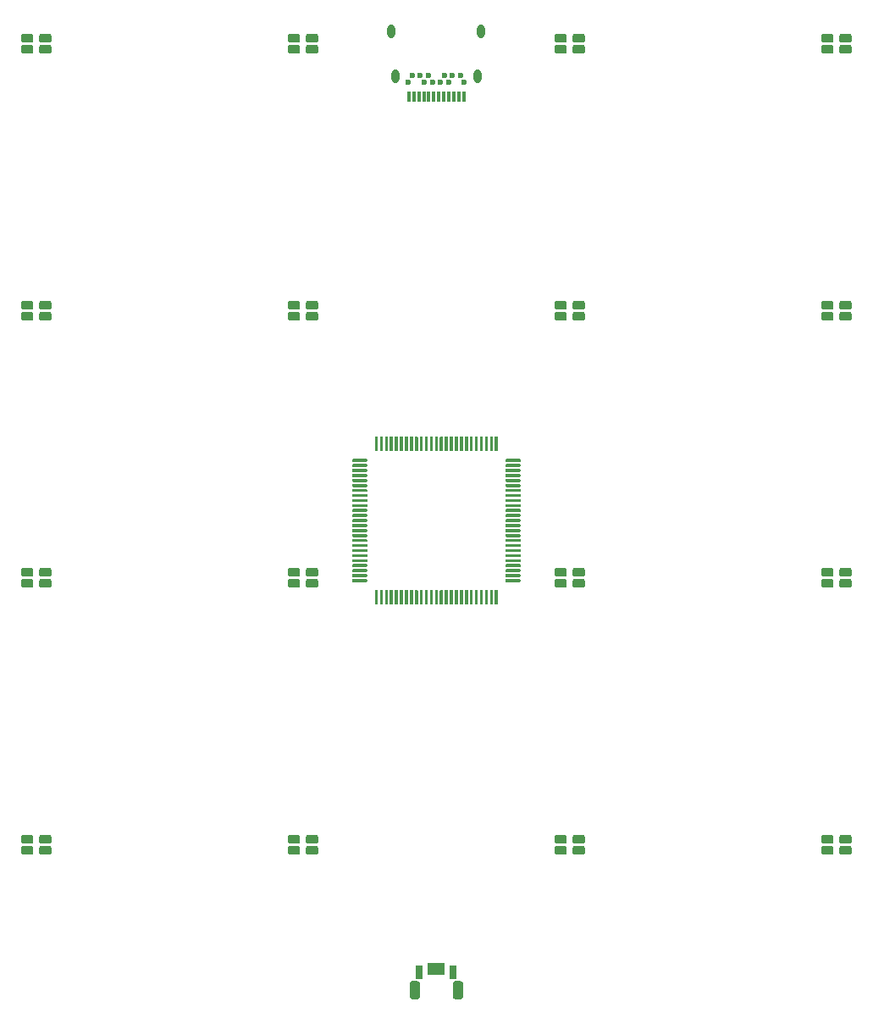
<source format=gbr>
G04 #@! TF.GenerationSoftware,KiCad,Pcbnew,(5.1.5)-3*
G04 #@! TF.CreationDate,2020-04-06T16:32:02+02:00*
G04 #@! TF.ProjectId,EN16,454e3136-2e6b-4696-9361-645f70636258,rev?*
G04 #@! TF.SameCoordinates,Original*
G04 #@! TF.FileFunction,Paste,Top*
G04 #@! TF.FilePolarity,Positive*
%FSLAX46Y46*%
G04 Gerber Fmt 4.6, Leading zero omitted, Abs format (unit mm)*
G04 Created by KiCad (PCBNEW (5.1.5)-3) date 2020-04-06 16:32:02*
%MOMM*%
%LPD*%
G04 APERTURE LIST*
%ADD10C,0.100000*%
%ADD11C,0.600000*%
%ADD12O,0.800000X1.400000*%
%ADD13R,0.300000X1.000000*%
%ADD14R,1.700000X1.200000*%
%ADD15R,0.700000X1.400000*%
G04 APERTURE END LIST*
D10*
G36*
X139502054Y-52476083D02*
G01*
X139523895Y-52479323D01*
X139545314Y-52484688D01*
X139566104Y-52492127D01*
X139586064Y-52501568D01*
X139605003Y-52512919D01*
X139622738Y-52526073D01*
X139639099Y-52540901D01*
X139653927Y-52557262D01*
X139667081Y-52574997D01*
X139678432Y-52593936D01*
X139687873Y-52613896D01*
X139695312Y-52634686D01*
X139700677Y-52656105D01*
X139703917Y-52677946D01*
X139705000Y-52700000D01*
X139705000Y-53150000D01*
X139703917Y-53172054D01*
X139700677Y-53193895D01*
X139695312Y-53215314D01*
X139687873Y-53236104D01*
X139678432Y-53256064D01*
X139667081Y-53275003D01*
X139653927Y-53292738D01*
X139639099Y-53309099D01*
X139622738Y-53323927D01*
X139605003Y-53337081D01*
X139586064Y-53348432D01*
X139566104Y-53357873D01*
X139545314Y-53365312D01*
X139523895Y-53370677D01*
X139502054Y-53373917D01*
X139480000Y-53375000D01*
X138730000Y-53375000D01*
X138707946Y-53373917D01*
X138686105Y-53370677D01*
X138664686Y-53365312D01*
X138643896Y-53357873D01*
X138623936Y-53348432D01*
X138604997Y-53337081D01*
X138587262Y-53323927D01*
X138570901Y-53309099D01*
X138556073Y-53292738D01*
X138542919Y-53275003D01*
X138531568Y-53256064D01*
X138522127Y-53236104D01*
X138514688Y-53215314D01*
X138509323Y-53193895D01*
X138506083Y-53172054D01*
X138505000Y-53150000D01*
X138505000Y-52700000D01*
X138506083Y-52677946D01*
X138509323Y-52656105D01*
X138514688Y-52634686D01*
X138522127Y-52613896D01*
X138531568Y-52593936D01*
X138542919Y-52574997D01*
X138556073Y-52557262D01*
X138570901Y-52540901D01*
X138587262Y-52526073D01*
X138604997Y-52512919D01*
X138623936Y-52501568D01*
X138643896Y-52492127D01*
X138664686Y-52484688D01*
X138686105Y-52479323D01*
X138707946Y-52476083D01*
X138730000Y-52475000D01*
X139480000Y-52475000D01*
X139502054Y-52476083D01*
G37*
G36*
X141302054Y-52476083D02*
G01*
X141323895Y-52479323D01*
X141345314Y-52484688D01*
X141366104Y-52492127D01*
X141386064Y-52501568D01*
X141405003Y-52512919D01*
X141422738Y-52526073D01*
X141439099Y-52540901D01*
X141453927Y-52557262D01*
X141467081Y-52574997D01*
X141478432Y-52593936D01*
X141487873Y-52613896D01*
X141495312Y-52634686D01*
X141500677Y-52656105D01*
X141503917Y-52677946D01*
X141505000Y-52700000D01*
X141505000Y-53150000D01*
X141503917Y-53172054D01*
X141500677Y-53193895D01*
X141495312Y-53215314D01*
X141487873Y-53236104D01*
X141478432Y-53256064D01*
X141467081Y-53275003D01*
X141453927Y-53292738D01*
X141439099Y-53309099D01*
X141422738Y-53323927D01*
X141405003Y-53337081D01*
X141386064Y-53348432D01*
X141366104Y-53357873D01*
X141345314Y-53365312D01*
X141323895Y-53370677D01*
X141302054Y-53373917D01*
X141280000Y-53375000D01*
X140530000Y-53375000D01*
X140507946Y-53373917D01*
X140486105Y-53370677D01*
X140464686Y-53365312D01*
X140443896Y-53357873D01*
X140423936Y-53348432D01*
X140404997Y-53337081D01*
X140387262Y-53323927D01*
X140370901Y-53309099D01*
X140356073Y-53292738D01*
X140342919Y-53275003D01*
X140331568Y-53256064D01*
X140322127Y-53236104D01*
X140314688Y-53215314D01*
X140309323Y-53193895D01*
X140306083Y-53172054D01*
X140305000Y-53150000D01*
X140305000Y-52700000D01*
X140306083Y-52677946D01*
X140309323Y-52656105D01*
X140314688Y-52634686D01*
X140322127Y-52613896D01*
X140331568Y-52593936D01*
X140342919Y-52574997D01*
X140356073Y-52557262D01*
X140370901Y-52540901D01*
X140387262Y-52526073D01*
X140404997Y-52512919D01*
X140423936Y-52501568D01*
X140443896Y-52492127D01*
X140464686Y-52484688D01*
X140486105Y-52479323D01*
X140507946Y-52476083D01*
X140530000Y-52475000D01*
X141280000Y-52475000D01*
X141302054Y-52476083D01*
G37*
G36*
X141302054Y-51376083D02*
G01*
X141323895Y-51379323D01*
X141345314Y-51384688D01*
X141366104Y-51392127D01*
X141386064Y-51401568D01*
X141405003Y-51412919D01*
X141422738Y-51426073D01*
X141439099Y-51440901D01*
X141453927Y-51457262D01*
X141467081Y-51474997D01*
X141478432Y-51493936D01*
X141487873Y-51513896D01*
X141495312Y-51534686D01*
X141500677Y-51556105D01*
X141503917Y-51577946D01*
X141505000Y-51600000D01*
X141505000Y-52050000D01*
X141503917Y-52072054D01*
X141500677Y-52093895D01*
X141495312Y-52115314D01*
X141487873Y-52136104D01*
X141478432Y-52156064D01*
X141467081Y-52175003D01*
X141453927Y-52192738D01*
X141439099Y-52209099D01*
X141422738Y-52223927D01*
X141405003Y-52237081D01*
X141386064Y-52248432D01*
X141366104Y-52257873D01*
X141345314Y-52265312D01*
X141323895Y-52270677D01*
X141302054Y-52273917D01*
X141280000Y-52275000D01*
X140530000Y-52275000D01*
X140507946Y-52273917D01*
X140486105Y-52270677D01*
X140464686Y-52265312D01*
X140443896Y-52257873D01*
X140423936Y-52248432D01*
X140404997Y-52237081D01*
X140387262Y-52223927D01*
X140370901Y-52209099D01*
X140356073Y-52192738D01*
X140342919Y-52175003D01*
X140331568Y-52156064D01*
X140322127Y-52136104D01*
X140314688Y-52115314D01*
X140309323Y-52093895D01*
X140306083Y-52072054D01*
X140305000Y-52050000D01*
X140305000Y-51600000D01*
X140306083Y-51577946D01*
X140309323Y-51556105D01*
X140314688Y-51534686D01*
X140322127Y-51513896D01*
X140331568Y-51493936D01*
X140342919Y-51474997D01*
X140356073Y-51457262D01*
X140370901Y-51440901D01*
X140387262Y-51426073D01*
X140404997Y-51412919D01*
X140423936Y-51401568D01*
X140443896Y-51392127D01*
X140464686Y-51384688D01*
X140486105Y-51379323D01*
X140507946Y-51376083D01*
X140530000Y-51375000D01*
X141280000Y-51375000D01*
X141302054Y-51376083D01*
G37*
G36*
X139502054Y-51376083D02*
G01*
X139523895Y-51379323D01*
X139545314Y-51384688D01*
X139566104Y-51392127D01*
X139586064Y-51401568D01*
X139605003Y-51412919D01*
X139622738Y-51426073D01*
X139639099Y-51440901D01*
X139653927Y-51457262D01*
X139667081Y-51474997D01*
X139678432Y-51493936D01*
X139687873Y-51513896D01*
X139695312Y-51534686D01*
X139700677Y-51556105D01*
X139703917Y-51577946D01*
X139705000Y-51600000D01*
X139705000Y-52050000D01*
X139703917Y-52072054D01*
X139700677Y-52093895D01*
X139695312Y-52115314D01*
X139687873Y-52136104D01*
X139678432Y-52156064D01*
X139667081Y-52175003D01*
X139653927Y-52192738D01*
X139639099Y-52209099D01*
X139622738Y-52223927D01*
X139605003Y-52237081D01*
X139586064Y-52248432D01*
X139566104Y-52257873D01*
X139545314Y-52265312D01*
X139523895Y-52270677D01*
X139502054Y-52273917D01*
X139480000Y-52275000D01*
X138730000Y-52275000D01*
X138707946Y-52273917D01*
X138686105Y-52270677D01*
X138664686Y-52265312D01*
X138643896Y-52257873D01*
X138623936Y-52248432D01*
X138604997Y-52237081D01*
X138587262Y-52223927D01*
X138570901Y-52209099D01*
X138556073Y-52192738D01*
X138542919Y-52175003D01*
X138531568Y-52156064D01*
X138522127Y-52136104D01*
X138514688Y-52115314D01*
X138509323Y-52093895D01*
X138506083Y-52072054D01*
X138505000Y-52050000D01*
X138505000Y-51600000D01*
X138506083Y-51577946D01*
X138509323Y-51556105D01*
X138514688Y-51534686D01*
X138522127Y-51513896D01*
X138531568Y-51493936D01*
X138542919Y-51474997D01*
X138556073Y-51457262D01*
X138570901Y-51440901D01*
X138587262Y-51426073D01*
X138604997Y-51412919D01*
X138623936Y-51401568D01*
X138643896Y-51392127D01*
X138664686Y-51384688D01*
X138686105Y-51379323D01*
X138707946Y-51376083D01*
X138730000Y-51375000D01*
X139480000Y-51375000D01*
X139502054Y-51376083D01*
G37*
G36*
X112832054Y-105816083D02*
G01*
X112853895Y-105819323D01*
X112875314Y-105824688D01*
X112896104Y-105832127D01*
X112916064Y-105841568D01*
X112935003Y-105852919D01*
X112952738Y-105866073D01*
X112969099Y-105880901D01*
X112983927Y-105897262D01*
X112997081Y-105914997D01*
X113008432Y-105933936D01*
X113017873Y-105953896D01*
X113025312Y-105974686D01*
X113030677Y-105996105D01*
X113033917Y-106017946D01*
X113035000Y-106040000D01*
X113035000Y-106490000D01*
X113033917Y-106512054D01*
X113030677Y-106533895D01*
X113025312Y-106555314D01*
X113017873Y-106576104D01*
X113008432Y-106596064D01*
X112997081Y-106615003D01*
X112983927Y-106632738D01*
X112969099Y-106649099D01*
X112952738Y-106663927D01*
X112935003Y-106677081D01*
X112916064Y-106688432D01*
X112896104Y-106697873D01*
X112875314Y-106705312D01*
X112853895Y-106710677D01*
X112832054Y-106713917D01*
X112810000Y-106715000D01*
X112060000Y-106715000D01*
X112037946Y-106713917D01*
X112016105Y-106710677D01*
X111994686Y-106705312D01*
X111973896Y-106697873D01*
X111953936Y-106688432D01*
X111934997Y-106677081D01*
X111917262Y-106663927D01*
X111900901Y-106649099D01*
X111886073Y-106632738D01*
X111872919Y-106615003D01*
X111861568Y-106596064D01*
X111852127Y-106576104D01*
X111844688Y-106555314D01*
X111839323Y-106533895D01*
X111836083Y-106512054D01*
X111835000Y-106490000D01*
X111835000Y-106040000D01*
X111836083Y-106017946D01*
X111839323Y-105996105D01*
X111844688Y-105974686D01*
X111852127Y-105953896D01*
X111861568Y-105933936D01*
X111872919Y-105914997D01*
X111886073Y-105897262D01*
X111900901Y-105880901D01*
X111917262Y-105866073D01*
X111934997Y-105852919D01*
X111953936Y-105841568D01*
X111973896Y-105832127D01*
X111994686Y-105824688D01*
X112016105Y-105819323D01*
X112037946Y-105816083D01*
X112060000Y-105815000D01*
X112810000Y-105815000D01*
X112832054Y-105816083D01*
G37*
G36*
X114632054Y-105816083D02*
G01*
X114653895Y-105819323D01*
X114675314Y-105824688D01*
X114696104Y-105832127D01*
X114716064Y-105841568D01*
X114735003Y-105852919D01*
X114752738Y-105866073D01*
X114769099Y-105880901D01*
X114783927Y-105897262D01*
X114797081Y-105914997D01*
X114808432Y-105933936D01*
X114817873Y-105953896D01*
X114825312Y-105974686D01*
X114830677Y-105996105D01*
X114833917Y-106017946D01*
X114835000Y-106040000D01*
X114835000Y-106490000D01*
X114833917Y-106512054D01*
X114830677Y-106533895D01*
X114825312Y-106555314D01*
X114817873Y-106576104D01*
X114808432Y-106596064D01*
X114797081Y-106615003D01*
X114783927Y-106632738D01*
X114769099Y-106649099D01*
X114752738Y-106663927D01*
X114735003Y-106677081D01*
X114716064Y-106688432D01*
X114696104Y-106697873D01*
X114675314Y-106705312D01*
X114653895Y-106710677D01*
X114632054Y-106713917D01*
X114610000Y-106715000D01*
X113860000Y-106715000D01*
X113837946Y-106713917D01*
X113816105Y-106710677D01*
X113794686Y-106705312D01*
X113773896Y-106697873D01*
X113753936Y-106688432D01*
X113734997Y-106677081D01*
X113717262Y-106663927D01*
X113700901Y-106649099D01*
X113686073Y-106632738D01*
X113672919Y-106615003D01*
X113661568Y-106596064D01*
X113652127Y-106576104D01*
X113644688Y-106555314D01*
X113639323Y-106533895D01*
X113636083Y-106512054D01*
X113635000Y-106490000D01*
X113635000Y-106040000D01*
X113636083Y-106017946D01*
X113639323Y-105996105D01*
X113644688Y-105974686D01*
X113652127Y-105953896D01*
X113661568Y-105933936D01*
X113672919Y-105914997D01*
X113686073Y-105897262D01*
X113700901Y-105880901D01*
X113717262Y-105866073D01*
X113734997Y-105852919D01*
X113753936Y-105841568D01*
X113773896Y-105832127D01*
X113794686Y-105824688D01*
X113816105Y-105819323D01*
X113837946Y-105816083D01*
X113860000Y-105815000D01*
X114610000Y-105815000D01*
X114632054Y-105816083D01*
G37*
G36*
X114632054Y-104716083D02*
G01*
X114653895Y-104719323D01*
X114675314Y-104724688D01*
X114696104Y-104732127D01*
X114716064Y-104741568D01*
X114735003Y-104752919D01*
X114752738Y-104766073D01*
X114769099Y-104780901D01*
X114783927Y-104797262D01*
X114797081Y-104814997D01*
X114808432Y-104833936D01*
X114817873Y-104853896D01*
X114825312Y-104874686D01*
X114830677Y-104896105D01*
X114833917Y-104917946D01*
X114835000Y-104940000D01*
X114835000Y-105390000D01*
X114833917Y-105412054D01*
X114830677Y-105433895D01*
X114825312Y-105455314D01*
X114817873Y-105476104D01*
X114808432Y-105496064D01*
X114797081Y-105515003D01*
X114783927Y-105532738D01*
X114769099Y-105549099D01*
X114752738Y-105563927D01*
X114735003Y-105577081D01*
X114716064Y-105588432D01*
X114696104Y-105597873D01*
X114675314Y-105605312D01*
X114653895Y-105610677D01*
X114632054Y-105613917D01*
X114610000Y-105615000D01*
X113860000Y-105615000D01*
X113837946Y-105613917D01*
X113816105Y-105610677D01*
X113794686Y-105605312D01*
X113773896Y-105597873D01*
X113753936Y-105588432D01*
X113734997Y-105577081D01*
X113717262Y-105563927D01*
X113700901Y-105549099D01*
X113686073Y-105532738D01*
X113672919Y-105515003D01*
X113661568Y-105496064D01*
X113652127Y-105476104D01*
X113644688Y-105455314D01*
X113639323Y-105433895D01*
X113636083Y-105412054D01*
X113635000Y-105390000D01*
X113635000Y-104940000D01*
X113636083Y-104917946D01*
X113639323Y-104896105D01*
X113644688Y-104874686D01*
X113652127Y-104853896D01*
X113661568Y-104833936D01*
X113672919Y-104814997D01*
X113686073Y-104797262D01*
X113700901Y-104780901D01*
X113717262Y-104766073D01*
X113734997Y-104752919D01*
X113753936Y-104741568D01*
X113773896Y-104732127D01*
X113794686Y-104724688D01*
X113816105Y-104719323D01*
X113837946Y-104716083D01*
X113860000Y-104715000D01*
X114610000Y-104715000D01*
X114632054Y-104716083D01*
G37*
G36*
X112832054Y-104716083D02*
G01*
X112853895Y-104719323D01*
X112875314Y-104724688D01*
X112896104Y-104732127D01*
X112916064Y-104741568D01*
X112935003Y-104752919D01*
X112952738Y-104766073D01*
X112969099Y-104780901D01*
X112983927Y-104797262D01*
X112997081Y-104814997D01*
X113008432Y-104833936D01*
X113017873Y-104853896D01*
X113025312Y-104874686D01*
X113030677Y-104896105D01*
X113033917Y-104917946D01*
X113035000Y-104940000D01*
X113035000Y-105390000D01*
X113033917Y-105412054D01*
X113030677Y-105433895D01*
X113025312Y-105455314D01*
X113017873Y-105476104D01*
X113008432Y-105496064D01*
X112997081Y-105515003D01*
X112983927Y-105532738D01*
X112969099Y-105549099D01*
X112952738Y-105563927D01*
X112935003Y-105577081D01*
X112916064Y-105588432D01*
X112896104Y-105597873D01*
X112875314Y-105605312D01*
X112853895Y-105610677D01*
X112832054Y-105613917D01*
X112810000Y-105615000D01*
X112060000Y-105615000D01*
X112037946Y-105613917D01*
X112016105Y-105610677D01*
X111994686Y-105605312D01*
X111973896Y-105597873D01*
X111953936Y-105588432D01*
X111934997Y-105577081D01*
X111917262Y-105563927D01*
X111900901Y-105549099D01*
X111886073Y-105532738D01*
X111872919Y-105515003D01*
X111861568Y-105496064D01*
X111852127Y-105476104D01*
X111844688Y-105455314D01*
X111839323Y-105433895D01*
X111836083Y-105412054D01*
X111835000Y-105390000D01*
X111835000Y-104940000D01*
X111836083Y-104917946D01*
X111839323Y-104896105D01*
X111844688Y-104874686D01*
X111852127Y-104853896D01*
X111861568Y-104833936D01*
X111872919Y-104814997D01*
X111886073Y-104797262D01*
X111900901Y-104780901D01*
X111917262Y-104766073D01*
X111934997Y-104752919D01*
X111953936Y-104741568D01*
X111973896Y-104732127D01*
X111994686Y-104724688D01*
X112016105Y-104719323D01*
X112037946Y-104716083D01*
X112060000Y-104715000D01*
X112810000Y-104715000D01*
X112832054Y-104716083D01*
G37*
G36*
X139502054Y-105816083D02*
G01*
X139523895Y-105819323D01*
X139545314Y-105824688D01*
X139566104Y-105832127D01*
X139586064Y-105841568D01*
X139605003Y-105852919D01*
X139622738Y-105866073D01*
X139639099Y-105880901D01*
X139653927Y-105897262D01*
X139667081Y-105914997D01*
X139678432Y-105933936D01*
X139687873Y-105953896D01*
X139695312Y-105974686D01*
X139700677Y-105996105D01*
X139703917Y-106017946D01*
X139705000Y-106040000D01*
X139705000Y-106490000D01*
X139703917Y-106512054D01*
X139700677Y-106533895D01*
X139695312Y-106555314D01*
X139687873Y-106576104D01*
X139678432Y-106596064D01*
X139667081Y-106615003D01*
X139653927Y-106632738D01*
X139639099Y-106649099D01*
X139622738Y-106663927D01*
X139605003Y-106677081D01*
X139586064Y-106688432D01*
X139566104Y-106697873D01*
X139545314Y-106705312D01*
X139523895Y-106710677D01*
X139502054Y-106713917D01*
X139480000Y-106715000D01*
X138730000Y-106715000D01*
X138707946Y-106713917D01*
X138686105Y-106710677D01*
X138664686Y-106705312D01*
X138643896Y-106697873D01*
X138623936Y-106688432D01*
X138604997Y-106677081D01*
X138587262Y-106663927D01*
X138570901Y-106649099D01*
X138556073Y-106632738D01*
X138542919Y-106615003D01*
X138531568Y-106596064D01*
X138522127Y-106576104D01*
X138514688Y-106555314D01*
X138509323Y-106533895D01*
X138506083Y-106512054D01*
X138505000Y-106490000D01*
X138505000Y-106040000D01*
X138506083Y-106017946D01*
X138509323Y-105996105D01*
X138514688Y-105974686D01*
X138522127Y-105953896D01*
X138531568Y-105933936D01*
X138542919Y-105914997D01*
X138556073Y-105897262D01*
X138570901Y-105880901D01*
X138587262Y-105866073D01*
X138604997Y-105852919D01*
X138623936Y-105841568D01*
X138643896Y-105832127D01*
X138664686Y-105824688D01*
X138686105Y-105819323D01*
X138707946Y-105816083D01*
X138730000Y-105815000D01*
X139480000Y-105815000D01*
X139502054Y-105816083D01*
G37*
G36*
X141302054Y-105816083D02*
G01*
X141323895Y-105819323D01*
X141345314Y-105824688D01*
X141366104Y-105832127D01*
X141386064Y-105841568D01*
X141405003Y-105852919D01*
X141422738Y-105866073D01*
X141439099Y-105880901D01*
X141453927Y-105897262D01*
X141467081Y-105914997D01*
X141478432Y-105933936D01*
X141487873Y-105953896D01*
X141495312Y-105974686D01*
X141500677Y-105996105D01*
X141503917Y-106017946D01*
X141505000Y-106040000D01*
X141505000Y-106490000D01*
X141503917Y-106512054D01*
X141500677Y-106533895D01*
X141495312Y-106555314D01*
X141487873Y-106576104D01*
X141478432Y-106596064D01*
X141467081Y-106615003D01*
X141453927Y-106632738D01*
X141439099Y-106649099D01*
X141422738Y-106663927D01*
X141405003Y-106677081D01*
X141386064Y-106688432D01*
X141366104Y-106697873D01*
X141345314Y-106705312D01*
X141323895Y-106710677D01*
X141302054Y-106713917D01*
X141280000Y-106715000D01*
X140530000Y-106715000D01*
X140507946Y-106713917D01*
X140486105Y-106710677D01*
X140464686Y-106705312D01*
X140443896Y-106697873D01*
X140423936Y-106688432D01*
X140404997Y-106677081D01*
X140387262Y-106663927D01*
X140370901Y-106649099D01*
X140356073Y-106632738D01*
X140342919Y-106615003D01*
X140331568Y-106596064D01*
X140322127Y-106576104D01*
X140314688Y-106555314D01*
X140309323Y-106533895D01*
X140306083Y-106512054D01*
X140305000Y-106490000D01*
X140305000Y-106040000D01*
X140306083Y-106017946D01*
X140309323Y-105996105D01*
X140314688Y-105974686D01*
X140322127Y-105953896D01*
X140331568Y-105933936D01*
X140342919Y-105914997D01*
X140356073Y-105897262D01*
X140370901Y-105880901D01*
X140387262Y-105866073D01*
X140404997Y-105852919D01*
X140423936Y-105841568D01*
X140443896Y-105832127D01*
X140464686Y-105824688D01*
X140486105Y-105819323D01*
X140507946Y-105816083D01*
X140530000Y-105815000D01*
X141280000Y-105815000D01*
X141302054Y-105816083D01*
G37*
G36*
X141302054Y-104716083D02*
G01*
X141323895Y-104719323D01*
X141345314Y-104724688D01*
X141366104Y-104732127D01*
X141386064Y-104741568D01*
X141405003Y-104752919D01*
X141422738Y-104766073D01*
X141439099Y-104780901D01*
X141453927Y-104797262D01*
X141467081Y-104814997D01*
X141478432Y-104833936D01*
X141487873Y-104853896D01*
X141495312Y-104874686D01*
X141500677Y-104896105D01*
X141503917Y-104917946D01*
X141505000Y-104940000D01*
X141505000Y-105390000D01*
X141503917Y-105412054D01*
X141500677Y-105433895D01*
X141495312Y-105455314D01*
X141487873Y-105476104D01*
X141478432Y-105496064D01*
X141467081Y-105515003D01*
X141453927Y-105532738D01*
X141439099Y-105549099D01*
X141422738Y-105563927D01*
X141405003Y-105577081D01*
X141386064Y-105588432D01*
X141366104Y-105597873D01*
X141345314Y-105605312D01*
X141323895Y-105610677D01*
X141302054Y-105613917D01*
X141280000Y-105615000D01*
X140530000Y-105615000D01*
X140507946Y-105613917D01*
X140486105Y-105610677D01*
X140464686Y-105605312D01*
X140443896Y-105597873D01*
X140423936Y-105588432D01*
X140404997Y-105577081D01*
X140387262Y-105563927D01*
X140370901Y-105549099D01*
X140356073Y-105532738D01*
X140342919Y-105515003D01*
X140331568Y-105496064D01*
X140322127Y-105476104D01*
X140314688Y-105455314D01*
X140309323Y-105433895D01*
X140306083Y-105412054D01*
X140305000Y-105390000D01*
X140305000Y-104940000D01*
X140306083Y-104917946D01*
X140309323Y-104896105D01*
X140314688Y-104874686D01*
X140322127Y-104853896D01*
X140331568Y-104833936D01*
X140342919Y-104814997D01*
X140356073Y-104797262D01*
X140370901Y-104780901D01*
X140387262Y-104766073D01*
X140404997Y-104752919D01*
X140423936Y-104741568D01*
X140443896Y-104732127D01*
X140464686Y-104724688D01*
X140486105Y-104719323D01*
X140507946Y-104716083D01*
X140530000Y-104715000D01*
X141280000Y-104715000D01*
X141302054Y-104716083D01*
G37*
G36*
X139502054Y-104716083D02*
G01*
X139523895Y-104719323D01*
X139545314Y-104724688D01*
X139566104Y-104732127D01*
X139586064Y-104741568D01*
X139605003Y-104752919D01*
X139622738Y-104766073D01*
X139639099Y-104780901D01*
X139653927Y-104797262D01*
X139667081Y-104814997D01*
X139678432Y-104833936D01*
X139687873Y-104853896D01*
X139695312Y-104874686D01*
X139700677Y-104896105D01*
X139703917Y-104917946D01*
X139705000Y-104940000D01*
X139705000Y-105390000D01*
X139703917Y-105412054D01*
X139700677Y-105433895D01*
X139695312Y-105455314D01*
X139687873Y-105476104D01*
X139678432Y-105496064D01*
X139667081Y-105515003D01*
X139653927Y-105532738D01*
X139639099Y-105549099D01*
X139622738Y-105563927D01*
X139605003Y-105577081D01*
X139586064Y-105588432D01*
X139566104Y-105597873D01*
X139545314Y-105605312D01*
X139523895Y-105610677D01*
X139502054Y-105613917D01*
X139480000Y-105615000D01*
X138730000Y-105615000D01*
X138707946Y-105613917D01*
X138686105Y-105610677D01*
X138664686Y-105605312D01*
X138643896Y-105597873D01*
X138623936Y-105588432D01*
X138604997Y-105577081D01*
X138587262Y-105563927D01*
X138570901Y-105549099D01*
X138556073Y-105532738D01*
X138542919Y-105515003D01*
X138531568Y-105496064D01*
X138522127Y-105476104D01*
X138514688Y-105455314D01*
X138509323Y-105433895D01*
X138506083Y-105412054D01*
X138505000Y-105390000D01*
X138505000Y-104940000D01*
X138506083Y-104917946D01*
X138509323Y-104896105D01*
X138514688Y-104874686D01*
X138522127Y-104853896D01*
X138531568Y-104833936D01*
X138542919Y-104814997D01*
X138556073Y-104797262D01*
X138570901Y-104780901D01*
X138587262Y-104766073D01*
X138604997Y-104752919D01*
X138623936Y-104741568D01*
X138643896Y-104732127D01*
X138664686Y-104724688D01*
X138686105Y-104719323D01*
X138707946Y-104716083D01*
X138730000Y-104715000D01*
X139480000Y-104715000D01*
X139502054Y-104716083D01*
G37*
G36*
X59492054Y-105816083D02*
G01*
X59513895Y-105819323D01*
X59535314Y-105824688D01*
X59556104Y-105832127D01*
X59576064Y-105841568D01*
X59595003Y-105852919D01*
X59612738Y-105866073D01*
X59629099Y-105880901D01*
X59643927Y-105897262D01*
X59657081Y-105914997D01*
X59668432Y-105933936D01*
X59677873Y-105953896D01*
X59685312Y-105974686D01*
X59690677Y-105996105D01*
X59693917Y-106017946D01*
X59695000Y-106040000D01*
X59695000Y-106490000D01*
X59693917Y-106512054D01*
X59690677Y-106533895D01*
X59685312Y-106555314D01*
X59677873Y-106576104D01*
X59668432Y-106596064D01*
X59657081Y-106615003D01*
X59643927Y-106632738D01*
X59629099Y-106649099D01*
X59612738Y-106663927D01*
X59595003Y-106677081D01*
X59576064Y-106688432D01*
X59556104Y-106697873D01*
X59535314Y-106705312D01*
X59513895Y-106710677D01*
X59492054Y-106713917D01*
X59470000Y-106715000D01*
X58720000Y-106715000D01*
X58697946Y-106713917D01*
X58676105Y-106710677D01*
X58654686Y-106705312D01*
X58633896Y-106697873D01*
X58613936Y-106688432D01*
X58594997Y-106677081D01*
X58577262Y-106663927D01*
X58560901Y-106649099D01*
X58546073Y-106632738D01*
X58532919Y-106615003D01*
X58521568Y-106596064D01*
X58512127Y-106576104D01*
X58504688Y-106555314D01*
X58499323Y-106533895D01*
X58496083Y-106512054D01*
X58495000Y-106490000D01*
X58495000Y-106040000D01*
X58496083Y-106017946D01*
X58499323Y-105996105D01*
X58504688Y-105974686D01*
X58512127Y-105953896D01*
X58521568Y-105933936D01*
X58532919Y-105914997D01*
X58546073Y-105897262D01*
X58560901Y-105880901D01*
X58577262Y-105866073D01*
X58594997Y-105852919D01*
X58613936Y-105841568D01*
X58633896Y-105832127D01*
X58654686Y-105824688D01*
X58676105Y-105819323D01*
X58697946Y-105816083D01*
X58720000Y-105815000D01*
X59470000Y-105815000D01*
X59492054Y-105816083D01*
G37*
G36*
X61292054Y-105816083D02*
G01*
X61313895Y-105819323D01*
X61335314Y-105824688D01*
X61356104Y-105832127D01*
X61376064Y-105841568D01*
X61395003Y-105852919D01*
X61412738Y-105866073D01*
X61429099Y-105880901D01*
X61443927Y-105897262D01*
X61457081Y-105914997D01*
X61468432Y-105933936D01*
X61477873Y-105953896D01*
X61485312Y-105974686D01*
X61490677Y-105996105D01*
X61493917Y-106017946D01*
X61495000Y-106040000D01*
X61495000Y-106490000D01*
X61493917Y-106512054D01*
X61490677Y-106533895D01*
X61485312Y-106555314D01*
X61477873Y-106576104D01*
X61468432Y-106596064D01*
X61457081Y-106615003D01*
X61443927Y-106632738D01*
X61429099Y-106649099D01*
X61412738Y-106663927D01*
X61395003Y-106677081D01*
X61376064Y-106688432D01*
X61356104Y-106697873D01*
X61335314Y-106705312D01*
X61313895Y-106710677D01*
X61292054Y-106713917D01*
X61270000Y-106715000D01*
X60520000Y-106715000D01*
X60497946Y-106713917D01*
X60476105Y-106710677D01*
X60454686Y-106705312D01*
X60433896Y-106697873D01*
X60413936Y-106688432D01*
X60394997Y-106677081D01*
X60377262Y-106663927D01*
X60360901Y-106649099D01*
X60346073Y-106632738D01*
X60332919Y-106615003D01*
X60321568Y-106596064D01*
X60312127Y-106576104D01*
X60304688Y-106555314D01*
X60299323Y-106533895D01*
X60296083Y-106512054D01*
X60295000Y-106490000D01*
X60295000Y-106040000D01*
X60296083Y-106017946D01*
X60299323Y-105996105D01*
X60304688Y-105974686D01*
X60312127Y-105953896D01*
X60321568Y-105933936D01*
X60332919Y-105914997D01*
X60346073Y-105897262D01*
X60360901Y-105880901D01*
X60377262Y-105866073D01*
X60394997Y-105852919D01*
X60413936Y-105841568D01*
X60433896Y-105832127D01*
X60454686Y-105824688D01*
X60476105Y-105819323D01*
X60497946Y-105816083D01*
X60520000Y-105815000D01*
X61270000Y-105815000D01*
X61292054Y-105816083D01*
G37*
G36*
X61292054Y-104716083D02*
G01*
X61313895Y-104719323D01*
X61335314Y-104724688D01*
X61356104Y-104732127D01*
X61376064Y-104741568D01*
X61395003Y-104752919D01*
X61412738Y-104766073D01*
X61429099Y-104780901D01*
X61443927Y-104797262D01*
X61457081Y-104814997D01*
X61468432Y-104833936D01*
X61477873Y-104853896D01*
X61485312Y-104874686D01*
X61490677Y-104896105D01*
X61493917Y-104917946D01*
X61495000Y-104940000D01*
X61495000Y-105390000D01*
X61493917Y-105412054D01*
X61490677Y-105433895D01*
X61485312Y-105455314D01*
X61477873Y-105476104D01*
X61468432Y-105496064D01*
X61457081Y-105515003D01*
X61443927Y-105532738D01*
X61429099Y-105549099D01*
X61412738Y-105563927D01*
X61395003Y-105577081D01*
X61376064Y-105588432D01*
X61356104Y-105597873D01*
X61335314Y-105605312D01*
X61313895Y-105610677D01*
X61292054Y-105613917D01*
X61270000Y-105615000D01*
X60520000Y-105615000D01*
X60497946Y-105613917D01*
X60476105Y-105610677D01*
X60454686Y-105605312D01*
X60433896Y-105597873D01*
X60413936Y-105588432D01*
X60394997Y-105577081D01*
X60377262Y-105563927D01*
X60360901Y-105549099D01*
X60346073Y-105532738D01*
X60332919Y-105515003D01*
X60321568Y-105496064D01*
X60312127Y-105476104D01*
X60304688Y-105455314D01*
X60299323Y-105433895D01*
X60296083Y-105412054D01*
X60295000Y-105390000D01*
X60295000Y-104940000D01*
X60296083Y-104917946D01*
X60299323Y-104896105D01*
X60304688Y-104874686D01*
X60312127Y-104853896D01*
X60321568Y-104833936D01*
X60332919Y-104814997D01*
X60346073Y-104797262D01*
X60360901Y-104780901D01*
X60377262Y-104766073D01*
X60394997Y-104752919D01*
X60413936Y-104741568D01*
X60433896Y-104732127D01*
X60454686Y-104724688D01*
X60476105Y-104719323D01*
X60497946Y-104716083D01*
X60520000Y-104715000D01*
X61270000Y-104715000D01*
X61292054Y-104716083D01*
G37*
G36*
X59492054Y-104716083D02*
G01*
X59513895Y-104719323D01*
X59535314Y-104724688D01*
X59556104Y-104732127D01*
X59576064Y-104741568D01*
X59595003Y-104752919D01*
X59612738Y-104766073D01*
X59629099Y-104780901D01*
X59643927Y-104797262D01*
X59657081Y-104814997D01*
X59668432Y-104833936D01*
X59677873Y-104853896D01*
X59685312Y-104874686D01*
X59690677Y-104896105D01*
X59693917Y-104917946D01*
X59695000Y-104940000D01*
X59695000Y-105390000D01*
X59693917Y-105412054D01*
X59690677Y-105433895D01*
X59685312Y-105455314D01*
X59677873Y-105476104D01*
X59668432Y-105496064D01*
X59657081Y-105515003D01*
X59643927Y-105532738D01*
X59629099Y-105549099D01*
X59612738Y-105563927D01*
X59595003Y-105577081D01*
X59576064Y-105588432D01*
X59556104Y-105597873D01*
X59535314Y-105605312D01*
X59513895Y-105610677D01*
X59492054Y-105613917D01*
X59470000Y-105615000D01*
X58720000Y-105615000D01*
X58697946Y-105613917D01*
X58676105Y-105610677D01*
X58654686Y-105605312D01*
X58633896Y-105597873D01*
X58613936Y-105588432D01*
X58594997Y-105577081D01*
X58577262Y-105563927D01*
X58560901Y-105549099D01*
X58546073Y-105532738D01*
X58532919Y-105515003D01*
X58521568Y-105496064D01*
X58512127Y-105476104D01*
X58504688Y-105455314D01*
X58499323Y-105433895D01*
X58496083Y-105412054D01*
X58495000Y-105390000D01*
X58495000Y-104940000D01*
X58496083Y-104917946D01*
X58499323Y-104896105D01*
X58504688Y-104874686D01*
X58512127Y-104853896D01*
X58521568Y-104833936D01*
X58532919Y-104814997D01*
X58546073Y-104797262D01*
X58560901Y-104780901D01*
X58577262Y-104766073D01*
X58594997Y-104752919D01*
X58613936Y-104741568D01*
X58633896Y-104732127D01*
X58654686Y-104724688D01*
X58676105Y-104719323D01*
X58697946Y-104716083D01*
X58720000Y-104715000D01*
X59470000Y-104715000D01*
X59492054Y-104716083D01*
G37*
G36*
X86162054Y-79146083D02*
G01*
X86183895Y-79149323D01*
X86205314Y-79154688D01*
X86226104Y-79162127D01*
X86246064Y-79171568D01*
X86265003Y-79182919D01*
X86282738Y-79196073D01*
X86299099Y-79210901D01*
X86313927Y-79227262D01*
X86327081Y-79244997D01*
X86338432Y-79263936D01*
X86347873Y-79283896D01*
X86355312Y-79304686D01*
X86360677Y-79326105D01*
X86363917Y-79347946D01*
X86365000Y-79370000D01*
X86365000Y-79820000D01*
X86363917Y-79842054D01*
X86360677Y-79863895D01*
X86355312Y-79885314D01*
X86347873Y-79906104D01*
X86338432Y-79926064D01*
X86327081Y-79945003D01*
X86313927Y-79962738D01*
X86299099Y-79979099D01*
X86282738Y-79993927D01*
X86265003Y-80007081D01*
X86246064Y-80018432D01*
X86226104Y-80027873D01*
X86205314Y-80035312D01*
X86183895Y-80040677D01*
X86162054Y-80043917D01*
X86140000Y-80045000D01*
X85390000Y-80045000D01*
X85367946Y-80043917D01*
X85346105Y-80040677D01*
X85324686Y-80035312D01*
X85303896Y-80027873D01*
X85283936Y-80018432D01*
X85264997Y-80007081D01*
X85247262Y-79993927D01*
X85230901Y-79979099D01*
X85216073Y-79962738D01*
X85202919Y-79945003D01*
X85191568Y-79926064D01*
X85182127Y-79906104D01*
X85174688Y-79885314D01*
X85169323Y-79863895D01*
X85166083Y-79842054D01*
X85165000Y-79820000D01*
X85165000Y-79370000D01*
X85166083Y-79347946D01*
X85169323Y-79326105D01*
X85174688Y-79304686D01*
X85182127Y-79283896D01*
X85191568Y-79263936D01*
X85202919Y-79244997D01*
X85216073Y-79227262D01*
X85230901Y-79210901D01*
X85247262Y-79196073D01*
X85264997Y-79182919D01*
X85283936Y-79171568D01*
X85303896Y-79162127D01*
X85324686Y-79154688D01*
X85346105Y-79149323D01*
X85367946Y-79146083D01*
X85390000Y-79145000D01*
X86140000Y-79145000D01*
X86162054Y-79146083D01*
G37*
G36*
X87962054Y-79146083D02*
G01*
X87983895Y-79149323D01*
X88005314Y-79154688D01*
X88026104Y-79162127D01*
X88046064Y-79171568D01*
X88065003Y-79182919D01*
X88082738Y-79196073D01*
X88099099Y-79210901D01*
X88113927Y-79227262D01*
X88127081Y-79244997D01*
X88138432Y-79263936D01*
X88147873Y-79283896D01*
X88155312Y-79304686D01*
X88160677Y-79326105D01*
X88163917Y-79347946D01*
X88165000Y-79370000D01*
X88165000Y-79820000D01*
X88163917Y-79842054D01*
X88160677Y-79863895D01*
X88155312Y-79885314D01*
X88147873Y-79906104D01*
X88138432Y-79926064D01*
X88127081Y-79945003D01*
X88113927Y-79962738D01*
X88099099Y-79979099D01*
X88082738Y-79993927D01*
X88065003Y-80007081D01*
X88046064Y-80018432D01*
X88026104Y-80027873D01*
X88005314Y-80035312D01*
X87983895Y-80040677D01*
X87962054Y-80043917D01*
X87940000Y-80045000D01*
X87190000Y-80045000D01*
X87167946Y-80043917D01*
X87146105Y-80040677D01*
X87124686Y-80035312D01*
X87103896Y-80027873D01*
X87083936Y-80018432D01*
X87064997Y-80007081D01*
X87047262Y-79993927D01*
X87030901Y-79979099D01*
X87016073Y-79962738D01*
X87002919Y-79945003D01*
X86991568Y-79926064D01*
X86982127Y-79906104D01*
X86974688Y-79885314D01*
X86969323Y-79863895D01*
X86966083Y-79842054D01*
X86965000Y-79820000D01*
X86965000Y-79370000D01*
X86966083Y-79347946D01*
X86969323Y-79326105D01*
X86974688Y-79304686D01*
X86982127Y-79283896D01*
X86991568Y-79263936D01*
X87002919Y-79244997D01*
X87016073Y-79227262D01*
X87030901Y-79210901D01*
X87047262Y-79196073D01*
X87064997Y-79182919D01*
X87083936Y-79171568D01*
X87103896Y-79162127D01*
X87124686Y-79154688D01*
X87146105Y-79149323D01*
X87167946Y-79146083D01*
X87190000Y-79145000D01*
X87940000Y-79145000D01*
X87962054Y-79146083D01*
G37*
G36*
X87962054Y-78046083D02*
G01*
X87983895Y-78049323D01*
X88005314Y-78054688D01*
X88026104Y-78062127D01*
X88046064Y-78071568D01*
X88065003Y-78082919D01*
X88082738Y-78096073D01*
X88099099Y-78110901D01*
X88113927Y-78127262D01*
X88127081Y-78144997D01*
X88138432Y-78163936D01*
X88147873Y-78183896D01*
X88155312Y-78204686D01*
X88160677Y-78226105D01*
X88163917Y-78247946D01*
X88165000Y-78270000D01*
X88165000Y-78720000D01*
X88163917Y-78742054D01*
X88160677Y-78763895D01*
X88155312Y-78785314D01*
X88147873Y-78806104D01*
X88138432Y-78826064D01*
X88127081Y-78845003D01*
X88113927Y-78862738D01*
X88099099Y-78879099D01*
X88082738Y-78893927D01*
X88065003Y-78907081D01*
X88046064Y-78918432D01*
X88026104Y-78927873D01*
X88005314Y-78935312D01*
X87983895Y-78940677D01*
X87962054Y-78943917D01*
X87940000Y-78945000D01*
X87190000Y-78945000D01*
X87167946Y-78943917D01*
X87146105Y-78940677D01*
X87124686Y-78935312D01*
X87103896Y-78927873D01*
X87083936Y-78918432D01*
X87064997Y-78907081D01*
X87047262Y-78893927D01*
X87030901Y-78879099D01*
X87016073Y-78862738D01*
X87002919Y-78845003D01*
X86991568Y-78826064D01*
X86982127Y-78806104D01*
X86974688Y-78785314D01*
X86969323Y-78763895D01*
X86966083Y-78742054D01*
X86965000Y-78720000D01*
X86965000Y-78270000D01*
X86966083Y-78247946D01*
X86969323Y-78226105D01*
X86974688Y-78204686D01*
X86982127Y-78183896D01*
X86991568Y-78163936D01*
X87002919Y-78144997D01*
X87016073Y-78127262D01*
X87030901Y-78110901D01*
X87047262Y-78096073D01*
X87064997Y-78082919D01*
X87083936Y-78071568D01*
X87103896Y-78062127D01*
X87124686Y-78054688D01*
X87146105Y-78049323D01*
X87167946Y-78046083D01*
X87190000Y-78045000D01*
X87940000Y-78045000D01*
X87962054Y-78046083D01*
G37*
G36*
X86162054Y-78046083D02*
G01*
X86183895Y-78049323D01*
X86205314Y-78054688D01*
X86226104Y-78062127D01*
X86246064Y-78071568D01*
X86265003Y-78082919D01*
X86282738Y-78096073D01*
X86299099Y-78110901D01*
X86313927Y-78127262D01*
X86327081Y-78144997D01*
X86338432Y-78163936D01*
X86347873Y-78183896D01*
X86355312Y-78204686D01*
X86360677Y-78226105D01*
X86363917Y-78247946D01*
X86365000Y-78270000D01*
X86365000Y-78720000D01*
X86363917Y-78742054D01*
X86360677Y-78763895D01*
X86355312Y-78785314D01*
X86347873Y-78806104D01*
X86338432Y-78826064D01*
X86327081Y-78845003D01*
X86313927Y-78862738D01*
X86299099Y-78879099D01*
X86282738Y-78893927D01*
X86265003Y-78907081D01*
X86246064Y-78918432D01*
X86226104Y-78927873D01*
X86205314Y-78935312D01*
X86183895Y-78940677D01*
X86162054Y-78943917D01*
X86140000Y-78945000D01*
X85390000Y-78945000D01*
X85367946Y-78943917D01*
X85346105Y-78940677D01*
X85324686Y-78935312D01*
X85303896Y-78927873D01*
X85283936Y-78918432D01*
X85264997Y-78907081D01*
X85247262Y-78893927D01*
X85230901Y-78879099D01*
X85216073Y-78862738D01*
X85202919Y-78845003D01*
X85191568Y-78826064D01*
X85182127Y-78806104D01*
X85174688Y-78785314D01*
X85169323Y-78763895D01*
X85166083Y-78742054D01*
X85165000Y-78720000D01*
X85165000Y-78270000D01*
X85166083Y-78247946D01*
X85169323Y-78226105D01*
X85174688Y-78204686D01*
X85182127Y-78183896D01*
X85191568Y-78163936D01*
X85202919Y-78144997D01*
X85216073Y-78127262D01*
X85230901Y-78110901D01*
X85247262Y-78096073D01*
X85264997Y-78082919D01*
X85283936Y-78071568D01*
X85303896Y-78062127D01*
X85324686Y-78054688D01*
X85346105Y-78049323D01*
X85367946Y-78046083D01*
X85390000Y-78045000D01*
X86140000Y-78045000D01*
X86162054Y-78046083D01*
G37*
D11*
X102400000Y-55510000D03*
X101600000Y-55510000D03*
X100800000Y-55510000D03*
X99200000Y-55510000D03*
X98400000Y-55510000D03*
X97600000Y-55510000D03*
X102800000Y-56210000D03*
X101200000Y-56210000D03*
X100400000Y-56210000D03*
X99600000Y-56210000D03*
X98800000Y-56210000D03*
X97200000Y-56210000D03*
D12*
X104490000Y-51160000D03*
X95510000Y-51160000D03*
X95870000Y-55610000D03*
D13*
X97750000Y-57670000D03*
X99250000Y-57670000D03*
X98750000Y-57670000D03*
X98250000Y-57670000D03*
X97250000Y-57670000D03*
X99750000Y-57670000D03*
X100250000Y-57670000D03*
X100750000Y-57670000D03*
X101250000Y-57670000D03*
X101750000Y-57670000D03*
X102250000Y-57670000D03*
X102750000Y-57670000D03*
D12*
X104130000Y-55610000D03*
D10*
G36*
X98124504Y-146001204D02*
G01*
X98148773Y-146004804D01*
X98172571Y-146010765D01*
X98195671Y-146019030D01*
X98217849Y-146029520D01*
X98238893Y-146042133D01*
X98258598Y-146056747D01*
X98276777Y-146073223D01*
X98293253Y-146091402D01*
X98307867Y-146111107D01*
X98320480Y-146132151D01*
X98330970Y-146154329D01*
X98339235Y-146177429D01*
X98345196Y-146201227D01*
X98348796Y-146225496D01*
X98350000Y-146250000D01*
X98350000Y-147550000D01*
X98348796Y-147574504D01*
X98345196Y-147598773D01*
X98339235Y-147622571D01*
X98330970Y-147645671D01*
X98320480Y-147667849D01*
X98307867Y-147688893D01*
X98293253Y-147708598D01*
X98276777Y-147726777D01*
X98258598Y-147743253D01*
X98238893Y-147757867D01*
X98217849Y-147770480D01*
X98195671Y-147780970D01*
X98172571Y-147789235D01*
X98148773Y-147795196D01*
X98124504Y-147798796D01*
X98100000Y-147800000D01*
X97600000Y-147800000D01*
X97575496Y-147798796D01*
X97551227Y-147795196D01*
X97527429Y-147789235D01*
X97504329Y-147780970D01*
X97482151Y-147770480D01*
X97461107Y-147757867D01*
X97441402Y-147743253D01*
X97423223Y-147726777D01*
X97406747Y-147708598D01*
X97392133Y-147688893D01*
X97379520Y-147667849D01*
X97369030Y-147645671D01*
X97360765Y-147622571D01*
X97354804Y-147598773D01*
X97351204Y-147574504D01*
X97350000Y-147550000D01*
X97350000Y-146250000D01*
X97351204Y-146225496D01*
X97354804Y-146201227D01*
X97360765Y-146177429D01*
X97369030Y-146154329D01*
X97379520Y-146132151D01*
X97392133Y-146111107D01*
X97406747Y-146091402D01*
X97423223Y-146073223D01*
X97441402Y-146056747D01*
X97461107Y-146042133D01*
X97482151Y-146029520D01*
X97504329Y-146019030D01*
X97527429Y-146010765D01*
X97551227Y-146004804D01*
X97575496Y-146001204D01*
X97600000Y-146000000D01*
X98100000Y-146000000D01*
X98124504Y-146001204D01*
G37*
G36*
X102424504Y-146001204D02*
G01*
X102448773Y-146004804D01*
X102472571Y-146010765D01*
X102495671Y-146019030D01*
X102517849Y-146029520D01*
X102538893Y-146042133D01*
X102558598Y-146056747D01*
X102576777Y-146073223D01*
X102593253Y-146091402D01*
X102607867Y-146111107D01*
X102620480Y-146132151D01*
X102630970Y-146154329D01*
X102639235Y-146177429D01*
X102645196Y-146201227D01*
X102648796Y-146225496D01*
X102650000Y-146250000D01*
X102650000Y-147550000D01*
X102648796Y-147574504D01*
X102645196Y-147598773D01*
X102639235Y-147622571D01*
X102630970Y-147645671D01*
X102620480Y-147667849D01*
X102607867Y-147688893D01*
X102593253Y-147708598D01*
X102576777Y-147726777D01*
X102558598Y-147743253D01*
X102538893Y-147757867D01*
X102517849Y-147770480D01*
X102495671Y-147780970D01*
X102472571Y-147789235D01*
X102448773Y-147795196D01*
X102424504Y-147798796D01*
X102400000Y-147800000D01*
X101900000Y-147800000D01*
X101875496Y-147798796D01*
X101851227Y-147795196D01*
X101827429Y-147789235D01*
X101804329Y-147780970D01*
X101782151Y-147770480D01*
X101761107Y-147757867D01*
X101741402Y-147743253D01*
X101723223Y-147726777D01*
X101706747Y-147708598D01*
X101692133Y-147688893D01*
X101679520Y-147667849D01*
X101669030Y-147645671D01*
X101660765Y-147622571D01*
X101654804Y-147598773D01*
X101651204Y-147574504D01*
X101650000Y-147550000D01*
X101650000Y-146250000D01*
X101651204Y-146225496D01*
X101654804Y-146201227D01*
X101660765Y-146177429D01*
X101669030Y-146154329D01*
X101679520Y-146132151D01*
X101692133Y-146111107D01*
X101706747Y-146091402D01*
X101723223Y-146073223D01*
X101741402Y-146056747D01*
X101761107Y-146042133D01*
X101782151Y-146029520D01*
X101804329Y-146019030D01*
X101827429Y-146010765D01*
X101851227Y-146004804D01*
X101875496Y-146001204D01*
X101900000Y-146000000D01*
X102400000Y-146000000D01*
X102424504Y-146001204D01*
G37*
D14*
X100000000Y-144800000D03*
D15*
X98300000Y-145100000D03*
X101700000Y-145100000D03*
D10*
G36*
X94082351Y-91600361D02*
G01*
X94089632Y-91601441D01*
X94096771Y-91603229D01*
X94103701Y-91605709D01*
X94110355Y-91608856D01*
X94116668Y-91612640D01*
X94122579Y-91617024D01*
X94128033Y-91621967D01*
X94132976Y-91627421D01*
X94137360Y-91633332D01*
X94141144Y-91639645D01*
X94144291Y-91646299D01*
X94146771Y-91653229D01*
X94148559Y-91660368D01*
X94149639Y-91667649D01*
X94150000Y-91675000D01*
X94150000Y-93000000D01*
X94149639Y-93007351D01*
X94148559Y-93014632D01*
X94146771Y-93021771D01*
X94144291Y-93028701D01*
X94141144Y-93035355D01*
X94137360Y-93041668D01*
X94132976Y-93047579D01*
X94128033Y-93053033D01*
X94122579Y-93057976D01*
X94116668Y-93062360D01*
X94110355Y-93066144D01*
X94103701Y-93069291D01*
X94096771Y-93071771D01*
X94089632Y-93073559D01*
X94082351Y-93074639D01*
X94075000Y-93075000D01*
X93925000Y-93075000D01*
X93917649Y-93074639D01*
X93910368Y-93073559D01*
X93903229Y-93071771D01*
X93896299Y-93069291D01*
X93889645Y-93066144D01*
X93883332Y-93062360D01*
X93877421Y-93057976D01*
X93871967Y-93053033D01*
X93867024Y-93047579D01*
X93862640Y-93041668D01*
X93858856Y-93035355D01*
X93855709Y-93028701D01*
X93853229Y-93021771D01*
X93851441Y-93014632D01*
X93850361Y-93007351D01*
X93850000Y-93000000D01*
X93850000Y-91675000D01*
X93850361Y-91667649D01*
X93851441Y-91660368D01*
X93853229Y-91653229D01*
X93855709Y-91646299D01*
X93858856Y-91639645D01*
X93862640Y-91633332D01*
X93867024Y-91627421D01*
X93871967Y-91621967D01*
X93877421Y-91617024D01*
X93883332Y-91612640D01*
X93889645Y-91608856D01*
X93896299Y-91605709D01*
X93903229Y-91603229D01*
X93910368Y-91601441D01*
X93917649Y-91600361D01*
X93925000Y-91600000D01*
X94075000Y-91600000D01*
X94082351Y-91600361D01*
G37*
G36*
X94582351Y-91600361D02*
G01*
X94589632Y-91601441D01*
X94596771Y-91603229D01*
X94603701Y-91605709D01*
X94610355Y-91608856D01*
X94616668Y-91612640D01*
X94622579Y-91617024D01*
X94628033Y-91621967D01*
X94632976Y-91627421D01*
X94637360Y-91633332D01*
X94641144Y-91639645D01*
X94644291Y-91646299D01*
X94646771Y-91653229D01*
X94648559Y-91660368D01*
X94649639Y-91667649D01*
X94650000Y-91675000D01*
X94650000Y-93000000D01*
X94649639Y-93007351D01*
X94648559Y-93014632D01*
X94646771Y-93021771D01*
X94644291Y-93028701D01*
X94641144Y-93035355D01*
X94637360Y-93041668D01*
X94632976Y-93047579D01*
X94628033Y-93053033D01*
X94622579Y-93057976D01*
X94616668Y-93062360D01*
X94610355Y-93066144D01*
X94603701Y-93069291D01*
X94596771Y-93071771D01*
X94589632Y-93073559D01*
X94582351Y-93074639D01*
X94575000Y-93075000D01*
X94425000Y-93075000D01*
X94417649Y-93074639D01*
X94410368Y-93073559D01*
X94403229Y-93071771D01*
X94396299Y-93069291D01*
X94389645Y-93066144D01*
X94383332Y-93062360D01*
X94377421Y-93057976D01*
X94371967Y-93053033D01*
X94367024Y-93047579D01*
X94362640Y-93041668D01*
X94358856Y-93035355D01*
X94355709Y-93028701D01*
X94353229Y-93021771D01*
X94351441Y-93014632D01*
X94350361Y-93007351D01*
X94350000Y-93000000D01*
X94350000Y-91675000D01*
X94350361Y-91667649D01*
X94351441Y-91660368D01*
X94353229Y-91653229D01*
X94355709Y-91646299D01*
X94358856Y-91639645D01*
X94362640Y-91633332D01*
X94367024Y-91627421D01*
X94371967Y-91621967D01*
X94377421Y-91617024D01*
X94383332Y-91612640D01*
X94389645Y-91608856D01*
X94396299Y-91605709D01*
X94403229Y-91603229D01*
X94410368Y-91601441D01*
X94417649Y-91600361D01*
X94425000Y-91600000D01*
X94575000Y-91600000D01*
X94582351Y-91600361D01*
G37*
G36*
X95082351Y-91600361D02*
G01*
X95089632Y-91601441D01*
X95096771Y-91603229D01*
X95103701Y-91605709D01*
X95110355Y-91608856D01*
X95116668Y-91612640D01*
X95122579Y-91617024D01*
X95128033Y-91621967D01*
X95132976Y-91627421D01*
X95137360Y-91633332D01*
X95141144Y-91639645D01*
X95144291Y-91646299D01*
X95146771Y-91653229D01*
X95148559Y-91660368D01*
X95149639Y-91667649D01*
X95150000Y-91675000D01*
X95150000Y-93000000D01*
X95149639Y-93007351D01*
X95148559Y-93014632D01*
X95146771Y-93021771D01*
X95144291Y-93028701D01*
X95141144Y-93035355D01*
X95137360Y-93041668D01*
X95132976Y-93047579D01*
X95128033Y-93053033D01*
X95122579Y-93057976D01*
X95116668Y-93062360D01*
X95110355Y-93066144D01*
X95103701Y-93069291D01*
X95096771Y-93071771D01*
X95089632Y-93073559D01*
X95082351Y-93074639D01*
X95075000Y-93075000D01*
X94925000Y-93075000D01*
X94917649Y-93074639D01*
X94910368Y-93073559D01*
X94903229Y-93071771D01*
X94896299Y-93069291D01*
X94889645Y-93066144D01*
X94883332Y-93062360D01*
X94877421Y-93057976D01*
X94871967Y-93053033D01*
X94867024Y-93047579D01*
X94862640Y-93041668D01*
X94858856Y-93035355D01*
X94855709Y-93028701D01*
X94853229Y-93021771D01*
X94851441Y-93014632D01*
X94850361Y-93007351D01*
X94850000Y-93000000D01*
X94850000Y-91675000D01*
X94850361Y-91667649D01*
X94851441Y-91660368D01*
X94853229Y-91653229D01*
X94855709Y-91646299D01*
X94858856Y-91639645D01*
X94862640Y-91633332D01*
X94867024Y-91627421D01*
X94871967Y-91621967D01*
X94877421Y-91617024D01*
X94883332Y-91612640D01*
X94889645Y-91608856D01*
X94896299Y-91605709D01*
X94903229Y-91603229D01*
X94910368Y-91601441D01*
X94917649Y-91600361D01*
X94925000Y-91600000D01*
X95075000Y-91600000D01*
X95082351Y-91600361D01*
G37*
G36*
X95582351Y-91600361D02*
G01*
X95589632Y-91601441D01*
X95596771Y-91603229D01*
X95603701Y-91605709D01*
X95610355Y-91608856D01*
X95616668Y-91612640D01*
X95622579Y-91617024D01*
X95628033Y-91621967D01*
X95632976Y-91627421D01*
X95637360Y-91633332D01*
X95641144Y-91639645D01*
X95644291Y-91646299D01*
X95646771Y-91653229D01*
X95648559Y-91660368D01*
X95649639Y-91667649D01*
X95650000Y-91675000D01*
X95650000Y-93000000D01*
X95649639Y-93007351D01*
X95648559Y-93014632D01*
X95646771Y-93021771D01*
X95644291Y-93028701D01*
X95641144Y-93035355D01*
X95637360Y-93041668D01*
X95632976Y-93047579D01*
X95628033Y-93053033D01*
X95622579Y-93057976D01*
X95616668Y-93062360D01*
X95610355Y-93066144D01*
X95603701Y-93069291D01*
X95596771Y-93071771D01*
X95589632Y-93073559D01*
X95582351Y-93074639D01*
X95575000Y-93075000D01*
X95425000Y-93075000D01*
X95417649Y-93074639D01*
X95410368Y-93073559D01*
X95403229Y-93071771D01*
X95396299Y-93069291D01*
X95389645Y-93066144D01*
X95383332Y-93062360D01*
X95377421Y-93057976D01*
X95371967Y-93053033D01*
X95367024Y-93047579D01*
X95362640Y-93041668D01*
X95358856Y-93035355D01*
X95355709Y-93028701D01*
X95353229Y-93021771D01*
X95351441Y-93014632D01*
X95350361Y-93007351D01*
X95350000Y-93000000D01*
X95350000Y-91675000D01*
X95350361Y-91667649D01*
X95351441Y-91660368D01*
X95353229Y-91653229D01*
X95355709Y-91646299D01*
X95358856Y-91639645D01*
X95362640Y-91633332D01*
X95367024Y-91627421D01*
X95371967Y-91621967D01*
X95377421Y-91617024D01*
X95383332Y-91612640D01*
X95389645Y-91608856D01*
X95396299Y-91605709D01*
X95403229Y-91603229D01*
X95410368Y-91601441D01*
X95417649Y-91600361D01*
X95425000Y-91600000D01*
X95575000Y-91600000D01*
X95582351Y-91600361D01*
G37*
G36*
X96082351Y-91600361D02*
G01*
X96089632Y-91601441D01*
X96096771Y-91603229D01*
X96103701Y-91605709D01*
X96110355Y-91608856D01*
X96116668Y-91612640D01*
X96122579Y-91617024D01*
X96128033Y-91621967D01*
X96132976Y-91627421D01*
X96137360Y-91633332D01*
X96141144Y-91639645D01*
X96144291Y-91646299D01*
X96146771Y-91653229D01*
X96148559Y-91660368D01*
X96149639Y-91667649D01*
X96150000Y-91675000D01*
X96150000Y-93000000D01*
X96149639Y-93007351D01*
X96148559Y-93014632D01*
X96146771Y-93021771D01*
X96144291Y-93028701D01*
X96141144Y-93035355D01*
X96137360Y-93041668D01*
X96132976Y-93047579D01*
X96128033Y-93053033D01*
X96122579Y-93057976D01*
X96116668Y-93062360D01*
X96110355Y-93066144D01*
X96103701Y-93069291D01*
X96096771Y-93071771D01*
X96089632Y-93073559D01*
X96082351Y-93074639D01*
X96075000Y-93075000D01*
X95925000Y-93075000D01*
X95917649Y-93074639D01*
X95910368Y-93073559D01*
X95903229Y-93071771D01*
X95896299Y-93069291D01*
X95889645Y-93066144D01*
X95883332Y-93062360D01*
X95877421Y-93057976D01*
X95871967Y-93053033D01*
X95867024Y-93047579D01*
X95862640Y-93041668D01*
X95858856Y-93035355D01*
X95855709Y-93028701D01*
X95853229Y-93021771D01*
X95851441Y-93014632D01*
X95850361Y-93007351D01*
X95850000Y-93000000D01*
X95850000Y-91675000D01*
X95850361Y-91667649D01*
X95851441Y-91660368D01*
X95853229Y-91653229D01*
X95855709Y-91646299D01*
X95858856Y-91639645D01*
X95862640Y-91633332D01*
X95867024Y-91627421D01*
X95871967Y-91621967D01*
X95877421Y-91617024D01*
X95883332Y-91612640D01*
X95889645Y-91608856D01*
X95896299Y-91605709D01*
X95903229Y-91603229D01*
X95910368Y-91601441D01*
X95917649Y-91600361D01*
X95925000Y-91600000D01*
X96075000Y-91600000D01*
X96082351Y-91600361D01*
G37*
G36*
X96582351Y-91600361D02*
G01*
X96589632Y-91601441D01*
X96596771Y-91603229D01*
X96603701Y-91605709D01*
X96610355Y-91608856D01*
X96616668Y-91612640D01*
X96622579Y-91617024D01*
X96628033Y-91621967D01*
X96632976Y-91627421D01*
X96637360Y-91633332D01*
X96641144Y-91639645D01*
X96644291Y-91646299D01*
X96646771Y-91653229D01*
X96648559Y-91660368D01*
X96649639Y-91667649D01*
X96650000Y-91675000D01*
X96650000Y-93000000D01*
X96649639Y-93007351D01*
X96648559Y-93014632D01*
X96646771Y-93021771D01*
X96644291Y-93028701D01*
X96641144Y-93035355D01*
X96637360Y-93041668D01*
X96632976Y-93047579D01*
X96628033Y-93053033D01*
X96622579Y-93057976D01*
X96616668Y-93062360D01*
X96610355Y-93066144D01*
X96603701Y-93069291D01*
X96596771Y-93071771D01*
X96589632Y-93073559D01*
X96582351Y-93074639D01*
X96575000Y-93075000D01*
X96425000Y-93075000D01*
X96417649Y-93074639D01*
X96410368Y-93073559D01*
X96403229Y-93071771D01*
X96396299Y-93069291D01*
X96389645Y-93066144D01*
X96383332Y-93062360D01*
X96377421Y-93057976D01*
X96371967Y-93053033D01*
X96367024Y-93047579D01*
X96362640Y-93041668D01*
X96358856Y-93035355D01*
X96355709Y-93028701D01*
X96353229Y-93021771D01*
X96351441Y-93014632D01*
X96350361Y-93007351D01*
X96350000Y-93000000D01*
X96350000Y-91675000D01*
X96350361Y-91667649D01*
X96351441Y-91660368D01*
X96353229Y-91653229D01*
X96355709Y-91646299D01*
X96358856Y-91639645D01*
X96362640Y-91633332D01*
X96367024Y-91627421D01*
X96371967Y-91621967D01*
X96377421Y-91617024D01*
X96383332Y-91612640D01*
X96389645Y-91608856D01*
X96396299Y-91605709D01*
X96403229Y-91603229D01*
X96410368Y-91601441D01*
X96417649Y-91600361D01*
X96425000Y-91600000D01*
X96575000Y-91600000D01*
X96582351Y-91600361D01*
G37*
G36*
X97082351Y-91600361D02*
G01*
X97089632Y-91601441D01*
X97096771Y-91603229D01*
X97103701Y-91605709D01*
X97110355Y-91608856D01*
X97116668Y-91612640D01*
X97122579Y-91617024D01*
X97128033Y-91621967D01*
X97132976Y-91627421D01*
X97137360Y-91633332D01*
X97141144Y-91639645D01*
X97144291Y-91646299D01*
X97146771Y-91653229D01*
X97148559Y-91660368D01*
X97149639Y-91667649D01*
X97150000Y-91675000D01*
X97150000Y-93000000D01*
X97149639Y-93007351D01*
X97148559Y-93014632D01*
X97146771Y-93021771D01*
X97144291Y-93028701D01*
X97141144Y-93035355D01*
X97137360Y-93041668D01*
X97132976Y-93047579D01*
X97128033Y-93053033D01*
X97122579Y-93057976D01*
X97116668Y-93062360D01*
X97110355Y-93066144D01*
X97103701Y-93069291D01*
X97096771Y-93071771D01*
X97089632Y-93073559D01*
X97082351Y-93074639D01*
X97075000Y-93075000D01*
X96925000Y-93075000D01*
X96917649Y-93074639D01*
X96910368Y-93073559D01*
X96903229Y-93071771D01*
X96896299Y-93069291D01*
X96889645Y-93066144D01*
X96883332Y-93062360D01*
X96877421Y-93057976D01*
X96871967Y-93053033D01*
X96867024Y-93047579D01*
X96862640Y-93041668D01*
X96858856Y-93035355D01*
X96855709Y-93028701D01*
X96853229Y-93021771D01*
X96851441Y-93014632D01*
X96850361Y-93007351D01*
X96850000Y-93000000D01*
X96850000Y-91675000D01*
X96850361Y-91667649D01*
X96851441Y-91660368D01*
X96853229Y-91653229D01*
X96855709Y-91646299D01*
X96858856Y-91639645D01*
X96862640Y-91633332D01*
X96867024Y-91627421D01*
X96871967Y-91621967D01*
X96877421Y-91617024D01*
X96883332Y-91612640D01*
X96889645Y-91608856D01*
X96896299Y-91605709D01*
X96903229Y-91603229D01*
X96910368Y-91601441D01*
X96917649Y-91600361D01*
X96925000Y-91600000D01*
X97075000Y-91600000D01*
X97082351Y-91600361D01*
G37*
G36*
X97582351Y-91600361D02*
G01*
X97589632Y-91601441D01*
X97596771Y-91603229D01*
X97603701Y-91605709D01*
X97610355Y-91608856D01*
X97616668Y-91612640D01*
X97622579Y-91617024D01*
X97628033Y-91621967D01*
X97632976Y-91627421D01*
X97637360Y-91633332D01*
X97641144Y-91639645D01*
X97644291Y-91646299D01*
X97646771Y-91653229D01*
X97648559Y-91660368D01*
X97649639Y-91667649D01*
X97650000Y-91675000D01*
X97650000Y-93000000D01*
X97649639Y-93007351D01*
X97648559Y-93014632D01*
X97646771Y-93021771D01*
X97644291Y-93028701D01*
X97641144Y-93035355D01*
X97637360Y-93041668D01*
X97632976Y-93047579D01*
X97628033Y-93053033D01*
X97622579Y-93057976D01*
X97616668Y-93062360D01*
X97610355Y-93066144D01*
X97603701Y-93069291D01*
X97596771Y-93071771D01*
X97589632Y-93073559D01*
X97582351Y-93074639D01*
X97575000Y-93075000D01*
X97425000Y-93075000D01*
X97417649Y-93074639D01*
X97410368Y-93073559D01*
X97403229Y-93071771D01*
X97396299Y-93069291D01*
X97389645Y-93066144D01*
X97383332Y-93062360D01*
X97377421Y-93057976D01*
X97371967Y-93053033D01*
X97367024Y-93047579D01*
X97362640Y-93041668D01*
X97358856Y-93035355D01*
X97355709Y-93028701D01*
X97353229Y-93021771D01*
X97351441Y-93014632D01*
X97350361Y-93007351D01*
X97350000Y-93000000D01*
X97350000Y-91675000D01*
X97350361Y-91667649D01*
X97351441Y-91660368D01*
X97353229Y-91653229D01*
X97355709Y-91646299D01*
X97358856Y-91639645D01*
X97362640Y-91633332D01*
X97367024Y-91627421D01*
X97371967Y-91621967D01*
X97377421Y-91617024D01*
X97383332Y-91612640D01*
X97389645Y-91608856D01*
X97396299Y-91605709D01*
X97403229Y-91603229D01*
X97410368Y-91601441D01*
X97417649Y-91600361D01*
X97425000Y-91600000D01*
X97575000Y-91600000D01*
X97582351Y-91600361D01*
G37*
G36*
X98082351Y-91600361D02*
G01*
X98089632Y-91601441D01*
X98096771Y-91603229D01*
X98103701Y-91605709D01*
X98110355Y-91608856D01*
X98116668Y-91612640D01*
X98122579Y-91617024D01*
X98128033Y-91621967D01*
X98132976Y-91627421D01*
X98137360Y-91633332D01*
X98141144Y-91639645D01*
X98144291Y-91646299D01*
X98146771Y-91653229D01*
X98148559Y-91660368D01*
X98149639Y-91667649D01*
X98150000Y-91675000D01*
X98150000Y-93000000D01*
X98149639Y-93007351D01*
X98148559Y-93014632D01*
X98146771Y-93021771D01*
X98144291Y-93028701D01*
X98141144Y-93035355D01*
X98137360Y-93041668D01*
X98132976Y-93047579D01*
X98128033Y-93053033D01*
X98122579Y-93057976D01*
X98116668Y-93062360D01*
X98110355Y-93066144D01*
X98103701Y-93069291D01*
X98096771Y-93071771D01*
X98089632Y-93073559D01*
X98082351Y-93074639D01*
X98075000Y-93075000D01*
X97925000Y-93075000D01*
X97917649Y-93074639D01*
X97910368Y-93073559D01*
X97903229Y-93071771D01*
X97896299Y-93069291D01*
X97889645Y-93066144D01*
X97883332Y-93062360D01*
X97877421Y-93057976D01*
X97871967Y-93053033D01*
X97867024Y-93047579D01*
X97862640Y-93041668D01*
X97858856Y-93035355D01*
X97855709Y-93028701D01*
X97853229Y-93021771D01*
X97851441Y-93014632D01*
X97850361Y-93007351D01*
X97850000Y-93000000D01*
X97850000Y-91675000D01*
X97850361Y-91667649D01*
X97851441Y-91660368D01*
X97853229Y-91653229D01*
X97855709Y-91646299D01*
X97858856Y-91639645D01*
X97862640Y-91633332D01*
X97867024Y-91627421D01*
X97871967Y-91621967D01*
X97877421Y-91617024D01*
X97883332Y-91612640D01*
X97889645Y-91608856D01*
X97896299Y-91605709D01*
X97903229Y-91603229D01*
X97910368Y-91601441D01*
X97917649Y-91600361D01*
X97925000Y-91600000D01*
X98075000Y-91600000D01*
X98082351Y-91600361D01*
G37*
G36*
X98582351Y-91600361D02*
G01*
X98589632Y-91601441D01*
X98596771Y-91603229D01*
X98603701Y-91605709D01*
X98610355Y-91608856D01*
X98616668Y-91612640D01*
X98622579Y-91617024D01*
X98628033Y-91621967D01*
X98632976Y-91627421D01*
X98637360Y-91633332D01*
X98641144Y-91639645D01*
X98644291Y-91646299D01*
X98646771Y-91653229D01*
X98648559Y-91660368D01*
X98649639Y-91667649D01*
X98650000Y-91675000D01*
X98650000Y-93000000D01*
X98649639Y-93007351D01*
X98648559Y-93014632D01*
X98646771Y-93021771D01*
X98644291Y-93028701D01*
X98641144Y-93035355D01*
X98637360Y-93041668D01*
X98632976Y-93047579D01*
X98628033Y-93053033D01*
X98622579Y-93057976D01*
X98616668Y-93062360D01*
X98610355Y-93066144D01*
X98603701Y-93069291D01*
X98596771Y-93071771D01*
X98589632Y-93073559D01*
X98582351Y-93074639D01*
X98575000Y-93075000D01*
X98425000Y-93075000D01*
X98417649Y-93074639D01*
X98410368Y-93073559D01*
X98403229Y-93071771D01*
X98396299Y-93069291D01*
X98389645Y-93066144D01*
X98383332Y-93062360D01*
X98377421Y-93057976D01*
X98371967Y-93053033D01*
X98367024Y-93047579D01*
X98362640Y-93041668D01*
X98358856Y-93035355D01*
X98355709Y-93028701D01*
X98353229Y-93021771D01*
X98351441Y-93014632D01*
X98350361Y-93007351D01*
X98350000Y-93000000D01*
X98350000Y-91675000D01*
X98350361Y-91667649D01*
X98351441Y-91660368D01*
X98353229Y-91653229D01*
X98355709Y-91646299D01*
X98358856Y-91639645D01*
X98362640Y-91633332D01*
X98367024Y-91627421D01*
X98371967Y-91621967D01*
X98377421Y-91617024D01*
X98383332Y-91612640D01*
X98389645Y-91608856D01*
X98396299Y-91605709D01*
X98403229Y-91603229D01*
X98410368Y-91601441D01*
X98417649Y-91600361D01*
X98425000Y-91600000D01*
X98575000Y-91600000D01*
X98582351Y-91600361D01*
G37*
G36*
X99082351Y-91600361D02*
G01*
X99089632Y-91601441D01*
X99096771Y-91603229D01*
X99103701Y-91605709D01*
X99110355Y-91608856D01*
X99116668Y-91612640D01*
X99122579Y-91617024D01*
X99128033Y-91621967D01*
X99132976Y-91627421D01*
X99137360Y-91633332D01*
X99141144Y-91639645D01*
X99144291Y-91646299D01*
X99146771Y-91653229D01*
X99148559Y-91660368D01*
X99149639Y-91667649D01*
X99150000Y-91675000D01*
X99150000Y-93000000D01*
X99149639Y-93007351D01*
X99148559Y-93014632D01*
X99146771Y-93021771D01*
X99144291Y-93028701D01*
X99141144Y-93035355D01*
X99137360Y-93041668D01*
X99132976Y-93047579D01*
X99128033Y-93053033D01*
X99122579Y-93057976D01*
X99116668Y-93062360D01*
X99110355Y-93066144D01*
X99103701Y-93069291D01*
X99096771Y-93071771D01*
X99089632Y-93073559D01*
X99082351Y-93074639D01*
X99075000Y-93075000D01*
X98925000Y-93075000D01*
X98917649Y-93074639D01*
X98910368Y-93073559D01*
X98903229Y-93071771D01*
X98896299Y-93069291D01*
X98889645Y-93066144D01*
X98883332Y-93062360D01*
X98877421Y-93057976D01*
X98871967Y-93053033D01*
X98867024Y-93047579D01*
X98862640Y-93041668D01*
X98858856Y-93035355D01*
X98855709Y-93028701D01*
X98853229Y-93021771D01*
X98851441Y-93014632D01*
X98850361Y-93007351D01*
X98850000Y-93000000D01*
X98850000Y-91675000D01*
X98850361Y-91667649D01*
X98851441Y-91660368D01*
X98853229Y-91653229D01*
X98855709Y-91646299D01*
X98858856Y-91639645D01*
X98862640Y-91633332D01*
X98867024Y-91627421D01*
X98871967Y-91621967D01*
X98877421Y-91617024D01*
X98883332Y-91612640D01*
X98889645Y-91608856D01*
X98896299Y-91605709D01*
X98903229Y-91603229D01*
X98910368Y-91601441D01*
X98917649Y-91600361D01*
X98925000Y-91600000D01*
X99075000Y-91600000D01*
X99082351Y-91600361D01*
G37*
G36*
X99582351Y-91600361D02*
G01*
X99589632Y-91601441D01*
X99596771Y-91603229D01*
X99603701Y-91605709D01*
X99610355Y-91608856D01*
X99616668Y-91612640D01*
X99622579Y-91617024D01*
X99628033Y-91621967D01*
X99632976Y-91627421D01*
X99637360Y-91633332D01*
X99641144Y-91639645D01*
X99644291Y-91646299D01*
X99646771Y-91653229D01*
X99648559Y-91660368D01*
X99649639Y-91667649D01*
X99650000Y-91675000D01*
X99650000Y-93000000D01*
X99649639Y-93007351D01*
X99648559Y-93014632D01*
X99646771Y-93021771D01*
X99644291Y-93028701D01*
X99641144Y-93035355D01*
X99637360Y-93041668D01*
X99632976Y-93047579D01*
X99628033Y-93053033D01*
X99622579Y-93057976D01*
X99616668Y-93062360D01*
X99610355Y-93066144D01*
X99603701Y-93069291D01*
X99596771Y-93071771D01*
X99589632Y-93073559D01*
X99582351Y-93074639D01*
X99575000Y-93075000D01*
X99425000Y-93075000D01*
X99417649Y-93074639D01*
X99410368Y-93073559D01*
X99403229Y-93071771D01*
X99396299Y-93069291D01*
X99389645Y-93066144D01*
X99383332Y-93062360D01*
X99377421Y-93057976D01*
X99371967Y-93053033D01*
X99367024Y-93047579D01*
X99362640Y-93041668D01*
X99358856Y-93035355D01*
X99355709Y-93028701D01*
X99353229Y-93021771D01*
X99351441Y-93014632D01*
X99350361Y-93007351D01*
X99350000Y-93000000D01*
X99350000Y-91675000D01*
X99350361Y-91667649D01*
X99351441Y-91660368D01*
X99353229Y-91653229D01*
X99355709Y-91646299D01*
X99358856Y-91639645D01*
X99362640Y-91633332D01*
X99367024Y-91627421D01*
X99371967Y-91621967D01*
X99377421Y-91617024D01*
X99383332Y-91612640D01*
X99389645Y-91608856D01*
X99396299Y-91605709D01*
X99403229Y-91603229D01*
X99410368Y-91601441D01*
X99417649Y-91600361D01*
X99425000Y-91600000D01*
X99575000Y-91600000D01*
X99582351Y-91600361D01*
G37*
G36*
X100082351Y-91600361D02*
G01*
X100089632Y-91601441D01*
X100096771Y-91603229D01*
X100103701Y-91605709D01*
X100110355Y-91608856D01*
X100116668Y-91612640D01*
X100122579Y-91617024D01*
X100128033Y-91621967D01*
X100132976Y-91627421D01*
X100137360Y-91633332D01*
X100141144Y-91639645D01*
X100144291Y-91646299D01*
X100146771Y-91653229D01*
X100148559Y-91660368D01*
X100149639Y-91667649D01*
X100150000Y-91675000D01*
X100150000Y-93000000D01*
X100149639Y-93007351D01*
X100148559Y-93014632D01*
X100146771Y-93021771D01*
X100144291Y-93028701D01*
X100141144Y-93035355D01*
X100137360Y-93041668D01*
X100132976Y-93047579D01*
X100128033Y-93053033D01*
X100122579Y-93057976D01*
X100116668Y-93062360D01*
X100110355Y-93066144D01*
X100103701Y-93069291D01*
X100096771Y-93071771D01*
X100089632Y-93073559D01*
X100082351Y-93074639D01*
X100075000Y-93075000D01*
X99925000Y-93075000D01*
X99917649Y-93074639D01*
X99910368Y-93073559D01*
X99903229Y-93071771D01*
X99896299Y-93069291D01*
X99889645Y-93066144D01*
X99883332Y-93062360D01*
X99877421Y-93057976D01*
X99871967Y-93053033D01*
X99867024Y-93047579D01*
X99862640Y-93041668D01*
X99858856Y-93035355D01*
X99855709Y-93028701D01*
X99853229Y-93021771D01*
X99851441Y-93014632D01*
X99850361Y-93007351D01*
X99850000Y-93000000D01*
X99850000Y-91675000D01*
X99850361Y-91667649D01*
X99851441Y-91660368D01*
X99853229Y-91653229D01*
X99855709Y-91646299D01*
X99858856Y-91639645D01*
X99862640Y-91633332D01*
X99867024Y-91627421D01*
X99871967Y-91621967D01*
X99877421Y-91617024D01*
X99883332Y-91612640D01*
X99889645Y-91608856D01*
X99896299Y-91605709D01*
X99903229Y-91603229D01*
X99910368Y-91601441D01*
X99917649Y-91600361D01*
X99925000Y-91600000D01*
X100075000Y-91600000D01*
X100082351Y-91600361D01*
G37*
G36*
X100582351Y-91600361D02*
G01*
X100589632Y-91601441D01*
X100596771Y-91603229D01*
X100603701Y-91605709D01*
X100610355Y-91608856D01*
X100616668Y-91612640D01*
X100622579Y-91617024D01*
X100628033Y-91621967D01*
X100632976Y-91627421D01*
X100637360Y-91633332D01*
X100641144Y-91639645D01*
X100644291Y-91646299D01*
X100646771Y-91653229D01*
X100648559Y-91660368D01*
X100649639Y-91667649D01*
X100650000Y-91675000D01*
X100650000Y-93000000D01*
X100649639Y-93007351D01*
X100648559Y-93014632D01*
X100646771Y-93021771D01*
X100644291Y-93028701D01*
X100641144Y-93035355D01*
X100637360Y-93041668D01*
X100632976Y-93047579D01*
X100628033Y-93053033D01*
X100622579Y-93057976D01*
X100616668Y-93062360D01*
X100610355Y-93066144D01*
X100603701Y-93069291D01*
X100596771Y-93071771D01*
X100589632Y-93073559D01*
X100582351Y-93074639D01*
X100575000Y-93075000D01*
X100425000Y-93075000D01*
X100417649Y-93074639D01*
X100410368Y-93073559D01*
X100403229Y-93071771D01*
X100396299Y-93069291D01*
X100389645Y-93066144D01*
X100383332Y-93062360D01*
X100377421Y-93057976D01*
X100371967Y-93053033D01*
X100367024Y-93047579D01*
X100362640Y-93041668D01*
X100358856Y-93035355D01*
X100355709Y-93028701D01*
X100353229Y-93021771D01*
X100351441Y-93014632D01*
X100350361Y-93007351D01*
X100350000Y-93000000D01*
X100350000Y-91675000D01*
X100350361Y-91667649D01*
X100351441Y-91660368D01*
X100353229Y-91653229D01*
X100355709Y-91646299D01*
X100358856Y-91639645D01*
X100362640Y-91633332D01*
X100367024Y-91627421D01*
X100371967Y-91621967D01*
X100377421Y-91617024D01*
X100383332Y-91612640D01*
X100389645Y-91608856D01*
X100396299Y-91605709D01*
X100403229Y-91603229D01*
X100410368Y-91601441D01*
X100417649Y-91600361D01*
X100425000Y-91600000D01*
X100575000Y-91600000D01*
X100582351Y-91600361D01*
G37*
G36*
X101082351Y-91600361D02*
G01*
X101089632Y-91601441D01*
X101096771Y-91603229D01*
X101103701Y-91605709D01*
X101110355Y-91608856D01*
X101116668Y-91612640D01*
X101122579Y-91617024D01*
X101128033Y-91621967D01*
X101132976Y-91627421D01*
X101137360Y-91633332D01*
X101141144Y-91639645D01*
X101144291Y-91646299D01*
X101146771Y-91653229D01*
X101148559Y-91660368D01*
X101149639Y-91667649D01*
X101150000Y-91675000D01*
X101150000Y-93000000D01*
X101149639Y-93007351D01*
X101148559Y-93014632D01*
X101146771Y-93021771D01*
X101144291Y-93028701D01*
X101141144Y-93035355D01*
X101137360Y-93041668D01*
X101132976Y-93047579D01*
X101128033Y-93053033D01*
X101122579Y-93057976D01*
X101116668Y-93062360D01*
X101110355Y-93066144D01*
X101103701Y-93069291D01*
X101096771Y-93071771D01*
X101089632Y-93073559D01*
X101082351Y-93074639D01*
X101075000Y-93075000D01*
X100925000Y-93075000D01*
X100917649Y-93074639D01*
X100910368Y-93073559D01*
X100903229Y-93071771D01*
X100896299Y-93069291D01*
X100889645Y-93066144D01*
X100883332Y-93062360D01*
X100877421Y-93057976D01*
X100871967Y-93053033D01*
X100867024Y-93047579D01*
X100862640Y-93041668D01*
X100858856Y-93035355D01*
X100855709Y-93028701D01*
X100853229Y-93021771D01*
X100851441Y-93014632D01*
X100850361Y-93007351D01*
X100850000Y-93000000D01*
X100850000Y-91675000D01*
X100850361Y-91667649D01*
X100851441Y-91660368D01*
X100853229Y-91653229D01*
X100855709Y-91646299D01*
X100858856Y-91639645D01*
X100862640Y-91633332D01*
X100867024Y-91627421D01*
X100871967Y-91621967D01*
X100877421Y-91617024D01*
X100883332Y-91612640D01*
X100889645Y-91608856D01*
X100896299Y-91605709D01*
X100903229Y-91603229D01*
X100910368Y-91601441D01*
X100917649Y-91600361D01*
X100925000Y-91600000D01*
X101075000Y-91600000D01*
X101082351Y-91600361D01*
G37*
G36*
X101582351Y-91600361D02*
G01*
X101589632Y-91601441D01*
X101596771Y-91603229D01*
X101603701Y-91605709D01*
X101610355Y-91608856D01*
X101616668Y-91612640D01*
X101622579Y-91617024D01*
X101628033Y-91621967D01*
X101632976Y-91627421D01*
X101637360Y-91633332D01*
X101641144Y-91639645D01*
X101644291Y-91646299D01*
X101646771Y-91653229D01*
X101648559Y-91660368D01*
X101649639Y-91667649D01*
X101650000Y-91675000D01*
X101650000Y-93000000D01*
X101649639Y-93007351D01*
X101648559Y-93014632D01*
X101646771Y-93021771D01*
X101644291Y-93028701D01*
X101641144Y-93035355D01*
X101637360Y-93041668D01*
X101632976Y-93047579D01*
X101628033Y-93053033D01*
X101622579Y-93057976D01*
X101616668Y-93062360D01*
X101610355Y-93066144D01*
X101603701Y-93069291D01*
X101596771Y-93071771D01*
X101589632Y-93073559D01*
X101582351Y-93074639D01*
X101575000Y-93075000D01*
X101425000Y-93075000D01*
X101417649Y-93074639D01*
X101410368Y-93073559D01*
X101403229Y-93071771D01*
X101396299Y-93069291D01*
X101389645Y-93066144D01*
X101383332Y-93062360D01*
X101377421Y-93057976D01*
X101371967Y-93053033D01*
X101367024Y-93047579D01*
X101362640Y-93041668D01*
X101358856Y-93035355D01*
X101355709Y-93028701D01*
X101353229Y-93021771D01*
X101351441Y-93014632D01*
X101350361Y-93007351D01*
X101350000Y-93000000D01*
X101350000Y-91675000D01*
X101350361Y-91667649D01*
X101351441Y-91660368D01*
X101353229Y-91653229D01*
X101355709Y-91646299D01*
X101358856Y-91639645D01*
X101362640Y-91633332D01*
X101367024Y-91627421D01*
X101371967Y-91621967D01*
X101377421Y-91617024D01*
X101383332Y-91612640D01*
X101389645Y-91608856D01*
X101396299Y-91605709D01*
X101403229Y-91603229D01*
X101410368Y-91601441D01*
X101417649Y-91600361D01*
X101425000Y-91600000D01*
X101575000Y-91600000D01*
X101582351Y-91600361D01*
G37*
G36*
X102082351Y-91600361D02*
G01*
X102089632Y-91601441D01*
X102096771Y-91603229D01*
X102103701Y-91605709D01*
X102110355Y-91608856D01*
X102116668Y-91612640D01*
X102122579Y-91617024D01*
X102128033Y-91621967D01*
X102132976Y-91627421D01*
X102137360Y-91633332D01*
X102141144Y-91639645D01*
X102144291Y-91646299D01*
X102146771Y-91653229D01*
X102148559Y-91660368D01*
X102149639Y-91667649D01*
X102150000Y-91675000D01*
X102150000Y-93000000D01*
X102149639Y-93007351D01*
X102148559Y-93014632D01*
X102146771Y-93021771D01*
X102144291Y-93028701D01*
X102141144Y-93035355D01*
X102137360Y-93041668D01*
X102132976Y-93047579D01*
X102128033Y-93053033D01*
X102122579Y-93057976D01*
X102116668Y-93062360D01*
X102110355Y-93066144D01*
X102103701Y-93069291D01*
X102096771Y-93071771D01*
X102089632Y-93073559D01*
X102082351Y-93074639D01*
X102075000Y-93075000D01*
X101925000Y-93075000D01*
X101917649Y-93074639D01*
X101910368Y-93073559D01*
X101903229Y-93071771D01*
X101896299Y-93069291D01*
X101889645Y-93066144D01*
X101883332Y-93062360D01*
X101877421Y-93057976D01*
X101871967Y-93053033D01*
X101867024Y-93047579D01*
X101862640Y-93041668D01*
X101858856Y-93035355D01*
X101855709Y-93028701D01*
X101853229Y-93021771D01*
X101851441Y-93014632D01*
X101850361Y-93007351D01*
X101850000Y-93000000D01*
X101850000Y-91675000D01*
X101850361Y-91667649D01*
X101851441Y-91660368D01*
X101853229Y-91653229D01*
X101855709Y-91646299D01*
X101858856Y-91639645D01*
X101862640Y-91633332D01*
X101867024Y-91627421D01*
X101871967Y-91621967D01*
X101877421Y-91617024D01*
X101883332Y-91612640D01*
X101889645Y-91608856D01*
X101896299Y-91605709D01*
X101903229Y-91603229D01*
X101910368Y-91601441D01*
X101917649Y-91600361D01*
X101925000Y-91600000D01*
X102075000Y-91600000D01*
X102082351Y-91600361D01*
G37*
G36*
X102582351Y-91600361D02*
G01*
X102589632Y-91601441D01*
X102596771Y-91603229D01*
X102603701Y-91605709D01*
X102610355Y-91608856D01*
X102616668Y-91612640D01*
X102622579Y-91617024D01*
X102628033Y-91621967D01*
X102632976Y-91627421D01*
X102637360Y-91633332D01*
X102641144Y-91639645D01*
X102644291Y-91646299D01*
X102646771Y-91653229D01*
X102648559Y-91660368D01*
X102649639Y-91667649D01*
X102650000Y-91675000D01*
X102650000Y-93000000D01*
X102649639Y-93007351D01*
X102648559Y-93014632D01*
X102646771Y-93021771D01*
X102644291Y-93028701D01*
X102641144Y-93035355D01*
X102637360Y-93041668D01*
X102632976Y-93047579D01*
X102628033Y-93053033D01*
X102622579Y-93057976D01*
X102616668Y-93062360D01*
X102610355Y-93066144D01*
X102603701Y-93069291D01*
X102596771Y-93071771D01*
X102589632Y-93073559D01*
X102582351Y-93074639D01*
X102575000Y-93075000D01*
X102425000Y-93075000D01*
X102417649Y-93074639D01*
X102410368Y-93073559D01*
X102403229Y-93071771D01*
X102396299Y-93069291D01*
X102389645Y-93066144D01*
X102383332Y-93062360D01*
X102377421Y-93057976D01*
X102371967Y-93053033D01*
X102367024Y-93047579D01*
X102362640Y-93041668D01*
X102358856Y-93035355D01*
X102355709Y-93028701D01*
X102353229Y-93021771D01*
X102351441Y-93014632D01*
X102350361Y-93007351D01*
X102350000Y-93000000D01*
X102350000Y-91675000D01*
X102350361Y-91667649D01*
X102351441Y-91660368D01*
X102353229Y-91653229D01*
X102355709Y-91646299D01*
X102358856Y-91639645D01*
X102362640Y-91633332D01*
X102367024Y-91627421D01*
X102371967Y-91621967D01*
X102377421Y-91617024D01*
X102383332Y-91612640D01*
X102389645Y-91608856D01*
X102396299Y-91605709D01*
X102403229Y-91603229D01*
X102410368Y-91601441D01*
X102417649Y-91600361D01*
X102425000Y-91600000D01*
X102575000Y-91600000D01*
X102582351Y-91600361D01*
G37*
G36*
X103082351Y-91600361D02*
G01*
X103089632Y-91601441D01*
X103096771Y-91603229D01*
X103103701Y-91605709D01*
X103110355Y-91608856D01*
X103116668Y-91612640D01*
X103122579Y-91617024D01*
X103128033Y-91621967D01*
X103132976Y-91627421D01*
X103137360Y-91633332D01*
X103141144Y-91639645D01*
X103144291Y-91646299D01*
X103146771Y-91653229D01*
X103148559Y-91660368D01*
X103149639Y-91667649D01*
X103150000Y-91675000D01*
X103150000Y-93000000D01*
X103149639Y-93007351D01*
X103148559Y-93014632D01*
X103146771Y-93021771D01*
X103144291Y-93028701D01*
X103141144Y-93035355D01*
X103137360Y-93041668D01*
X103132976Y-93047579D01*
X103128033Y-93053033D01*
X103122579Y-93057976D01*
X103116668Y-93062360D01*
X103110355Y-93066144D01*
X103103701Y-93069291D01*
X103096771Y-93071771D01*
X103089632Y-93073559D01*
X103082351Y-93074639D01*
X103075000Y-93075000D01*
X102925000Y-93075000D01*
X102917649Y-93074639D01*
X102910368Y-93073559D01*
X102903229Y-93071771D01*
X102896299Y-93069291D01*
X102889645Y-93066144D01*
X102883332Y-93062360D01*
X102877421Y-93057976D01*
X102871967Y-93053033D01*
X102867024Y-93047579D01*
X102862640Y-93041668D01*
X102858856Y-93035355D01*
X102855709Y-93028701D01*
X102853229Y-93021771D01*
X102851441Y-93014632D01*
X102850361Y-93007351D01*
X102850000Y-93000000D01*
X102850000Y-91675000D01*
X102850361Y-91667649D01*
X102851441Y-91660368D01*
X102853229Y-91653229D01*
X102855709Y-91646299D01*
X102858856Y-91639645D01*
X102862640Y-91633332D01*
X102867024Y-91627421D01*
X102871967Y-91621967D01*
X102877421Y-91617024D01*
X102883332Y-91612640D01*
X102889645Y-91608856D01*
X102896299Y-91605709D01*
X102903229Y-91603229D01*
X102910368Y-91601441D01*
X102917649Y-91600361D01*
X102925000Y-91600000D01*
X103075000Y-91600000D01*
X103082351Y-91600361D01*
G37*
G36*
X103582351Y-91600361D02*
G01*
X103589632Y-91601441D01*
X103596771Y-91603229D01*
X103603701Y-91605709D01*
X103610355Y-91608856D01*
X103616668Y-91612640D01*
X103622579Y-91617024D01*
X103628033Y-91621967D01*
X103632976Y-91627421D01*
X103637360Y-91633332D01*
X103641144Y-91639645D01*
X103644291Y-91646299D01*
X103646771Y-91653229D01*
X103648559Y-91660368D01*
X103649639Y-91667649D01*
X103650000Y-91675000D01*
X103650000Y-93000000D01*
X103649639Y-93007351D01*
X103648559Y-93014632D01*
X103646771Y-93021771D01*
X103644291Y-93028701D01*
X103641144Y-93035355D01*
X103637360Y-93041668D01*
X103632976Y-93047579D01*
X103628033Y-93053033D01*
X103622579Y-93057976D01*
X103616668Y-93062360D01*
X103610355Y-93066144D01*
X103603701Y-93069291D01*
X103596771Y-93071771D01*
X103589632Y-93073559D01*
X103582351Y-93074639D01*
X103575000Y-93075000D01*
X103425000Y-93075000D01*
X103417649Y-93074639D01*
X103410368Y-93073559D01*
X103403229Y-93071771D01*
X103396299Y-93069291D01*
X103389645Y-93066144D01*
X103383332Y-93062360D01*
X103377421Y-93057976D01*
X103371967Y-93053033D01*
X103367024Y-93047579D01*
X103362640Y-93041668D01*
X103358856Y-93035355D01*
X103355709Y-93028701D01*
X103353229Y-93021771D01*
X103351441Y-93014632D01*
X103350361Y-93007351D01*
X103350000Y-93000000D01*
X103350000Y-91675000D01*
X103350361Y-91667649D01*
X103351441Y-91660368D01*
X103353229Y-91653229D01*
X103355709Y-91646299D01*
X103358856Y-91639645D01*
X103362640Y-91633332D01*
X103367024Y-91627421D01*
X103371967Y-91621967D01*
X103377421Y-91617024D01*
X103383332Y-91612640D01*
X103389645Y-91608856D01*
X103396299Y-91605709D01*
X103403229Y-91603229D01*
X103410368Y-91601441D01*
X103417649Y-91600361D01*
X103425000Y-91600000D01*
X103575000Y-91600000D01*
X103582351Y-91600361D01*
G37*
G36*
X104082351Y-91600361D02*
G01*
X104089632Y-91601441D01*
X104096771Y-91603229D01*
X104103701Y-91605709D01*
X104110355Y-91608856D01*
X104116668Y-91612640D01*
X104122579Y-91617024D01*
X104128033Y-91621967D01*
X104132976Y-91627421D01*
X104137360Y-91633332D01*
X104141144Y-91639645D01*
X104144291Y-91646299D01*
X104146771Y-91653229D01*
X104148559Y-91660368D01*
X104149639Y-91667649D01*
X104150000Y-91675000D01*
X104150000Y-93000000D01*
X104149639Y-93007351D01*
X104148559Y-93014632D01*
X104146771Y-93021771D01*
X104144291Y-93028701D01*
X104141144Y-93035355D01*
X104137360Y-93041668D01*
X104132976Y-93047579D01*
X104128033Y-93053033D01*
X104122579Y-93057976D01*
X104116668Y-93062360D01*
X104110355Y-93066144D01*
X104103701Y-93069291D01*
X104096771Y-93071771D01*
X104089632Y-93073559D01*
X104082351Y-93074639D01*
X104075000Y-93075000D01*
X103925000Y-93075000D01*
X103917649Y-93074639D01*
X103910368Y-93073559D01*
X103903229Y-93071771D01*
X103896299Y-93069291D01*
X103889645Y-93066144D01*
X103883332Y-93062360D01*
X103877421Y-93057976D01*
X103871967Y-93053033D01*
X103867024Y-93047579D01*
X103862640Y-93041668D01*
X103858856Y-93035355D01*
X103855709Y-93028701D01*
X103853229Y-93021771D01*
X103851441Y-93014632D01*
X103850361Y-93007351D01*
X103850000Y-93000000D01*
X103850000Y-91675000D01*
X103850361Y-91667649D01*
X103851441Y-91660368D01*
X103853229Y-91653229D01*
X103855709Y-91646299D01*
X103858856Y-91639645D01*
X103862640Y-91633332D01*
X103867024Y-91627421D01*
X103871967Y-91621967D01*
X103877421Y-91617024D01*
X103883332Y-91612640D01*
X103889645Y-91608856D01*
X103896299Y-91605709D01*
X103903229Y-91603229D01*
X103910368Y-91601441D01*
X103917649Y-91600361D01*
X103925000Y-91600000D01*
X104075000Y-91600000D01*
X104082351Y-91600361D01*
G37*
G36*
X104582351Y-91600361D02*
G01*
X104589632Y-91601441D01*
X104596771Y-91603229D01*
X104603701Y-91605709D01*
X104610355Y-91608856D01*
X104616668Y-91612640D01*
X104622579Y-91617024D01*
X104628033Y-91621967D01*
X104632976Y-91627421D01*
X104637360Y-91633332D01*
X104641144Y-91639645D01*
X104644291Y-91646299D01*
X104646771Y-91653229D01*
X104648559Y-91660368D01*
X104649639Y-91667649D01*
X104650000Y-91675000D01*
X104650000Y-93000000D01*
X104649639Y-93007351D01*
X104648559Y-93014632D01*
X104646771Y-93021771D01*
X104644291Y-93028701D01*
X104641144Y-93035355D01*
X104637360Y-93041668D01*
X104632976Y-93047579D01*
X104628033Y-93053033D01*
X104622579Y-93057976D01*
X104616668Y-93062360D01*
X104610355Y-93066144D01*
X104603701Y-93069291D01*
X104596771Y-93071771D01*
X104589632Y-93073559D01*
X104582351Y-93074639D01*
X104575000Y-93075000D01*
X104425000Y-93075000D01*
X104417649Y-93074639D01*
X104410368Y-93073559D01*
X104403229Y-93071771D01*
X104396299Y-93069291D01*
X104389645Y-93066144D01*
X104383332Y-93062360D01*
X104377421Y-93057976D01*
X104371967Y-93053033D01*
X104367024Y-93047579D01*
X104362640Y-93041668D01*
X104358856Y-93035355D01*
X104355709Y-93028701D01*
X104353229Y-93021771D01*
X104351441Y-93014632D01*
X104350361Y-93007351D01*
X104350000Y-93000000D01*
X104350000Y-91675000D01*
X104350361Y-91667649D01*
X104351441Y-91660368D01*
X104353229Y-91653229D01*
X104355709Y-91646299D01*
X104358856Y-91639645D01*
X104362640Y-91633332D01*
X104367024Y-91627421D01*
X104371967Y-91621967D01*
X104377421Y-91617024D01*
X104383332Y-91612640D01*
X104389645Y-91608856D01*
X104396299Y-91605709D01*
X104403229Y-91603229D01*
X104410368Y-91601441D01*
X104417649Y-91600361D01*
X104425000Y-91600000D01*
X104575000Y-91600000D01*
X104582351Y-91600361D01*
G37*
G36*
X105082351Y-91600361D02*
G01*
X105089632Y-91601441D01*
X105096771Y-91603229D01*
X105103701Y-91605709D01*
X105110355Y-91608856D01*
X105116668Y-91612640D01*
X105122579Y-91617024D01*
X105128033Y-91621967D01*
X105132976Y-91627421D01*
X105137360Y-91633332D01*
X105141144Y-91639645D01*
X105144291Y-91646299D01*
X105146771Y-91653229D01*
X105148559Y-91660368D01*
X105149639Y-91667649D01*
X105150000Y-91675000D01*
X105150000Y-93000000D01*
X105149639Y-93007351D01*
X105148559Y-93014632D01*
X105146771Y-93021771D01*
X105144291Y-93028701D01*
X105141144Y-93035355D01*
X105137360Y-93041668D01*
X105132976Y-93047579D01*
X105128033Y-93053033D01*
X105122579Y-93057976D01*
X105116668Y-93062360D01*
X105110355Y-93066144D01*
X105103701Y-93069291D01*
X105096771Y-93071771D01*
X105089632Y-93073559D01*
X105082351Y-93074639D01*
X105075000Y-93075000D01*
X104925000Y-93075000D01*
X104917649Y-93074639D01*
X104910368Y-93073559D01*
X104903229Y-93071771D01*
X104896299Y-93069291D01*
X104889645Y-93066144D01*
X104883332Y-93062360D01*
X104877421Y-93057976D01*
X104871967Y-93053033D01*
X104867024Y-93047579D01*
X104862640Y-93041668D01*
X104858856Y-93035355D01*
X104855709Y-93028701D01*
X104853229Y-93021771D01*
X104851441Y-93014632D01*
X104850361Y-93007351D01*
X104850000Y-93000000D01*
X104850000Y-91675000D01*
X104850361Y-91667649D01*
X104851441Y-91660368D01*
X104853229Y-91653229D01*
X104855709Y-91646299D01*
X104858856Y-91639645D01*
X104862640Y-91633332D01*
X104867024Y-91627421D01*
X104871967Y-91621967D01*
X104877421Y-91617024D01*
X104883332Y-91612640D01*
X104889645Y-91608856D01*
X104896299Y-91605709D01*
X104903229Y-91603229D01*
X104910368Y-91601441D01*
X104917649Y-91600361D01*
X104925000Y-91600000D01*
X105075000Y-91600000D01*
X105082351Y-91600361D01*
G37*
G36*
X105582351Y-91600361D02*
G01*
X105589632Y-91601441D01*
X105596771Y-91603229D01*
X105603701Y-91605709D01*
X105610355Y-91608856D01*
X105616668Y-91612640D01*
X105622579Y-91617024D01*
X105628033Y-91621967D01*
X105632976Y-91627421D01*
X105637360Y-91633332D01*
X105641144Y-91639645D01*
X105644291Y-91646299D01*
X105646771Y-91653229D01*
X105648559Y-91660368D01*
X105649639Y-91667649D01*
X105650000Y-91675000D01*
X105650000Y-93000000D01*
X105649639Y-93007351D01*
X105648559Y-93014632D01*
X105646771Y-93021771D01*
X105644291Y-93028701D01*
X105641144Y-93035355D01*
X105637360Y-93041668D01*
X105632976Y-93047579D01*
X105628033Y-93053033D01*
X105622579Y-93057976D01*
X105616668Y-93062360D01*
X105610355Y-93066144D01*
X105603701Y-93069291D01*
X105596771Y-93071771D01*
X105589632Y-93073559D01*
X105582351Y-93074639D01*
X105575000Y-93075000D01*
X105425000Y-93075000D01*
X105417649Y-93074639D01*
X105410368Y-93073559D01*
X105403229Y-93071771D01*
X105396299Y-93069291D01*
X105389645Y-93066144D01*
X105383332Y-93062360D01*
X105377421Y-93057976D01*
X105371967Y-93053033D01*
X105367024Y-93047579D01*
X105362640Y-93041668D01*
X105358856Y-93035355D01*
X105355709Y-93028701D01*
X105353229Y-93021771D01*
X105351441Y-93014632D01*
X105350361Y-93007351D01*
X105350000Y-93000000D01*
X105350000Y-91675000D01*
X105350361Y-91667649D01*
X105351441Y-91660368D01*
X105353229Y-91653229D01*
X105355709Y-91646299D01*
X105358856Y-91639645D01*
X105362640Y-91633332D01*
X105367024Y-91627421D01*
X105371967Y-91621967D01*
X105377421Y-91617024D01*
X105383332Y-91612640D01*
X105389645Y-91608856D01*
X105396299Y-91605709D01*
X105403229Y-91603229D01*
X105410368Y-91601441D01*
X105417649Y-91600361D01*
X105425000Y-91600000D01*
X105575000Y-91600000D01*
X105582351Y-91600361D01*
G37*
G36*
X106082351Y-91600361D02*
G01*
X106089632Y-91601441D01*
X106096771Y-91603229D01*
X106103701Y-91605709D01*
X106110355Y-91608856D01*
X106116668Y-91612640D01*
X106122579Y-91617024D01*
X106128033Y-91621967D01*
X106132976Y-91627421D01*
X106137360Y-91633332D01*
X106141144Y-91639645D01*
X106144291Y-91646299D01*
X106146771Y-91653229D01*
X106148559Y-91660368D01*
X106149639Y-91667649D01*
X106150000Y-91675000D01*
X106150000Y-93000000D01*
X106149639Y-93007351D01*
X106148559Y-93014632D01*
X106146771Y-93021771D01*
X106144291Y-93028701D01*
X106141144Y-93035355D01*
X106137360Y-93041668D01*
X106132976Y-93047579D01*
X106128033Y-93053033D01*
X106122579Y-93057976D01*
X106116668Y-93062360D01*
X106110355Y-93066144D01*
X106103701Y-93069291D01*
X106096771Y-93071771D01*
X106089632Y-93073559D01*
X106082351Y-93074639D01*
X106075000Y-93075000D01*
X105925000Y-93075000D01*
X105917649Y-93074639D01*
X105910368Y-93073559D01*
X105903229Y-93071771D01*
X105896299Y-93069291D01*
X105889645Y-93066144D01*
X105883332Y-93062360D01*
X105877421Y-93057976D01*
X105871967Y-93053033D01*
X105867024Y-93047579D01*
X105862640Y-93041668D01*
X105858856Y-93035355D01*
X105855709Y-93028701D01*
X105853229Y-93021771D01*
X105851441Y-93014632D01*
X105850361Y-93007351D01*
X105850000Y-93000000D01*
X105850000Y-91675000D01*
X105850361Y-91667649D01*
X105851441Y-91660368D01*
X105853229Y-91653229D01*
X105855709Y-91646299D01*
X105858856Y-91639645D01*
X105862640Y-91633332D01*
X105867024Y-91627421D01*
X105871967Y-91621967D01*
X105877421Y-91617024D01*
X105883332Y-91612640D01*
X105889645Y-91608856D01*
X105896299Y-91605709D01*
X105903229Y-91603229D01*
X105910368Y-91601441D01*
X105917649Y-91600361D01*
X105925000Y-91600000D01*
X106075000Y-91600000D01*
X106082351Y-91600361D01*
G37*
G36*
X108332351Y-93850361D02*
G01*
X108339632Y-93851441D01*
X108346771Y-93853229D01*
X108353701Y-93855709D01*
X108360355Y-93858856D01*
X108366668Y-93862640D01*
X108372579Y-93867024D01*
X108378033Y-93871967D01*
X108382976Y-93877421D01*
X108387360Y-93883332D01*
X108391144Y-93889645D01*
X108394291Y-93896299D01*
X108396771Y-93903229D01*
X108398559Y-93910368D01*
X108399639Y-93917649D01*
X108400000Y-93925000D01*
X108400000Y-94075000D01*
X108399639Y-94082351D01*
X108398559Y-94089632D01*
X108396771Y-94096771D01*
X108394291Y-94103701D01*
X108391144Y-94110355D01*
X108387360Y-94116668D01*
X108382976Y-94122579D01*
X108378033Y-94128033D01*
X108372579Y-94132976D01*
X108366668Y-94137360D01*
X108360355Y-94141144D01*
X108353701Y-94144291D01*
X108346771Y-94146771D01*
X108339632Y-94148559D01*
X108332351Y-94149639D01*
X108325000Y-94150000D01*
X107000000Y-94150000D01*
X106992649Y-94149639D01*
X106985368Y-94148559D01*
X106978229Y-94146771D01*
X106971299Y-94144291D01*
X106964645Y-94141144D01*
X106958332Y-94137360D01*
X106952421Y-94132976D01*
X106946967Y-94128033D01*
X106942024Y-94122579D01*
X106937640Y-94116668D01*
X106933856Y-94110355D01*
X106930709Y-94103701D01*
X106928229Y-94096771D01*
X106926441Y-94089632D01*
X106925361Y-94082351D01*
X106925000Y-94075000D01*
X106925000Y-93925000D01*
X106925361Y-93917649D01*
X106926441Y-93910368D01*
X106928229Y-93903229D01*
X106930709Y-93896299D01*
X106933856Y-93889645D01*
X106937640Y-93883332D01*
X106942024Y-93877421D01*
X106946967Y-93871967D01*
X106952421Y-93867024D01*
X106958332Y-93862640D01*
X106964645Y-93858856D01*
X106971299Y-93855709D01*
X106978229Y-93853229D01*
X106985368Y-93851441D01*
X106992649Y-93850361D01*
X107000000Y-93850000D01*
X108325000Y-93850000D01*
X108332351Y-93850361D01*
G37*
G36*
X108332351Y-94350361D02*
G01*
X108339632Y-94351441D01*
X108346771Y-94353229D01*
X108353701Y-94355709D01*
X108360355Y-94358856D01*
X108366668Y-94362640D01*
X108372579Y-94367024D01*
X108378033Y-94371967D01*
X108382976Y-94377421D01*
X108387360Y-94383332D01*
X108391144Y-94389645D01*
X108394291Y-94396299D01*
X108396771Y-94403229D01*
X108398559Y-94410368D01*
X108399639Y-94417649D01*
X108400000Y-94425000D01*
X108400000Y-94575000D01*
X108399639Y-94582351D01*
X108398559Y-94589632D01*
X108396771Y-94596771D01*
X108394291Y-94603701D01*
X108391144Y-94610355D01*
X108387360Y-94616668D01*
X108382976Y-94622579D01*
X108378033Y-94628033D01*
X108372579Y-94632976D01*
X108366668Y-94637360D01*
X108360355Y-94641144D01*
X108353701Y-94644291D01*
X108346771Y-94646771D01*
X108339632Y-94648559D01*
X108332351Y-94649639D01*
X108325000Y-94650000D01*
X107000000Y-94650000D01*
X106992649Y-94649639D01*
X106985368Y-94648559D01*
X106978229Y-94646771D01*
X106971299Y-94644291D01*
X106964645Y-94641144D01*
X106958332Y-94637360D01*
X106952421Y-94632976D01*
X106946967Y-94628033D01*
X106942024Y-94622579D01*
X106937640Y-94616668D01*
X106933856Y-94610355D01*
X106930709Y-94603701D01*
X106928229Y-94596771D01*
X106926441Y-94589632D01*
X106925361Y-94582351D01*
X106925000Y-94575000D01*
X106925000Y-94425000D01*
X106925361Y-94417649D01*
X106926441Y-94410368D01*
X106928229Y-94403229D01*
X106930709Y-94396299D01*
X106933856Y-94389645D01*
X106937640Y-94383332D01*
X106942024Y-94377421D01*
X106946967Y-94371967D01*
X106952421Y-94367024D01*
X106958332Y-94362640D01*
X106964645Y-94358856D01*
X106971299Y-94355709D01*
X106978229Y-94353229D01*
X106985368Y-94351441D01*
X106992649Y-94350361D01*
X107000000Y-94350000D01*
X108325000Y-94350000D01*
X108332351Y-94350361D01*
G37*
G36*
X108332351Y-94850361D02*
G01*
X108339632Y-94851441D01*
X108346771Y-94853229D01*
X108353701Y-94855709D01*
X108360355Y-94858856D01*
X108366668Y-94862640D01*
X108372579Y-94867024D01*
X108378033Y-94871967D01*
X108382976Y-94877421D01*
X108387360Y-94883332D01*
X108391144Y-94889645D01*
X108394291Y-94896299D01*
X108396771Y-94903229D01*
X108398559Y-94910368D01*
X108399639Y-94917649D01*
X108400000Y-94925000D01*
X108400000Y-95075000D01*
X108399639Y-95082351D01*
X108398559Y-95089632D01*
X108396771Y-95096771D01*
X108394291Y-95103701D01*
X108391144Y-95110355D01*
X108387360Y-95116668D01*
X108382976Y-95122579D01*
X108378033Y-95128033D01*
X108372579Y-95132976D01*
X108366668Y-95137360D01*
X108360355Y-95141144D01*
X108353701Y-95144291D01*
X108346771Y-95146771D01*
X108339632Y-95148559D01*
X108332351Y-95149639D01*
X108325000Y-95150000D01*
X107000000Y-95150000D01*
X106992649Y-95149639D01*
X106985368Y-95148559D01*
X106978229Y-95146771D01*
X106971299Y-95144291D01*
X106964645Y-95141144D01*
X106958332Y-95137360D01*
X106952421Y-95132976D01*
X106946967Y-95128033D01*
X106942024Y-95122579D01*
X106937640Y-95116668D01*
X106933856Y-95110355D01*
X106930709Y-95103701D01*
X106928229Y-95096771D01*
X106926441Y-95089632D01*
X106925361Y-95082351D01*
X106925000Y-95075000D01*
X106925000Y-94925000D01*
X106925361Y-94917649D01*
X106926441Y-94910368D01*
X106928229Y-94903229D01*
X106930709Y-94896299D01*
X106933856Y-94889645D01*
X106937640Y-94883332D01*
X106942024Y-94877421D01*
X106946967Y-94871967D01*
X106952421Y-94867024D01*
X106958332Y-94862640D01*
X106964645Y-94858856D01*
X106971299Y-94855709D01*
X106978229Y-94853229D01*
X106985368Y-94851441D01*
X106992649Y-94850361D01*
X107000000Y-94850000D01*
X108325000Y-94850000D01*
X108332351Y-94850361D01*
G37*
G36*
X108332351Y-95350361D02*
G01*
X108339632Y-95351441D01*
X108346771Y-95353229D01*
X108353701Y-95355709D01*
X108360355Y-95358856D01*
X108366668Y-95362640D01*
X108372579Y-95367024D01*
X108378033Y-95371967D01*
X108382976Y-95377421D01*
X108387360Y-95383332D01*
X108391144Y-95389645D01*
X108394291Y-95396299D01*
X108396771Y-95403229D01*
X108398559Y-95410368D01*
X108399639Y-95417649D01*
X108400000Y-95425000D01*
X108400000Y-95575000D01*
X108399639Y-95582351D01*
X108398559Y-95589632D01*
X108396771Y-95596771D01*
X108394291Y-95603701D01*
X108391144Y-95610355D01*
X108387360Y-95616668D01*
X108382976Y-95622579D01*
X108378033Y-95628033D01*
X108372579Y-95632976D01*
X108366668Y-95637360D01*
X108360355Y-95641144D01*
X108353701Y-95644291D01*
X108346771Y-95646771D01*
X108339632Y-95648559D01*
X108332351Y-95649639D01*
X108325000Y-95650000D01*
X107000000Y-95650000D01*
X106992649Y-95649639D01*
X106985368Y-95648559D01*
X106978229Y-95646771D01*
X106971299Y-95644291D01*
X106964645Y-95641144D01*
X106958332Y-95637360D01*
X106952421Y-95632976D01*
X106946967Y-95628033D01*
X106942024Y-95622579D01*
X106937640Y-95616668D01*
X106933856Y-95610355D01*
X106930709Y-95603701D01*
X106928229Y-95596771D01*
X106926441Y-95589632D01*
X106925361Y-95582351D01*
X106925000Y-95575000D01*
X106925000Y-95425000D01*
X106925361Y-95417649D01*
X106926441Y-95410368D01*
X106928229Y-95403229D01*
X106930709Y-95396299D01*
X106933856Y-95389645D01*
X106937640Y-95383332D01*
X106942024Y-95377421D01*
X106946967Y-95371967D01*
X106952421Y-95367024D01*
X106958332Y-95362640D01*
X106964645Y-95358856D01*
X106971299Y-95355709D01*
X106978229Y-95353229D01*
X106985368Y-95351441D01*
X106992649Y-95350361D01*
X107000000Y-95350000D01*
X108325000Y-95350000D01*
X108332351Y-95350361D01*
G37*
G36*
X108332351Y-95850361D02*
G01*
X108339632Y-95851441D01*
X108346771Y-95853229D01*
X108353701Y-95855709D01*
X108360355Y-95858856D01*
X108366668Y-95862640D01*
X108372579Y-95867024D01*
X108378033Y-95871967D01*
X108382976Y-95877421D01*
X108387360Y-95883332D01*
X108391144Y-95889645D01*
X108394291Y-95896299D01*
X108396771Y-95903229D01*
X108398559Y-95910368D01*
X108399639Y-95917649D01*
X108400000Y-95925000D01*
X108400000Y-96075000D01*
X108399639Y-96082351D01*
X108398559Y-96089632D01*
X108396771Y-96096771D01*
X108394291Y-96103701D01*
X108391144Y-96110355D01*
X108387360Y-96116668D01*
X108382976Y-96122579D01*
X108378033Y-96128033D01*
X108372579Y-96132976D01*
X108366668Y-96137360D01*
X108360355Y-96141144D01*
X108353701Y-96144291D01*
X108346771Y-96146771D01*
X108339632Y-96148559D01*
X108332351Y-96149639D01*
X108325000Y-96150000D01*
X107000000Y-96150000D01*
X106992649Y-96149639D01*
X106985368Y-96148559D01*
X106978229Y-96146771D01*
X106971299Y-96144291D01*
X106964645Y-96141144D01*
X106958332Y-96137360D01*
X106952421Y-96132976D01*
X106946967Y-96128033D01*
X106942024Y-96122579D01*
X106937640Y-96116668D01*
X106933856Y-96110355D01*
X106930709Y-96103701D01*
X106928229Y-96096771D01*
X106926441Y-96089632D01*
X106925361Y-96082351D01*
X106925000Y-96075000D01*
X106925000Y-95925000D01*
X106925361Y-95917649D01*
X106926441Y-95910368D01*
X106928229Y-95903229D01*
X106930709Y-95896299D01*
X106933856Y-95889645D01*
X106937640Y-95883332D01*
X106942024Y-95877421D01*
X106946967Y-95871967D01*
X106952421Y-95867024D01*
X106958332Y-95862640D01*
X106964645Y-95858856D01*
X106971299Y-95855709D01*
X106978229Y-95853229D01*
X106985368Y-95851441D01*
X106992649Y-95850361D01*
X107000000Y-95850000D01*
X108325000Y-95850000D01*
X108332351Y-95850361D01*
G37*
G36*
X108332351Y-96350361D02*
G01*
X108339632Y-96351441D01*
X108346771Y-96353229D01*
X108353701Y-96355709D01*
X108360355Y-96358856D01*
X108366668Y-96362640D01*
X108372579Y-96367024D01*
X108378033Y-96371967D01*
X108382976Y-96377421D01*
X108387360Y-96383332D01*
X108391144Y-96389645D01*
X108394291Y-96396299D01*
X108396771Y-96403229D01*
X108398559Y-96410368D01*
X108399639Y-96417649D01*
X108400000Y-96425000D01*
X108400000Y-96575000D01*
X108399639Y-96582351D01*
X108398559Y-96589632D01*
X108396771Y-96596771D01*
X108394291Y-96603701D01*
X108391144Y-96610355D01*
X108387360Y-96616668D01*
X108382976Y-96622579D01*
X108378033Y-96628033D01*
X108372579Y-96632976D01*
X108366668Y-96637360D01*
X108360355Y-96641144D01*
X108353701Y-96644291D01*
X108346771Y-96646771D01*
X108339632Y-96648559D01*
X108332351Y-96649639D01*
X108325000Y-96650000D01*
X107000000Y-96650000D01*
X106992649Y-96649639D01*
X106985368Y-96648559D01*
X106978229Y-96646771D01*
X106971299Y-96644291D01*
X106964645Y-96641144D01*
X106958332Y-96637360D01*
X106952421Y-96632976D01*
X106946967Y-96628033D01*
X106942024Y-96622579D01*
X106937640Y-96616668D01*
X106933856Y-96610355D01*
X106930709Y-96603701D01*
X106928229Y-96596771D01*
X106926441Y-96589632D01*
X106925361Y-96582351D01*
X106925000Y-96575000D01*
X106925000Y-96425000D01*
X106925361Y-96417649D01*
X106926441Y-96410368D01*
X106928229Y-96403229D01*
X106930709Y-96396299D01*
X106933856Y-96389645D01*
X106937640Y-96383332D01*
X106942024Y-96377421D01*
X106946967Y-96371967D01*
X106952421Y-96367024D01*
X106958332Y-96362640D01*
X106964645Y-96358856D01*
X106971299Y-96355709D01*
X106978229Y-96353229D01*
X106985368Y-96351441D01*
X106992649Y-96350361D01*
X107000000Y-96350000D01*
X108325000Y-96350000D01*
X108332351Y-96350361D01*
G37*
G36*
X108332351Y-96850361D02*
G01*
X108339632Y-96851441D01*
X108346771Y-96853229D01*
X108353701Y-96855709D01*
X108360355Y-96858856D01*
X108366668Y-96862640D01*
X108372579Y-96867024D01*
X108378033Y-96871967D01*
X108382976Y-96877421D01*
X108387360Y-96883332D01*
X108391144Y-96889645D01*
X108394291Y-96896299D01*
X108396771Y-96903229D01*
X108398559Y-96910368D01*
X108399639Y-96917649D01*
X108400000Y-96925000D01*
X108400000Y-97075000D01*
X108399639Y-97082351D01*
X108398559Y-97089632D01*
X108396771Y-97096771D01*
X108394291Y-97103701D01*
X108391144Y-97110355D01*
X108387360Y-97116668D01*
X108382976Y-97122579D01*
X108378033Y-97128033D01*
X108372579Y-97132976D01*
X108366668Y-97137360D01*
X108360355Y-97141144D01*
X108353701Y-97144291D01*
X108346771Y-97146771D01*
X108339632Y-97148559D01*
X108332351Y-97149639D01*
X108325000Y-97150000D01*
X107000000Y-97150000D01*
X106992649Y-97149639D01*
X106985368Y-97148559D01*
X106978229Y-97146771D01*
X106971299Y-97144291D01*
X106964645Y-97141144D01*
X106958332Y-97137360D01*
X106952421Y-97132976D01*
X106946967Y-97128033D01*
X106942024Y-97122579D01*
X106937640Y-97116668D01*
X106933856Y-97110355D01*
X106930709Y-97103701D01*
X106928229Y-97096771D01*
X106926441Y-97089632D01*
X106925361Y-97082351D01*
X106925000Y-97075000D01*
X106925000Y-96925000D01*
X106925361Y-96917649D01*
X106926441Y-96910368D01*
X106928229Y-96903229D01*
X106930709Y-96896299D01*
X106933856Y-96889645D01*
X106937640Y-96883332D01*
X106942024Y-96877421D01*
X106946967Y-96871967D01*
X106952421Y-96867024D01*
X106958332Y-96862640D01*
X106964645Y-96858856D01*
X106971299Y-96855709D01*
X106978229Y-96853229D01*
X106985368Y-96851441D01*
X106992649Y-96850361D01*
X107000000Y-96850000D01*
X108325000Y-96850000D01*
X108332351Y-96850361D01*
G37*
G36*
X108332351Y-97350361D02*
G01*
X108339632Y-97351441D01*
X108346771Y-97353229D01*
X108353701Y-97355709D01*
X108360355Y-97358856D01*
X108366668Y-97362640D01*
X108372579Y-97367024D01*
X108378033Y-97371967D01*
X108382976Y-97377421D01*
X108387360Y-97383332D01*
X108391144Y-97389645D01*
X108394291Y-97396299D01*
X108396771Y-97403229D01*
X108398559Y-97410368D01*
X108399639Y-97417649D01*
X108400000Y-97425000D01*
X108400000Y-97575000D01*
X108399639Y-97582351D01*
X108398559Y-97589632D01*
X108396771Y-97596771D01*
X108394291Y-97603701D01*
X108391144Y-97610355D01*
X108387360Y-97616668D01*
X108382976Y-97622579D01*
X108378033Y-97628033D01*
X108372579Y-97632976D01*
X108366668Y-97637360D01*
X108360355Y-97641144D01*
X108353701Y-97644291D01*
X108346771Y-97646771D01*
X108339632Y-97648559D01*
X108332351Y-97649639D01*
X108325000Y-97650000D01*
X107000000Y-97650000D01*
X106992649Y-97649639D01*
X106985368Y-97648559D01*
X106978229Y-97646771D01*
X106971299Y-97644291D01*
X106964645Y-97641144D01*
X106958332Y-97637360D01*
X106952421Y-97632976D01*
X106946967Y-97628033D01*
X106942024Y-97622579D01*
X106937640Y-97616668D01*
X106933856Y-97610355D01*
X106930709Y-97603701D01*
X106928229Y-97596771D01*
X106926441Y-97589632D01*
X106925361Y-97582351D01*
X106925000Y-97575000D01*
X106925000Y-97425000D01*
X106925361Y-97417649D01*
X106926441Y-97410368D01*
X106928229Y-97403229D01*
X106930709Y-97396299D01*
X106933856Y-97389645D01*
X106937640Y-97383332D01*
X106942024Y-97377421D01*
X106946967Y-97371967D01*
X106952421Y-97367024D01*
X106958332Y-97362640D01*
X106964645Y-97358856D01*
X106971299Y-97355709D01*
X106978229Y-97353229D01*
X106985368Y-97351441D01*
X106992649Y-97350361D01*
X107000000Y-97350000D01*
X108325000Y-97350000D01*
X108332351Y-97350361D01*
G37*
G36*
X108332351Y-97850361D02*
G01*
X108339632Y-97851441D01*
X108346771Y-97853229D01*
X108353701Y-97855709D01*
X108360355Y-97858856D01*
X108366668Y-97862640D01*
X108372579Y-97867024D01*
X108378033Y-97871967D01*
X108382976Y-97877421D01*
X108387360Y-97883332D01*
X108391144Y-97889645D01*
X108394291Y-97896299D01*
X108396771Y-97903229D01*
X108398559Y-97910368D01*
X108399639Y-97917649D01*
X108400000Y-97925000D01*
X108400000Y-98075000D01*
X108399639Y-98082351D01*
X108398559Y-98089632D01*
X108396771Y-98096771D01*
X108394291Y-98103701D01*
X108391144Y-98110355D01*
X108387360Y-98116668D01*
X108382976Y-98122579D01*
X108378033Y-98128033D01*
X108372579Y-98132976D01*
X108366668Y-98137360D01*
X108360355Y-98141144D01*
X108353701Y-98144291D01*
X108346771Y-98146771D01*
X108339632Y-98148559D01*
X108332351Y-98149639D01*
X108325000Y-98150000D01*
X107000000Y-98150000D01*
X106992649Y-98149639D01*
X106985368Y-98148559D01*
X106978229Y-98146771D01*
X106971299Y-98144291D01*
X106964645Y-98141144D01*
X106958332Y-98137360D01*
X106952421Y-98132976D01*
X106946967Y-98128033D01*
X106942024Y-98122579D01*
X106937640Y-98116668D01*
X106933856Y-98110355D01*
X106930709Y-98103701D01*
X106928229Y-98096771D01*
X106926441Y-98089632D01*
X106925361Y-98082351D01*
X106925000Y-98075000D01*
X106925000Y-97925000D01*
X106925361Y-97917649D01*
X106926441Y-97910368D01*
X106928229Y-97903229D01*
X106930709Y-97896299D01*
X106933856Y-97889645D01*
X106937640Y-97883332D01*
X106942024Y-97877421D01*
X106946967Y-97871967D01*
X106952421Y-97867024D01*
X106958332Y-97862640D01*
X106964645Y-97858856D01*
X106971299Y-97855709D01*
X106978229Y-97853229D01*
X106985368Y-97851441D01*
X106992649Y-97850361D01*
X107000000Y-97850000D01*
X108325000Y-97850000D01*
X108332351Y-97850361D01*
G37*
G36*
X108332351Y-98350361D02*
G01*
X108339632Y-98351441D01*
X108346771Y-98353229D01*
X108353701Y-98355709D01*
X108360355Y-98358856D01*
X108366668Y-98362640D01*
X108372579Y-98367024D01*
X108378033Y-98371967D01*
X108382976Y-98377421D01*
X108387360Y-98383332D01*
X108391144Y-98389645D01*
X108394291Y-98396299D01*
X108396771Y-98403229D01*
X108398559Y-98410368D01*
X108399639Y-98417649D01*
X108400000Y-98425000D01*
X108400000Y-98575000D01*
X108399639Y-98582351D01*
X108398559Y-98589632D01*
X108396771Y-98596771D01*
X108394291Y-98603701D01*
X108391144Y-98610355D01*
X108387360Y-98616668D01*
X108382976Y-98622579D01*
X108378033Y-98628033D01*
X108372579Y-98632976D01*
X108366668Y-98637360D01*
X108360355Y-98641144D01*
X108353701Y-98644291D01*
X108346771Y-98646771D01*
X108339632Y-98648559D01*
X108332351Y-98649639D01*
X108325000Y-98650000D01*
X107000000Y-98650000D01*
X106992649Y-98649639D01*
X106985368Y-98648559D01*
X106978229Y-98646771D01*
X106971299Y-98644291D01*
X106964645Y-98641144D01*
X106958332Y-98637360D01*
X106952421Y-98632976D01*
X106946967Y-98628033D01*
X106942024Y-98622579D01*
X106937640Y-98616668D01*
X106933856Y-98610355D01*
X106930709Y-98603701D01*
X106928229Y-98596771D01*
X106926441Y-98589632D01*
X106925361Y-98582351D01*
X106925000Y-98575000D01*
X106925000Y-98425000D01*
X106925361Y-98417649D01*
X106926441Y-98410368D01*
X106928229Y-98403229D01*
X106930709Y-98396299D01*
X106933856Y-98389645D01*
X106937640Y-98383332D01*
X106942024Y-98377421D01*
X106946967Y-98371967D01*
X106952421Y-98367024D01*
X106958332Y-98362640D01*
X106964645Y-98358856D01*
X106971299Y-98355709D01*
X106978229Y-98353229D01*
X106985368Y-98351441D01*
X106992649Y-98350361D01*
X107000000Y-98350000D01*
X108325000Y-98350000D01*
X108332351Y-98350361D01*
G37*
G36*
X108332351Y-98850361D02*
G01*
X108339632Y-98851441D01*
X108346771Y-98853229D01*
X108353701Y-98855709D01*
X108360355Y-98858856D01*
X108366668Y-98862640D01*
X108372579Y-98867024D01*
X108378033Y-98871967D01*
X108382976Y-98877421D01*
X108387360Y-98883332D01*
X108391144Y-98889645D01*
X108394291Y-98896299D01*
X108396771Y-98903229D01*
X108398559Y-98910368D01*
X108399639Y-98917649D01*
X108400000Y-98925000D01*
X108400000Y-99075000D01*
X108399639Y-99082351D01*
X108398559Y-99089632D01*
X108396771Y-99096771D01*
X108394291Y-99103701D01*
X108391144Y-99110355D01*
X108387360Y-99116668D01*
X108382976Y-99122579D01*
X108378033Y-99128033D01*
X108372579Y-99132976D01*
X108366668Y-99137360D01*
X108360355Y-99141144D01*
X108353701Y-99144291D01*
X108346771Y-99146771D01*
X108339632Y-99148559D01*
X108332351Y-99149639D01*
X108325000Y-99150000D01*
X107000000Y-99150000D01*
X106992649Y-99149639D01*
X106985368Y-99148559D01*
X106978229Y-99146771D01*
X106971299Y-99144291D01*
X106964645Y-99141144D01*
X106958332Y-99137360D01*
X106952421Y-99132976D01*
X106946967Y-99128033D01*
X106942024Y-99122579D01*
X106937640Y-99116668D01*
X106933856Y-99110355D01*
X106930709Y-99103701D01*
X106928229Y-99096771D01*
X106926441Y-99089632D01*
X106925361Y-99082351D01*
X106925000Y-99075000D01*
X106925000Y-98925000D01*
X106925361Y-98917649D01*
X106926441Y-98910368D01*
X106928229Y-98903229D01*
X106930709Y-98896299D01*
X106933856Y-98889645D01*
X106937640Y-98883332D01*
X106942024Y-98877421D01*
X106946967Y-98871967D01*
X106952421Y-98867024D01*
X106958332Y-98862640D01*
X106964645Y-98858856D01*
X106971299Y-98855709D01*
X106978229Y-98853229D01*
X106985368Y-98851441D01*
X106992649Y-98850361D01*
X107000000Y-98850000D01*
X108325000Y-98850000D01*
X108332351Y-98850361D01*
G37*
G36*
X108332351Y-99350361D02*
G01*
X108339632Y-99351441D01*
X108346771Y-99353229D01*
X108353701Y-99355709D01*
X108360355Y-99358856D01*
X108366668Y-99362640D01*
X108372579Y-99367024D01*
X108378033Y-99371967D01*
X108382976Y-99377421D01*
X108387360Y-99383332D01*
X108391144Y-99389645D01*
X108394291Y-99396299D01*
X108396771Y-99403229D01*
X108398559Y-99410368D01*
X108399639Y-99417649D01*
X108400000Y-99425000D01*
X108400000Y-99575000D01*
X108399639Y-99582351D01*
X108398559Y-99589632D01*
X108396771Y-99596771D01*
X108394291Y-99603701D01*
X108391144Y-99610355D01*
X108387360Y-99616668D01*
X108382976Y-99622579D01*
X108378033Y-99628033D01*
X108372579Y-99632976D01*
X108366668Y-99637360D01*
X108360355Y-99641144D01*
X108353701Y-99644291D01*
X108346771Y-99646771D01*
X108339632Y-99648559D01*
X108332351Y-99649639D01*
X108325000Y-99650000D01*
X107000000Y-99650000D01*
X106992649Y-99649639D01*
X106985368Y-99648559D01*
X106978229Y-99646771D01*
X106971299Y-99644291D01*
X106964645Y-99641144D01*
X106958332Y-99637360D01*
X106952421Y-99632976D01*
X106946967Y-99628033D01*
X106942024Y-99622579D01*
X106937640Y-99616668D01*
X106933856Y-99610355D01*
X106930709Y-99603701D01*
X106928229Y-99596771D01*
X106926441Y-99589632D01*
X106925361Y-99582351D01*
X106925000Y-99575000D01*
X106925000Y-99425000D01*
X106925361Y-99417649D01*
X106926441Y-99410368D01*
X106928229Y-99403229D01*
X106930709Y-99396299D01*
X106933856Y-99389645D01*
X106937640Y-99383332D01*
X106942024Y-99377421D01*
X106946967Y-99371967D01*
X106952421Y-99367024D01*
X106958332Y-99362640D01*
X106964645Y-99358856D01*
X106971299Y-99355709D01*
X106978229Y-99353229D01*
X106985368Y-99351441D01*
X106992649Y-99350361D01*
X107000000Y-99350000D01*
X108325000Y-99350000D01*
X108332351Y-99350361D01*
G37*
G36*
X108332351Y-99850361D02*
G01*
X108339632Y-99851441D01*
X108346771Y-99853229D01*
X108353701Y-99855709D01*
X108360355Y-99858856D01*
X108366668Y-99862640D01*
X108372579Y-99867024D01*
X108378033Y-99871967D01*
X108382976Y-99877421D01*
X108387360Y-99883332D01*
X108391144Y-99889645D01*
X108394291Y-99896299D01*
X108396771Y-99903229D01*
X108398559Y-99910368D01*
X108399639Y-99917649D01*
X108400000Y-99925000D01*
X108400000Y-100075000D01*
X108399639Y-100082351D01*
X108398559Y-100089632D01*
X108396771Y-100096771D01*
X108394291Y-100103701D01*
X108391144Y-100110355D01*
X108387360Y-100116668D01*
X108382976Y-100122579D01*
X108378033Y-100128033D01*
X108372579Y-100132976D01*
X108366668Y-100137360D01*
X108360355Y-100141144D01*
X108353701Y-100144291D01*
X108346771Y-100146771D01*
X108339632Y-100148559D01*
X108332351Y-100149639D01*
X108325000Y-100150000D01*
X107000000Y-100150000D01*
X106992649Y-100149639D01*
X106985368Y-100148559D01*
X106978229Y-100146771D01*
X106971299Y-100144291D01*
X106964645Y-100141144D01*
X106958332Y-100137360D01*
X106952421Y-100132976D01*
X106946967Y-100128033D01*
X106942024Y-100122579D01*
X106937640Y-100116668D01*
X106933856Y-100110355D01*
X106930709Y-100103701D01*
X106928229Y-100096771D01*
X106926441Y-100089632D01*
X106925361Y-100082351D01*
X106925000Y-100075000D01*
X106925000Y-99925000D01*
X106925361Y-99917649D01*
X106926441Y-99910368D01*
X106928229Y-99903229D01*
X106930709Y-99896299D01*
X106933856Y-99889645D01*
X106937640Y-99883332D01*
X106942024Y-99877421D01*
X106946967Y-99871967D01*
X106952421Y-99867024D01*
X106958332Y-99862640D01*
X106964645Y-99858856D01*
X106971299Y-99855709D01*
X106978229Y-99853229D01*
X106985368Y-99851441D01*
X106992649Y-99850361D01*
X107000000Y-99850000D01*
X108325000Y-99850000D01*
X108332351Y-99850361D01*
G37*
G36*
X108332351Y-100350361D02*
G01*
X108339632Y-100351441D01*
X108346771Y-100353229D01*
X108353701Y-100355709D01*
X108360355Y-100358856D01*
X108366668Y-100362640D01*
X108372579Y-100367024D01*
X108378033Y-100371967D01*
X108382976Y-100377421D01*
X108387360Y-100383332D01*
X108391144Y-100389645D01*
X108394291Y-100396299D01*
X108396771Y-100403229D01*
X108398559Y-100410368D01*
X108399639Y-100417649D01*
X108400000Y-100425000D01*
X108400000Y-100575000D01*
X108399639Y-100582351D01*
X108398559Y-100589632D01*
X108396771Y-100596771D01*
X108394291Y-100603701D01*
X108391144Y-100610355D01*
X108387360Y-100616668D01*
X108382976Y-100622579D01*
X108378033Y-100628033D01*
X108372579Y-100632976D01*
X108366668Y-100637360D01*
X108360355Y-100641144D01*
X108353701Y-100644291D01*
X108346771Y-100646771D01*
X108339632Y-100648559D01*
X108332351Y-100649639D01*
X108325000Y-100650000D01*
X107000000Y-100650000D01*
X106992649Y-100649639D01*
X106985368Y-100648559D01*
X106978229Y-100646771D01*
X106971299Y-100644291D01*
X106964645Y-100641144D01*
X106958332Y-100637360D01*
X106952421Y-100632976D01*
X106946967Y-100628033D01*
X106942024Y-100622579D01*
X106937640Y-100616668D01*
X106933856Y-100610355D01*
X106930709Y-100603701D01*
X106928229Y-100596771D01*
X106926441Y-100589632D01*
X106925361Y-100582351D01*
X106925000Y-100575000D01*
X106925000Y-100425000D01*
X106925361Y-100417649D01*
X106926441Y-100410368D01*
X106928229Y-100403229D01*
X106930709Y-100396299D01*
X106933856Y-100389645D01*
X106937640Y-100383332D01*
X106942024Y-100377421D01*
X106946967Y-100371967D01*
X106952421Y-100367024D01*
X106958332Y-100362640D01*
X106964645Y-100358856D01*
X106971299Y-100355709D01*
X106978229Y-100353229D01*
X106985368Y-100351441D01*
X106992649Y-100350361D01*
X107000000Y-100350000D01*
X108325000Y-100350000D01*
X108332351Y-100350361D01*
G37*
G36*
X108332351Y-100850361D02*
G01*
X108339632Y-100851441D01*
X108346771Y-100853229D01*
X108353701Y-100855709D01*
X108360355Y-100858856D01*
X108366668Y-100862640D01*
X108372579Y-100867024D01*
X108378033Y-100871967D01*
X108382976Y-100877421D01*
X108387360Y-100883332D01*
X108391144Y-100889645D01*
X108394291Y-100896299D01*
X108396771Y-100903229D01*
X108398559Y-100910368D01*
X108399639Y-100917649D01*
X108400000Y-100925000D01*
X108400000Y-101075000D01*
X108399639Y-101082351D01*
X108398559Y-101089632D01*
X108396771Y-101096771D01*
X108394291Y-101103701D01*
X108391144Y-101110355D01*
X108387360Y-101116668D01*
X108382976Y-101122579D01*
X108378033Y-101128033D01*
X108372579Y-101132976D01*
X108366668Y-101137360D01*
X108360355Y-101141144D01*
X108353701Y-101144291D01*
X108346771Y-101146771D01*
X108339632Y-101148559D01*
X108332351Y-101149639D01*
X108325000Y-101150000D01*
X107000000Y-101150000D01*
X106992649Y-101149639D01*
X106985368Y-101148559D01*
X106978229Y-101146771D01*
X106971299Y-101144291D01*
X106964645Y-101141144D01*
X106958332Y-101137360D01*
X106952421Y-101132976D01*
X106946967Y-101128033D01*
X106942024Y-101122579D01*
X106937640Y-101116668D01*
X106933856Y-101110355D01*
X106930709Y-101103701D01*
X106928229Y-101096771D01*
X106926441Y-101089632D01*
X106925361Y-101082351D01*
X106925000Y-101075000D01*
X106925000Y-100925000D01*
X106925361Y-100917649D01*
X106926441Y-100910368D01*
X106928229Y-100903229D01*
X106930709Y-100896299D01*
X106933856Y-100889645D01*
X106937640Y-100883332D01*
X106942024Y-100877421D01*
X106946967Y-100871967D01*
X106952421Y-100867024D01*
X106958332Y-100862640D01*
X106964645Y-100858856D01*
X106971299Y-100855709D01*
X106978229Y-100853229D01*
X106985368Y-100851441D01*
X106992649Y-100850361D01*
X107000000Y-100850000D01*
X108325000Y-100850000D01*
X108332351Y-100850361D01*
G37*
G36*
X108332351Y-101350361D02*
G01*
X108339632Y-101351441D01*
X108346771Y-101353229D01*
X108353701Y-101355709D01*
X108360355Y-101358856D01*
X108366668Y-101362640D01*
X108372579Y-101367024D01*
X108378033Y-101371967D01*
X108382976Y-101377421D01*
X108387360Y-101383332D01*
X108391144Y-101389645D01*
X108394291Y-101396299D01*
X108396771Y-101403229D01*
X108398559Y-101410368D01*
X108399639Y-101417649D01*
X108400000Y-101425000D01*
X108400000Y-101575000D01*
X108399639Y-101582351D01*
X108398559Y-101589632D01*
X108396771Y-101596771D01*
X108394291Y-101603701D01*
X108391144Y-101610355D01*
X108387360Y-101616668D01*
X108382976Y-101622579D01*
X108378033Y-101628033D01*
X108372579Y-101632976D01*
X108366668Y-101637360D01*
X108360355Y-101641144D01*
X108353701Y-101644291D01*
X108346771Y-101646771D01*
X108339632Y-101648559D01*
X108332351Y-101649639D01*
X108325000Y-101650000D01*
X107000000Y-101650000D01*
X106992649Y-101649639D01*
X106985368Y-101648559D01*
X106978229Y-101646771D01*
X106971299Y-101644291D01*
X106964645Y-101641144D01*
X106958332Y-101637360D01*
X106952421Y-101632976D01*
X106946967Y-101628033D01*
X106942024Y-101622579D01*
X106937640Y-101616668D01*
X106933856Y-101610355D01*
X106930709Y-101603701D01*
X106928229Y-101596771D01*
X106926441Y-101589632D01*
X106925361Y-101582351D01*
X106925000Y-101575000D01*
X106925000Y-101425000D01*
X106925361Y-101417649D01*
X106926441Y-101410368D01*
X106928229Y-101403229D01*
X106930709Y-101396299D01*
X106933856Y-101389645D01*
X106937640Y-101383332D01*
X106942024Y-101377421D01*
X106946967Y-101371967D01*
X106952421Y-101367024D01*
X106958332Y-101362640D01*
X106964645Y-101358856D01*
X106971299Y-101355709D01*
X106978229Y-101353229D01*
X106985368Y-101351441D01*
X106992649Y-101350361D01*
X107000000Y-101350000D01*
X108325000Y-101350000D01*
X108332351Y-101350361D01*
G37*
G36*
X108332351Y-101850361D02*
G01*
X108339632Y-101851441D01*
X108346771Y-101853229D01*
X108353701Y-101855709D01*
X108360355Y-101858856D01*
X108366668Y-101862640D01*
X108372579Y-101867024D01*
X108378033Y-101871967D01*
X108382976Y-101877421D01*
X108387360Y-101883332D01*
X108391144Y-101889645D01*
X108394291Y-101896299D01*
X108396771Y-101903229D01*
X108398559Y-101910368D01*
X108399639Y-101917649D01*
X108400000Y-101925000D01*
X108400000Y-102075000D01*
X108399639Y-102082351D01*
X108398559Y-102089632D01*
X108396771Y-102096771D01*
X108394291Y-102103701D01*
X108391144Y-102110355D01*
X108387360Y-102116668D01*
X108382976Y-102122579D01*
X108378033Y-102128033D01*
X108372579Y-102132976D01*
X108366668Y-102137360D01*
X108360355Y-102141144D01*
X108353701Y-102144291D01*
X108346771Y-102146771D01*
X108339632Y-102148559D01*
X108332351Y-102149639D01*
X108325000Y-102150000D01*
X107000000Y-102150000D01*
X106992649Y-102149639D01*
X106985368Y-102148559D01*
X106978229Y-102146771D01*
X106971299Y-102144291D01*
X106964645Y-102141144D01*
X106958332Y-102137360D01*
X106952421Y-102132976D01*
X106946967Y-102128033D01*
X106942024Y-102122579D01*
X106937640Y-102116668D01*
X106933856Y-102110355D01*
X106930709Y-102103701D01*
X106928229Y-102096771D01*
X106926441Y-102089632D01*
X106925361Y-102082351D01*
X106925000Y-102075000D01*
X106925000Y-101925000D01*
X106925361Y-101917649D01*
X106926441Y-101910368D01*
X106928229Y-101903229D01*
X106930709Y-101896299D01*
X106933856Y-101889645D01*
X106937640Y-101883332D01*
X106942024Y-101877421D01*
X106946967Y-101871967D01*
X106952421Y-101867024D01*
X106958332Y-101862640D01*
X106964645Y-101858856D01*
X106971299Y-101855709D01*
X106978229Y-101853229D01*
X106985368Y-101851441D01*
X106992649Y-101850361D01*
X107000000Y-101850000D01*
X108325000Y-101850000D01*
X108332351Y-101850361D01*
G37*
G36*
X108332351Y-102350361D02*
G01*
X108339632Y-102351441D01*
X108346771Y-102353229D01*
X108353701Y-102355709D01*
X108360355Y-102358856D01*
X108366668Y-102362640D01*
X108372579Y-102367024D01*
X108378033Y-102371967D01*
X108382976Y-102377421D01*
X108387360Y-102383332D01*
X108391144Y-102389645D01*
X108394291Y-102396299D01*
X108396771Y-102403229D01*
X108398559Y-102410368D01*
X108399639Y-102417649D01*
X108400000Y-102425000D01*
X108400000Y-102575000D01*
X108399639Y-102582351D01*
X108398559Y-102589632D01*
X108396771Y-102596771D01*
X108394291Y-102603701D01*
X108391144Y-102610355D01*
X108387360Y-102616668D01*
X108382976Y-102622579D01*
X108378033Y-102628033D01*
X108372579Y-102632976D01*
X108366668Y-102637360D01*
X108360355Y-102641144D01*
X108353701Y-102644291D01*
X108346771Y-102646771D01*
X108339632Y-102648559D01*
X108332351Y-102649639D01*
X108325000Y-102650000D01*
X107000000Y-102650000D01*
X106992649Y-102649639D01*
X106985368Y-102648559D01*
X106978229Y-102646771D01*
X106971299Y-102644291D01*
X106964645Y-102641144D01*
X106958332Y-102637360D01*
X106952421Y-102632976D01*
X106946967Y-102628033D01*
X106942024Y-102622579D01*
X106937640Y-102616668D01*
X106933856Y-102610355D01*
X106930709Y-102603701D01*
X106928229Y-102596771D01*
X106926441Y-102589632D01*
X106925361Y-102582351D01*
X106925000Y-102575000D01*
X106925000Y-102425000D01*
X106925361Y-102417649D01*
X106926441Y-102410368D01*
X106928229Y-102403229D01*
X106930709Y-102396299D01*
X106933856Y-102389645D01*
X106937640Y-102383332D01*
X106942024Y-102377421D01*
X106946967Y-102371967D01*
X106952421Y-102367024D01*
X106958332Y-102362640D01*
X106964645Y-102358856D01*
X106971299Y-102355709D01*
X106978229Y-102353229D01*
X106985368Y-102351441D01*
X106992649Y-102350361D01*
X107000000Y-102350000D01*
X108325000Y-102350000D01*
X108332351Y-102350361D01*
G37*
G36*
X108332351Y-102850361D02*
G01*
X108339632Y-102851441D01*
X108346771Y-102853229D01*
X108353701Y-102855709D01*
X108360355Y-102858856D01*
X108366668Y-102862640D01*
X108372579Y-102867024D01*
X108378033Y-102871967D01*
X108382976Y-102877421D01*
X108387360Y-102883332D01*
X108391144Y-102889645D01*
X108394291Y-102896299D01*
X108396771Y-102903229D01*
X108398559Y-102910368D01*
X108399639Y-102917649D01*
X108400000Y-102925000D01*
X108400000Y-103075000D01*
X108399639Y-103082351D01*
X108398559Y-103089632D01*
X108396771Y-103096771D01*
X108394291Y-103103701D01*
X108391144Y-103110355D01*
X108387360Y-103116668D01*
X108382976Y-103122579D01*
X108378033Y-103128033D01*
X108372579Y-103132976D01*
X108366668Y-103137360D01*
X108360355Y-103141144D01*
X108353701Y-103144291D01*
X108346771Y-103146771D01*
X108339632Y-103148559D01*
X108332351Y-103149639D01*
X108325000Y-103150000D01*
X107000000Y-103150000D01*
X106992649Y-103149639D01*
X106985368Y-103148559D01*
X106978229Y-103146771D01*
X106971299Y-103144291D01*
X106964645Y-103141144D01*
X106958332Y-103137360D01*
X106952421Y-103132976D01*
X106946967Y-103128033D01*
X106942024Y-103122579D01*
X106937640Y-103116668D01*
X106933856Y-103110355D01*
X106930709Y-103103701D01*
X106928229Y-103096771D01*
X106926441Y-103089632D01*
X106925361Y-103082351D01*
X106925000Y-103075000D01*
X106925000Y-102925000D01*
X106925361Y-102917649D01*
X106926441Y-102910368D01*
X106928229Y-102903229D01*
X106930709Y-102896299D01*
X106933856Y-102889645D01*
X106937640Y-102883332D01*
X106942024Y-102877421D01*
X106946967Y-102871967D01*
X106952421Y-102867024D01*
X106958332Y-102862640D01*
X106964645Y-102858856D01*
X106971299Y-102855709D01*
X106978229Y-102853229D01*
X106985368Y-102851441D01*
X106992649Y-102850361D01*
X107000000Y-102850000D01*
X108325000Y-102850000D01*
X108332351Y-102850361D01*
G37*
G36*
X108332351Y-103350361D02*
G01*
X108339632Y-103351441D01*
X108346771Y-103353229D01*
X108353701Y-103355709D01*
X108360355Y-103358856D01*
X108366668Y-103362640D01*
X108372579Y-103367024D01*
X108378033Y-103371967D01*
X108382976Y-103377421D01*
X108387360Y-103383332D01*
X108391144Y-103389645D01*
X108394291Y-103396299D01*
X108396771Y-103403229D01*
X108398559Y-103410368D01*
X108399639Y-103417649D01*
X108400000Y-103425000D01*
X108400000Y-103575000D01*
X108399639Y-103582351D01*
X108398559Y-103589632D01*
X108396771Y-103596771D01*
X108394291Y-103603701D01*
X108391144Y-103610355D01*
X108387360Y-103616668D01*
X108382976Y-103622579D01*
X108378033Y-103628033D01*
X108372579Y-103632976D01*
X108366668Y-103637360D01*
X108360355Y-103641144D01*
X108353701Y-103644291D01*
X108346771Y-103646771D01*
X108339632Y-103648559D01*
X108332351Y-103649639D01*
X108325000Y-103650000D01*
X107000000Y-103650000D01*
X106992649Y-103649639D01*
X106985368Y-103648559D01*
X106978229Y-103646771D01*
X106971299Y-103644291D01*
X106964645Y-103641144D01*
X106958332Y-103637360D01*
X106952421Y-103632976D01*
X106946967Y-103628033D01*
X106942024Y-103622579D01*
X106937640Y-103616668D01*
X106933856Y-103610355D01*
X106930709Y-103603701D01*
X106928229Y-103596771D01*
X106926441Y-103589632D01*
X106925361Y-103582351D01*
X106925000Y-103575000D01*
X106925000Y-103425000D01*
X106925361Y-103417649D01*
X106926441Y-103410368D01*
X106928229Y-103403229D01*
X106930709Y-103396299D01*
X106933856Y-103389645D01*
X106937640Y-103383332D01*
X106942024Y-103377421D01*
X106946967Y-103371967D01*
X106952421Y-103367024D01*
X106958332Y-103362640D01*
X106964645Y-103358856D01*
X106971299Y-103355709D01*
X106978229Y-103353229D01*
X106985368Y-103351441D01*
X106992649Y-103350361D01*
X107000000Y-103350000D01*
X108325000Y-103350000D01*
X108332351Y-103350361D01*
G37*
G36*
X108332351Y-103850361D02*
G01*
X108339632Y-103851441D01*
X108346771Y-103853229D01*
X108353701Y-103855709D01*
X108360355Y-103858856D01*
X108366668Y-103862640D01*
X108372579Y-103867024D01*
X108378033Y-103871967D01*
X108382976Y-103877421D01*
X108387360Y-103883332D01*
X108391144Y-103889645D01*
X108394291Y-103896299D01*
X108396771Y-103903229D01*
X108398559Y-103910368D01*
X108399639Y-103917649D01*
X108400000Y-103925000D01*
X108400000Y-104075000D01*
X108399639Y-104082351D01*
X108398559Y-104089632D01*
X108396771Y-104096771D01*
X108394291Y-104103701D01*
X108391144Y-104110355D01*
X108387360Y-104116668D01*
X108382976Y-104122579D01*
X108378033Y-104128033D01*
X108372579Y-104132976D01*
X108366668Y-104137360D01*
X108360355Y-104141144D01*
X108353701Y-104144291D01*
X108346771Y-104146771D01*
X108339632Y-104148559D01*
X108332351Y-104149639D01*
X108325000Y-104150000D01*
X107000000Y-104150000D01*
X106992649Y-104149639D01*
X106985368Y-104148559D01*
X106978229Y-104146771D01*
X106971299Y-104144291D01*
X106964645Y-104141144D01*
X106958332Y-104137360D01*
X106952421Y-104132976D01*
X106946967Y-104128033D01*
X106942024Y-104122579D01*
X106937640Y-104116668D01*
X106933856Y-104110355D01*
X106930709Y-104103701D01*
X106928229Y-104096771D01*
X106926441Y-104089632D01*
X106925361Y-104082351D01*
X106925000Y-104075000D01*
X106925000Y-103925000D01*
X106925361Y-103917649D01*
X106926441Y-103910368D01*
X106928229Y-103903229D01*
X106930709Y-103896299D01*
X106933856Y-103889645D01*
X106937640Y-103883332D01*
X106942024Y-103877421D01*
X106946967Y-103871967D01*
X106952421Y-103867024D01*
X106958332Y-103862640D01*
X106964645Y-103858856D01*
X106971299Y-103855709D01*
X106978229Y-103853229D01*
X106985368Y-103851441D01*
X106992649Y-103850361D01*
X107000000Y-103850000D01*
X108325000Y-103850000D01*
X108332351Y-103850361D01*
G37*
G36*
X108332351Y-104350361D02*
G01*
X108339632Y-104351441D01*
X108346771Y-104353229D01*
X108353701Y-104355709D01*
X108360355Y-104358856D01*
X108366668Y-104362640D01*
X108372579Y-104367024D01*
X108378033Y-104371967D01*
X108382976Y-104377421D01*
X108387360Y-104383332D01*
X108391144Y-104389645D01*
X108394291Y-104396299D01*
X108396771Y-104403229D01*
X108398559Y-104410368D01*
X108399639Y-104417649D01*
X108400000Y-104425000D01*
X108400000Y-104575000D01*
X108399639Y-104582351D01*
X108398559Y-104589632D01*
X108396771Y-104596771D01*
X108394291Y-104603701D01*
X108391144Y-104610355D01*
X108387360Y-104616668D01*
X108382976Y-104622579D01*
X108378033Y-104628033D01*
X108372579Y-104632976D01*
X108366668Y-104637360D01*
X108360355Y-104641144D01*
X108353701Y-104644291D01*
X108346771Y-104646771D01*
X108339632Y-104648559D01*
X108332351Y-104649639D01*
X108325000Y-104650000D01*
X107000000Y-104650000D01*
X106992649Y-104649639D01*
X106985368Y-104648559D01*
X106978229Y-104646771D01*
X106971299Y-104644291D01*
X106964645Y-104641144D01*
X106958332Y-104637360D01*
X106952421Y-104632976D01*
X106946967Y-104628033D01*
X106942024Y-104622579D01*
X106937640Y-104616668D01*
X106933856Y-104610355D01*
X106930709Y-104603701D01*
X106928229Y-104596771D01*
X106926441Y-104589632D01*
X106925361Y-104582351D01*
X106925000Y-104575000D01*
X106925000Y-104425000D01*
X106925361Y-104417649D01*
X106926441Y-104410368D01*
X106928229Y-104403229D01*
X106930709Y-104396299D01*
X106933856Y-104389645D01*
X106937640Y-104383332D01*
X106942024Y-104377421D01*
X106946967Y-104371967D01*
X106952421Y-104367024D01*
X106958332Y-104362640D01*
X106964645Y-104358856D01*
X106971299Y-104355709D01*
X106978229Y-104353229D01*
X106985368Y-104351441D01*
X106992649Y-104350361D01*
X107000000Y-104350000D01*
X108325000Y-104350000D01*
X108332351Y-104350361D01*
G37*
G36*
X108332351Y-104850361D02*
G01*
X108339632Y-104851441D01*
X108346771Y-104853229D01*
X108353701Y-104855709D01*
X108360355Y-104858856D01*
X108366668Y-104862640D01*
X108372579Y-104867024D01*
X108378033Y-104871967D01*
X108382976Y-104877421D01*
X108387360Y-104883332D01*
X108391144Y-104889645D01*
X108394291Y-104896299D01*
X108396771Y-104903229D01*
X108398559Y-104910368D01*
X108399639Y-104917649D01*
X108400000Y-104925000D01*
X108400000Y-105075000D01*
X108399639Y-105082351D01*
X108398559Y-105089632D01*
X108396771Y-105096771D01*
X108394291Y-105103701D01*
X108391144Y-105110355D01*
X108387360Y-105116668D01*
X108382976Y-105122579D01*
X108378033Y-105128033D01*
X108372579Y-105132976D01*
X108366668Y-105137360D01*
X108360355Y-105141144D01*
X108353701Y-105144291D01*
X108346771Y-105146771D01*
X108339632Y-105148559D01*
X108332351Y-105149639D01*
X108325000Y-105150000D01*
X107000000Y-105150000D01*
X106992649Y-105149639D01*
X106985368Y-105148559D01*
X106978229Y-105146771D01*
X106971299Y-105144291D01*
X106964645Y-105141144D01*
X106958332Y-105137360D01*
X106952421Y-105132976D01*
X106946967Y-105128033D01*
X106942024Y-105122579D01*
X106937640Y-105116668D01*
X106933856Y-105110355D01*
X106930709Y-105103701D01*
X106928229Y-105096771D01*
X106926441Y-105089632D01*
X106925361Y-105082351D01*
X106925000Y-105075000D01*
X106925000Y-104925000D01*
X106925361Y-104917649D01*
X106926441Y-104910368D01*
X106928229Y-104903229D01*
X106930709Y-104896299D01*
X106933856Y-104889645D01*
X106937640Y-104883332D01*
X106942024Y-104877421D01*
X106946967Y-104871967D01*
X106952421Y-104867024D01*
X106958332Y-104862640D01*
X106964645Y-104858856D01*
X106971299Y-104855709D01*
X106978229Y-104853229D01*
X106985368Y-104851441D01*
X106992649Y-104850361D01*
X107000000Y-104850000D01*
X108325000Y-104850000D01*
X108332351Y-104850361D01*
G37*
G36*
X108332351Y-105350361D02*
G01*
X108339632Y-105351441D01*
X108346771Y-105353229D01*
X108353701Y-105355709D01*
X108360355Y-105358856D01*
X108366668Y-105362640D01*
X108372579Y-105367024D01*
X108378033Y-105371967D01*
X108382976Y-105377421D01*
X108387360Y-105383332D01*
X108391144Y-105389645D01*
X108394291Y-105396299D01*
X108396771Y-105403229D01*
X108398559Y-105410368D01*
X108399639Y-105417649D01*
X108400000Y-105425000D01*
X108400000Y-105575000D01*
X108399639Y-105582351D01*
X108398559Y-105589632D01*
X108396771Y-105596771D01*
X108394291Y-105603701D01*
X108391144Y-105610355D01*
X108387360Y-105616668D01*
X108382976Y-105622579D01*
X108378033Y-105628033D01*
X108372579Y-105632976D01*
X108366668Y-105637360D01*
X108360355Y-105641144D01*
X108353701Y-105644291D01*
X108346771Y-105646771D01*
X108339632Y-105648559D01*
X108332351Y-105649639D01*
X108325000Y-105650000D01*
X107000000Y-105650000D01*
X106992649Y-105649639D01*
X106985368Y-105648559D01*
X106978229Y-105646771D01*
X106971299Y-105644291D01*
X106964645Y-105641144D01*
X106958332Y-105637360D01*
X106952421Y-105632976D01*
X106946967Y-105628033D01*
X106942024Y-105622579D01*
X106937640Y-105616668D01*
X106933856Y-105610355D01*
X106930709Y-105603701D01*
X106928229Y-105596771D01*
X106926441Y-105589632D01*
X106925361Y-105582351D01*
X106925000Y-105575000D01*
X106925000Y-105425000D01*
X106925361Y-105417649D01*
X106926441Y-105410368D01*
X106928229Y-105403229D01*
X106930709Y-105396299D01*
X106933856Y-105389645D01*
X106937640Y-105383332D01*
X106942024Y-105377421D01*
X106946967Y-105371967D01*
X106952421Y-105367024D01*
X106958332Y-105362640D01*
X106964645Y-105358856D01*
X106971299Y-105355709D01*
X106978229Y-105353229D01*
X106985368Y-105351441D01*
X106992649Y-105350361D01*
X107000000Y-105350000D01*
X108325000Y-105350000D01*
X108332351Y-105350361D01*
G37*
G36*
X108332351Y-105850361D02*
G01*
X108339632Y-105851441D01*
X108346771Y-105853229D01*
X108353701Y-105855709D01*
X108360355Y-105858856D01*
X108366668Y-105862640D01*
X108372579Y-105867024D01*
X108378033Y-105871967D01*
X108382976Y-105877421D01*
X108387360Y-105883332D01*
X108391144Y-105889645D01*
X108394291Y-105896299D01*
X108396771Y-105903229D01*
X108398559Y-105910368D01*
X108399639Y-105917649D01*
X108400000Y-105925000D01*
X108400000Y-106075000D01*
X108399639Y-106082351D01*
X108398559Y-106089632D01*
X108396771Y-106096771D01*
X108394291Y-106103701D01*
X108391144Y-106110355D01*
X108387360Y-106116668D01*
X108382976Y-106122579D01*
X108378033Y-106128033D01*
X108372579Y-106132976D01*
X108366668Y-106137360D01*
X108360355Y-106141144D01*
X108353701Y-106144291D01*
X108346771Y-106146771D01*
X108339632Y-106148559D01*
X108332351Y-106149639D01*
X108325000Y-106150000D01*
X107000000Y-106150000D01*
X106992649Y-106149639D01*
X106985368Y-106148559D01*
X106978229Y-106146771D01*
X106971299Y-106144291D01*
X106964645Y-106141144D01*
X106958332Y-106137360D01*
X106952421Y-106132976D01*
X106946967Y-106128033D01*
X106942024Y-106122579D01*
X106937640Y-106116668D01*
X106933856Y-106110355D01*
X106930709Y-106103701D01*
X106928229Y-106096771D01*
X106926441Y-106089632D01*
X106925361Y-106082351D01*
X106925000Y-106075000D01*
X106925000Y-105925000D01*
X106925361Y-105917649D01*
X106926441Y-105910368D01*
X106928229Y-105903229D01*
X106930709Y-105896299D01*
X106933856Y-105889645D01*
X106937640Y-105883332D01*
X106942024Y-105877421D01*
X106946967Y-105871967D01*
X106952421Y-105867024D01*
X106958332Y-105862640D01*
X106964645Y-105858856D01*
X106971299Y-105855709D01*
X106978229Y-105853229D01*
X106985368Y-105851441D01*
X106992649Y-105850361D01*
X107000000Y-105850000D01*
X108325000Y-105850000D01*
X108332351Y-105850361D01*
G37*
G36*
X106082351Y-106925361D02*
G01*
X106089632Y-106926441D01*
X106096771Y-106928229D01*
X106103701Y-106930709D01*
X106110355Y-106933856D01*
X106116668Y-106937640D01*
X106122579Y-106942024D01*
X106128033Y-106946967D01*
X106132976Y-106952421D01*
X106137360Y-106958332D01*
X106141144Y-106964645D01*
X106144291Y-106971299D01*
X106146771Y-106978229D01*
X106148559Y-106985368D01*
X106149639Y-106992649D01*
X106150000Y-107000000D01*
X106150000Y-108325000D01*
X106149639Y-108332351D01*
X106148559Y-108339632D01*
X106146771Y-108346771D01*
X106144291Y-108353701D01*
X106141144Y-108360355D01*
X106137360Y-108366668D01*
X106132976Y-108372579D01*
X106128033Y-108378033D01*
X106122579Y-108382976D01*
X106116668Y-108387360D01*
X106110355Y-108391144D01*
X106103701Y-108394291D01*
X106096771Y-108396771D01*
X106089632Y-108398559D01*
X106082351Y-108399639D01*
X106075000Y-108400000D01*
X105925000Y-108400000D01*
X105917649Y-108399639D01*
X105910368Y-108398559D01*
X105903229Y-108396771D01*
X105896299Y-108394291D01*
X105889645Y-108391144D01*
X105883332Y-108387360D01*
X105877421Y-108382976D01*
X105871967Y-108378033D01*
X105867024Y-108372579D01*
X105862640Y-108366668D01*
X105858856Y-108360355D01*
X105855709Y-108353701D01*
X105853229Y-108346771D01*
X105851441Y-108339632D01*
X105850361Y-108332351D01*
X105850000Y-108325000D01*
X105850000Y-107000000D01*
X105850361Y-106992649D01*
X105851441Y-106985368D01*
X105853229Y-106978229D01*
X105855709Y-106971299D01*
X105858856Y-106964645D01*
X105862640Y-106958332D01*
X105867024Y-106952421D01*
X105871967Y-106946967D01*
X105877421Y-106942024D01*
X105883332Y-106937640D01*
X105889645Y-106933856D01*
X105896299Y-106930709D01*
X105903229Y-106928229D01*
X105910368Y-106926441D01*
X105917649Y-106925361D01*
X105925000Y-106925000D01*
X106075000Y-106925000D01*
X106082351Y-106925361D01*
G37*
G36*
X105582351Y-106925361D02*
G01*
X105589632Y-106926441D01*
X105596771Y-106928229D01*
X105603701Y-106930709D01*
X105610355Y-106933856D01*
X105616668Y-106937640D01*
X105622579Y-106942024D01*
X105628033Y-106946967D01*
X105632976Y-106952421D01*
X105637360Y-106958332D01*
X105641144Y-106964645D01*
X105644291Y-106971299D01*
X105646771Y-106978229D01*
X105648559Y-106985368D01*
X105649639Y-106992649D01*
X105650000Y-107000000D01*
X105650000Y-108325000D01*
X105649639Y-108332351D01*
X105648559Y-108339632D01*
X105646771Y-108346771D01*
X105644291Y-108353701D01*
X105641144Y-108360355D01*
X105637360Y-108366668D01*
X105632976Y-108372579D01*
X105628033Y-108378033D01*
X105622579Y-108382976D01*
X105616668Y-108387360D01*
X105610355Y-108391144D01*
X105603701Y-108394291D01*
X105596771Y-108396771D01*
X105589632Y-108398559D01*
X105582351Y-108399639D01*
X105575000Y-108400000D01*
X105425000Y-108400000D01*
X105417649Y-108399639D01*
X105410368Y-108398559D01*
X105403229Y-108396771D01*
X105396299Y-108394291D01*
X105389645Y-108391144D01*
X105383332Y-108387360D01*
X105377421Y-108382976D01*
X105371967Y-108378033D01*
X105367024Y-108372579D01*
X105362640Y-108366668D01*
X105358856Y-108360355D01*
X105355709Y-108353701D01*
X105353229Y-108346771D01*
X105351441Y-108339632D01*
X105350361Y-108332351D01*
X105350000Y-108325000D01*
X105350000Y-107000000D01*
X105350361Y-106992649D01*
X105351441Y-106985368D01*
X105353229Y-106978229D01*
X105355709Y-106971299D01*
X105358856Y-106964645D01*
X105362640Y-106958332D01*
X105367024Y-106952421D01*
X105371967Y-106946967D01*
X105377421Y-106942024D01*
X105383332Y-106937640D01*
X105389645Y-106933856D01*
X105396299Y-106930709D01*
X105403229Y-106928229D01*
X105410368Y-106926441D01*
X105417649Y-106925361D01*
X105425000Y-106925000D01*
X105575000Y-106925000D01*
X105582351Y-106925361D01*
G37*
G36*
X105082351Y-106925361D02*
G01*
X105089632Y-106926441D01*
X105096771Y-106928229D01*
X105103701Y-106930709D01*
X105110355Y-106933856D01*
X105116668Y-106937640D01*
X105122579Y-106942024D01*
X105128033Y-106946967D01*
X105132976Y-106952421D01*
X105137360Y-106958332D01*
X105141144Y-106964645D01*
X105144291Y-106971299D01*
X105146771Y-106978229D01*
X105148559Y-106985368D01*
X105149639Y-106992649D01*
X105150000Y-107000000D01*
X105150000Y-108325000D01*
X105149639Y-108332351D01*
X105148559Y-108339632D01*
X105146771Y-108346771D01*
X105144291Y-108353701D01*
X105141144Y-108360355D01*
X105137360Y-108366668D01*
X105132976Y-108372579D01*
X105128033Y-108378033D01*
X105122579Y-108382976D01*
X105116668Y-108387360D01*
X105110355Y-108391144D01*
X105103701Y-108394291D01*
X105096771Y-108396771D01*
X105089632Y-108398559D01*
X105082351Y-108399639D01*
X105075000Y-108400000D01*
X104925000Y-108400000D01*
X104917649Y-108399639D01*
X104910368Y-108398559D01*
X104903229Y-108396771D01*
X104896299Y-108394291D01*
X104889645Y-108391144D01*
X104883332Y-108387360D01*
X104877421Y-108382976D01*
X104871967Y-108378033D01*
X104867024Y-108372579D01*
X104862640Y-108366668D01*
X104858856Y-108360355D01*
X104855709Y-108353701D01*
X104853229Y-108346771D01*
X104851441Y-108339632D01*
X104850361Y-108332351D01*
X104850000Y-108325000D01*
X104850000Y-107000000D01*
X104850361Y-106992649D01*
X104851441Y-106985368D01*
X104853229Y-106978229D01*
X104855709Y-106971299D01*
X104858856Y-106964645D01*
X104862640Y-106958332D01*
X104867024Y-106952421D01*
X104871967Y-106946967D01*
X104877421Y-106942024D01*
X104883332Y-106937640D01*
X104889645Y-106933856D01*
X104896299Y-106930709D01*
X104903229Y-106928229D01*
X104910368Y-106926441D01*
X104917649Y-106925361D01*
X104925000Y-106925000D01*
X105075000Y-106925000D01*
X105082351Y-106925361D01*
G37*
G36*
X104582351Y-106925361D02*
G01*
X104589632Y-106926441D01*
X104596771Y-106928229D01*
X104603701Y-106930709D01*
X104610355Y-106933856D01*
X104616668Y-106937640D01*
X104622579Y-106942024D01*
X104628033Y-106946967D01*
X104632976Y-106952421D01*
X104637360Y-106958332D01*
X104641144Y-106964645D01*
X104644291Y-106971299D01*
X104646771Y-106978229D01*
X104648559Y-106985368D01*
X104649639Y-106992649D01*
X104650000Y-107000000D01*
X104650000Y-108325000D01*
X104649639Y-108332351D01*
X104648559Y-108339632D01*
X104646771Y-108346771D01*
X104644291Y-108353701D01*
X104641144Y-108360355D01*
X104637360Y-108366668D01*
X104632976Y-108372579D01*
X104628033Y-108378033D01*
X104622579Y-108382976D01*
X104616668Y-108387360D01*
X104610355Y-108391144D01*
X104603701Y-108394291D01*
X104596771Y-108396771D01*
X104589632Y-108398559D01*
X104582351Y-108399639D01*
X104575000Y-108400000D01*
X104425000Y-108400000D01*
X104417649Y-108399639D01*
X104410368Y-108398559D01*
X104403229Y-108396771D01*
X104396299Y-108394291D01*
X104389645Y-108391144D01*
X104383332Y-108387360D01*
X104377421Y-108382976D01*
X104371967Y-108378033D01*
X104367024Y-108372579D01*
X104362640Y-108366668D01*
X104358856Y-108360355D01*
X104355709Y-108353701D01*
X104353229Y-108346771D01*
X104351441Y-108339632D01*
X104350361Y-108332351D01*
X104350000Y-108325000D01*
X104350000Y-107000000D01*
X104350361Y-106992649D01*
X104351441Y-106985368D01*
X104353229Y-106978229D01*
X104355709Y-106971299D01*
X104358856Y-106964645D01*
X104362640Y-106958332D01*
X104367024Y-106952421D01*
X104371967Y-106946967D01*
X104377421Y-106942024D01*
X104383332Y-106937640D01*
X104389645Y-106933856D01*
X104396299Y-106930709D01*
X104403229Y-106928229D01*
X104410368Y-106926441D01*
X104417649Y-106925361D01*
X104425000Y-106925000D01*
X104575000Y-106925000D01*
X104582351Y-106925361D01*
G37*
G36*
X104082351Y-106925361D02*
G01*
X104089632Y-106926441D01*
X104096771Y-106928229D01*
X104103701Y-106930709D01*
X104110355Y-106933856D01*
X104116668Y-106937640D01*
X104122579Y-106942024D01*
X104128033Y-106946967D01*
X104132976Y-106952421D01*
X104137360Y-106958332D01*
X104141144Y-106964645D01*
X104144291Y-106971299D01*
X104146771Y-106978229D01*
X104148559Y-106985368D01*
X104149639Y-106992649D01*
X104150000Y-107000000D01*
X104150000Y-108325000D01*
X104149639Y-108332351D01*
X104148559Y-108339632D01*
X104146771Y-108346771D01*
X104144291Y-108353701D01*
X104141144Y-108360355D01*
X104137360Y-108366668D01*
X104132976Y-108372579D01*
X104128033Y-108378033D01*
X104122579Y-108382976D01*
X104116668Y-108387360D01*
X104110355Y-108391144D01*
X104103701Y-108394291D01*
X104096771Y-108396771D01*
X104089632Y-108398559D01*
X104082351Y-108399639D01*
X104075000Y-108400000D01*
X103925000Y-108400000D01*
X103917649Y-108399639D01*
X103910368Y-108398559D01*
X103903229Y-108396771D01*
X103896299Y-108394291D01*
X103889645Y-108391144D01*
X103883332Y-108387360D01*
X103877421Y-108382976D01*
X103871967Y-108378033D01*
X103867024Y-108372579D01*
X103862640Y-108366668D01*
X103858856Y-108360355D01*
X103855709Y-108353701D01*
X103853229Y-108346771D01*
X103851441Y-108339632D01*
X103850361Y-108332351D01*
X103850000Y-108325000D01*
X103850000Y-107000000D01*
X103850361Y-106992649D01*
X103851441Y-106985368D01*
X103853229Y-106978229D01*
X103855709Y-106971299D01*
X103858856Y-106964645D01*
X103862640Y-106958332D01*
X103867024Y-106952421D01*
X103871967Y-106946967D01*
X103877421Y-106942024D01*
X103883332Y-106937640D01*
X103889645Y-106933856D01*
X103896299Y-106930709D01*
X103903229Y-106928229D01*
X103910368Y-106926441D01*
X103917649Y-106925361D01*
X103925000Y-106925000D01*
X104075000Y-106925000D01*
X104082351Y-106925361D01*
G37*
G36*
X103582351Y-106925361D02*
G01*
X103589632Y-106926441D01*
X103596771Y-106928229D01*
X103603701Y-106930709D01*
X103610355Y-106933856D01*
X103616668Y-106937640D01*
X103622579Y-106942024D01*
X103628033Y-106946967D01*
X103632976Y-106952421D01*
X103637360Y-106958332D01*
X103641144Y-106964645D01*
X103644291Y-106971299D01*
X103646771Y-106978229D01*
X103648559Y-106985368D01*
X103649639Y-106992649D01*
X103650000Y-107000000D01*
X103650000Y-108325000D01*
X103649639Y-108332351D01*
X103648559Y-108339632D01*
X103646771Y-108346771D01*
X103644291Y-108353701D01*
X103641144Y-108360355D01*
X103637360Y-108366668D01*
X103632976Y-108372579D01*
X103628033Y-108378033D01*
X103622579Y-108382976D01*
X103616668Y-108387360D01*
X103610355Y-108391144D01*
X103603701Y-108394291D01*
X103596771Y-108396771D01*
X103589632Y-108398559D01*
X103582351Y-108399639D01*
X103575000Y-108400000D01*
X103425000Y-108400000D01*
X103417649Y-108399639D01*
X103410368Y-108398559D01*
X103403229Y-108396771D01*
X103396299Y-108394291D01*
X103389645Y-108391144D01*
X103383332Y-108387360D01*
X103377421Y-108382976D01*
X103371967Y-108378033D01*
X103367024Y-108372579D01*
X103362640Y-108366668D01*
X103358856Y-108360355D01*
X103355709Y-108353701D01*
X103353229Y-108346771D01*
X103351441Y-108339632D01*
X103350361Y-108332351D01*
X103350000Y-108325000D01*
X103350000Y-107000000D01*
X103350361Y-106992649D01*
X103351441Y-106985368D01*
X103353229Y-106978229D01*
X103355709Y-106971299D01*
X103358856Y-106964645D01*
X103362640Y-106958332D01*
X103367024Y-106952421D01*
X103371967Y-106946967D01*
X103377421Y-106942024D01*
X103383332Y-106937640D01*
X103389645Y-106933856D01*
X103396299Y-106930709D01*
X103403229Y-106928229D01*
X103410368Y-106926441D01*
X103417649Y-106925361D01*
X103425000Y-106925000D01*
X103575000Y-106925000D01*
X103582351Y-106925361D01*
G37*
G36*
X103082351Y-106925361D02*
G01*
X103089632Y-106926441D01*
X103096771Y-106928229D01*
X103103701Y-106930709D01*
X103110355Y-106933856D01*
X103116668Y-106937640D01*
X103122579Y-106942024D01*
X103128033Y-106946967D01*
X103132976Y-106952421D01*
X103137360Y-106958332D01*
X103141144Y-106964645D01*
X103144291Y-106971299D01*
X103146771Y-106978229D01*
X103148559Y-106985368D01*
X103149639Y-106992649D01*
X103150000Y-107000000D01*
X103150000Y-108325000D01*
X103149639Y-108332351D01*
X103148559Y-108339632D01*
X103146771Y-108346771D01*
X103144291Y-108353701D01*
X103141144Y-108360355D01*
X103137360Y-108366668D01*
X103132976Y-108372579D01*
X103128033Y-108378033D01*
X103122579Y-108382976D01*
X103116668Y-108387360D01*
X103110355Y-108391144D01*
X103103701Y-108394291D01*
X103096771Y-108396771D01*
X103089632Y-108398559D01*
X103082351Y-108399639D01*
X103075000Y-108400000D01*
X102925000Y-108400000D01*
X102917649Y-108399639D01*
X102910368Y-108398559D01*
X102903229Y-108396771D01*
X102896299Y-108394291D01*
X102889645Y-108391144D01*
X102883332Y-108387360D01*
X102877421Y-108382976D01*
X102871967Y-108378033D01*
X102867024Y-108372579D01*
X102862640Y-108366668D01*
X102858856Y-108360355D01*
X102855709Y-108353701D01*
X102853229Y-108346771D01*
X102851441Y-108339632D01*
X102850361Y-108332351D01*
X102850000Y-108325000D01*
X102850000Y-107000000D01*
X102850361Y-106992649D01*
X102851441Y-106985368D01*
X102853229Y-106978229D01*
X102855709Y-106971299D01*
X102858856Y-106964645D01*
X102862640Y-106958332D01*
X102867024Y-106952421D01*
X102871967Y-106946967D01*
X102877421Y-106942024D01*
X102883332Y-106937640D01*
X102889645Y-106933856D01*
X102896299Y-106930709D01*
X102903229Y-106928229D01*
X102910368Y-106926441D01*
X102917649Y-106925361D01*
X102925000Y-106925000D01*
X103075000Y-106925000D01*
X103082351Y-106925361D01*
G37*
G36*
X102582351Y-106925361D02*
G01*
X102589632Y-106926441D01*
X102596771Y-106928229D01*
X102603701Y-106930709D01*
X102610355Y-106933856D01*
X102616668Y-106937640D01*
X102622579Y-106942024D01*
X102628033Y-106946967D01*
X102632976Y-106952421D01*
X102637360Y-106958332D01*
X102641144Y-106964645D01*
X102644291Y-106971299D01*
X102646771Y-106978229D01*
X102648559Y-106985368D01*
X102649639Y-106992649D01*
X102650000Y-107000000D01*
X102650000Y-108325000D01*
X102649639Y-108332351D01*
X102648559Y-108339632D01*
X102646771Y-108346771D01*
X102644291Y-108353701D01*
X102641144Y-108360355D01*
X102637360Y-108366668D01*
X102632976Y-108372579D01*
X102628033Y-108378033D01*
X102622579Y-108382976D01*
X102616668Y-108387360D01*
X102610355Y-108391144D01*
X102603701Y-108394291D01*
X102596771Y-108396771D01*
X102589632Y-108398559D01*
X102582351Y-108399639D01*
X102575000Y-108400000D01*
X102425000Y-108400000D01*
X102417649Y-108399639D01*
X102410368Y-108398559D01*
X102403229Y-108396771D01*
X102396299Y-108394291D01*
X102389645Y-108391144D01*
X102383332Y-108387360D01*
X102377421Y-108382976D01*
X102371967Y-108378033D01*
X102367024Y-108372579D01*
X102362640Y-108366668D01*
X102358856Y-108360355D01*
X102355709Y-108353701D01*
X102353229Y-108346771D01*
X102351441Y-108339632D01*
X102350361Y-108332351D01*
X102350000Y-108325000D01*
X102350000Y-107000000D01*
X102350361Y-106992649D01*
X102351441Y-106985368D01*
X102353229Y-106978229D01*
X102355709Y-106971299D01*
X102358856Y-106964645D01*
X102362640Y-106958332D01*
X102367024Y-106952421D01*
X102371967Y-106946967D01*
X102377421Y-106942024D01*
X102383332Y-106937640D01*
X102389645Y-106933856D01*
X102396299Y-106930709D01*
X102403229Y-106928229D01*
X102410368Y-106926441D01*
X102417649Y-106925361D01*
X102425000Y-106925000D01*
X102575000Y-106925000D01*
X102582351Y-106925361D01*
G37*
G36*
X102082351Y-106925361D02*
G01*
X102089632Y-106926441D01*
X102096771Y-106928229D01*
X102103701Y-106930709D01*
X102110355Y-106933856D01*
X102116668Y-106937640D01*
X102122579Y-106942024D01*
X102128033Y-106946967D01*
X102132976Y-106952421D01*
X102137360Y-106958332D01*
X102141144Y-106964645D01*
X102144291Y-106971299D01*
X102146771Y-106978229D01*
X102148559Y-106985368D01*
X102149639Y-106992649D01*
X102150000Y-107000000D01*
X102150000Y-108325000D01*
X102149639Y-108332351D01*
X102148559Y-108339632D01*
X102146771Y-108346771D01*
X102144291Y-108353701D01*
X102141144Y-108360355D01*
X102137360Y-108366668D01*
X102132976Y-108372579D01*
X102128033Y-108378033D01*
X102122579Y-108382976D01*
X102116668Y-108387360D01*
X102110355Y-108391144D01*
X102103701Y-108394291D01*
X102096771Y-108396771D01*
X102089632Y-108398559D01*
X102082351Y-108399639D01*
X102075000Y-108400000D01*
X101925000Y-108400000D01*
X101917649Y-108399639D01*
X101910368Y-108398559D01*
X101903229Y-108396771D01*
X101896299Y-108394291D01*
X101889645Y-108391144D01*
X101883332Y-108387360D01*
X101877421Y-108382976D01*
X101871967Y-108378033D01*
X101867024Y-108372579D01*
X101862640Y-108366668D01*
X101858856Y-108360355D01*
X101855709Y-108353701D01*
X101853229Y-108346771D01*
X101851441Y-108339632D01*
X101850361Y-108332351D01*
X101850000Y-108325000D01*
X101850000Y-107000000D01*
X101850361Y-106992649D01*
X101851441Y-106985368D01*
X101853229Y-106978229D01*
X101855709Y-106971299D01*
X101858856Y-106964645D01*
X101862640Y-106958332D01*
X101867024Y-106952421D01*
X101871967Y-106946967D01*
X101877421Y-106942024D01*
X101883332Y-106937640D01*
X101889645Y-106933856D01*
X101896299Y-106930709D01*
X101903229Y-106928229D01*
X101910368Y-106926441D01*
X101917649Y-106925361D01*
X101925000Y-106925000D01*
X102075000Y-106925000D01*
X102082351Y-106925361D01*
G37*
G36*
X101582351Y-106925361D02*
G01*
X101589632Y-106926441D01*
X101596771Y-106928229D01*
X101603701Y-106930709D01*
X101610355Y-106933856D01*
X101616668Y-106937640D01*
X101622579Y-106942024D01*
X101628033Y-106946967D01*
X101632976Y-106952421D01*
X101637360Y-106958332D01*
X101641144Y-106964645D01*
X101644291Y-106971299D01*
X101646771Y-106978229D01*
X101648559Y-106985368D01*
X101649639Y-106992649D01*
X101650000Y-107000000D01*
X101650000Y-108325000D01*
X101649639Y-108332351D01*
X101648559Y-108339632D01*
X101646771Y-108346771D01*
X101644291Y-108353701D01*
X101641144Y-108360355D01*
X101637360Y-108366668D01*
X101632976Y-108372579D01*
X101628033Y-108378033D01*
X101622579Y-108382976D01*
X101616668Y-108387360D01*
X101610355Y-108391144D01*
X101603701Y-108394291D01*
X101596771Y-108396771D01*
X101589632Y-108398559D01*
X101582351Y-108399639D01*
X101575000Y-108400000D01*
X101425000Y-108400000D01*
X101417649Y-108399639D01*
X101410368Y-108398559D01*
X101403229Y-108396771D01*
X101396299Y-108394291D01*
X101389645Y-108391144D01*
X101383332Y-108387360D01*
X101377421Y-108382976D01*
X101371967Y-108378033D01*
X101367024Y-108372579D01*
X101362640Y-108366668D01*
X101358856Y-108360355D01*
X101355709Y-108353701D01*
X101353229Y-108346771D01*
X101351441Y-108339632D01*
X101350361Y-108332351D01*
X101350000Y-108325000D01*
X101350000Y-107000000D01*
X101350361Y-106992649D01*
X101351441Y-106985368D01*
X101353229Y-106978229D01*
X101355709Y-106971299D01*
X101358856Y-106964645D01*
X101362640Y-106958332D01*
X101367024Y-106952421D01*
X101371967Y-106946967D01*
X101377421Y-106942024D01*
X101383332Y-106937640D01*
X101389645Y-106933856D01*
X101396299Y-106930709D01*
X101403229Y-106928229D01*
X101410368Y-106926441D01*
X101417649Y-106925361D01*
X101425000Y-106925000D01*
X101575000Y-106925000D01*
X101582351Y-106925361D01*
G37*
G36*
X101082351Y-106925361D02*
G01*
X101089632Y-106926441D01*
X101096771Y-106928229D01*
X101103701Y-106930709D01*
X101110355Y-106933856D01*
X101116668Y-106937640D01*
X101122579Y-106942024D01*
X101128033Y-106946967D01*
X101132976Y-106952421D01*
X101137360Y-106958332D01*
X101141144Y-106964645D01*
X101144291Y-106971299D01*
X101146771Y-106978229D01*
X101148559Y-106985368D01*
X101149639Y-106992649D01*
X101150000Y-107000000D01*
X101150000Y-108325000D01*
X101149639Y-108332351D01*
X101148559Y-108339632D01*
X101146771Y-108346771D01*
X101144291Y-108353701D01*
X101141144Y-108360355D01*
X101137360Y-108366668D01*
X101132976Y-108372579D01*
X101128033Y-108378033D01*
X101122579Y-108382976D01*
X101116668Y-108387360D01*
X101110355Y-108391144D01*
X101103701Y-108394291D01*
X101096771Y-108396771D01*
X101089632Y-108398559D01*
X101082351Y-108399639D01*
X101075000Y-108400000D01*
X100925000Y-108400000D01*
X100917649Y-108399639D01*
X100910368Y-108398559D01*
X100903229Y-108396771D01*
X100896299Y-108394291D01*
X100889645Y-108391144D01*
X100883332Y-108387360D01*
X100877421Y-108382976D01*
X100871967Y-108378033D01*
X100867024Y-108372579D01*
X100862640Y-108366668D01*
X100858856Y-108360355D01*
X100855709Y-108353701D01*
X100853229Y-108346771D01*
X100851441Y-108339632D01*
X100850361Y-108332351D01*
X100850000Y-108325000D01*
X100850000Y-107000000D01*
X100850361Y-106992649D01*
X100851441Y-106985368D01*
X100853229Y-106978229D01*
X100855709Y-106971299D01*
X100858856Y-106964645D01*
X100862640Y-106958332D01*
X100867024Y-106952421D01*
X100871967Y-106946967D01*
X100877421Y-106942024D01*
X100883332Y-106937640D01*
X100889645Y-106933856D01*
X100896299Y-106930709D01*
X100903229Y-106928229D01*
X100910368Y-106926441D01*
X100917649Y-106925361D01*
X100925000Y-106925000D01*
X101075000Y-106925000D01*
X101082351Y-106925361D01*
G37*
G36*
X100582351Y-106925361D02*
G01*
X100589632Y-106926441D01*
X100596771Y-106928229D01*
X100603701Y-106930709D01*
X100610355Y-106933856D01*
X100616668Y-106937640D01*
X100622579Y-106942024D01*
X100628033Y-106946967D01*
X100632976Y-106952421D01*
X100637360Y-106958332D01*
X100641144Y-106964645D01*
X100644291Y-106971299D01*
X100646771Y-106978229D01*
X100648559Y-106985368D01*
X100649639Y-106992649D01*
X100650000Y-107000000D01*
X100650000Y-108325000D01*
X100649639Y-108332351D01*
X100648559Y-108339632D01*
X100646771Y-108346771D01*
X100644291Y-108353701D01*
X100641144Y-108360355D01*
X100637360Y-108366668D01*
X100632976Y-108372579D01*
X100628033Y-108378033D01*
X100622579Y-108382976D01*
X100616668Y-108387360D01*
X100610355Y-108391144D01*
X100603701Y-108394291D01*
X100596771Y-108396771D01*
X100589632Y-108398559D01*
X100582351Y-108399639D01*
X100575000Y-108400000D01*
X100425000Y-108400000D01*
X100417649Y-108399639D01*
X100410368Y-108398559D01*
X100403229Y-108396771D01*
X100396299Y-108394291D01*
X100389645Y-108391144D01*
X100383332Y-108387360D01*
X100377421Y-108382976D01*
X100371967Y-108378033D01*
X100367024Y-108372579D01*
X100362640Y-108366668D01*
X100358856Y-108360355D01*
X100355709Y-108353701D01*
X100353229Y-108346771D01*
X100351441Y-108339632D01*
X100350361Y-108332351D01*
X100350000Y-108325000D01*
X100350000Y-107000000D01*
X100350361Y-106992649D01*
X100351441Y-106985368D01*
X100353229Y-106978229D01*
X100355709Y-106971299D01*
X100358856Y-106964645D01*
X100362640Y-106958332D01*
X100367024Y-106952421D01*
X100371967Y-106946967D01*
X100377421Y-106942024D01*
X100383332Y-106937640D01*
X100389645Y-106933856D01*
X100396299Y-106930709D01*
X100403229Y-106928229D01*
X100410368Y-106926441D01*
X100417649Y-106925361D01*
X100425000Y-106925000D01*
X100575000Y-106925000D01*
X100582351Y-106925361D01*
G37*
G36*
X100082351Y-106925361D02*
G01*
X100089632Y-106926441D01*
X100096771Y-106928229D01*
X100103701Y-106930709D01*
X100110355Y-106933856D01*
X100116668Y-106937640D01*
X100122579Y-106942024D01*
X100128033Y-106946967D01*
X100132976Y-106952421D01*
X100137360Y-106958332D01*
X100141144Y-106964645D01*
X100144291Y-106971299D01*
X100146771Y-106978229D01*
X100148559Y-106985368D01*
X100149639Y-106992649D01*
X100150000Y-107000000D01*
X100150000Y-108325000D01*
X100149639Y-108332351D01*
X100148559Y-108339632D01*
X100146771Y-108346771D01*
X100144291Y-108353701D01*
X100141144Y-108360355D01*
X100137360Y-108366668D01*
X100132976Y-108372579D01*
X100128033Y-108378033D01*
X100122579Y-108382976D01*
X100116668Y-108387360D01*
X100110355Y-108391144D01*
X100103701Y-108394291D01*
X100096771Y-108396771D01*
X100089632Y-108398559D01*
X100082351Y-108399639D01*
X100075000Y-108400000D01*
X99925000Y-108400000D01*
X99917649Y-108399639D01*
X99910368Y-108398559D01*
X99903229Y-108396771D01*
X99896299Y-108394291D01*
X99889645Y-108391144D01*
X99883332Y-108387360D01*
X99877421Y-108382976D01*
X99871967Y-108378033D01*
X99867024Y-108372579D01*
X99862640Y-108366668D01*
X99858856Y-108360355D01*
X99855709Y-108353701D01*
X99853229Y-108346771D01*
X99851441Y-108339632D01*
X99850361Y-108332351D01*
X99850000Y-108325000D01*
X99850000Y-107000000D01*
X99850361Y-106992649D01*
X99851441Y-106985368D01*
X99853229Y-106978229D01*
X99855709Y-106971299D01*
X99858856Y-106964645D01*
X99862640Y-106958332D01*
X99867024Y-106952421D01*
X99871967Y-106946967D01*
X99877421Y-106942024D01*
X99883332Y-106937640D01*
X99889645Y-106933856D01*
X99896299Y-106930709D01*
X99903229Y-106928229D01*
X99910368Y-106926441D01*
X99917649Y-106925361D01*
X99925000Y-106925000D01*
X100075000Y-106925000D01*
X100082351Y-106925361D01*
G37*
G36*
X99582351Y-106925361D02*
G01*
X99589632Y-106926441D01*
X99596771Y-106928229D01*
X99603701Y-106930709D01*
X99610355Y-106933856D01*
X99616668Y-106937640D01*
X99622579Y-106942024D01*
X99628033Y-106946967D01*
X99632976Y-106952421D01*
X99637360Y-106958332D01*
X99641144Y-106964645D01*
X99644291Y-106971299D01*
X99646771Y-106978229D01*
X99648559Y-106985368D01*
X99649639Y-106992649D01*
X99650000Y-107000000D01*
X99650000Y-108325000D01*
X99649639Y-108332351D01*
X99648559Y-108339632D01*
X99646771Y-108346771D01*
X99644291Y-108353701D01*
X99641144Y-108360355D01*
X99637360Y-108366668D01*
X99632976Y-108372579D01*
X99628033Y-108378033D01*
X99622579Y-108382976D01*
X99616668Y-108387360D01*
X99610355Y-108391144D01*
X99603701Y-108394291D01*
X99596771Y-108396771D01*
X99589632Y-108398559D01*
X99582351Y-108399639D01*
X99575000Y-108400000D01*
X99425000Y-108400000D01*
X99417649Y-108399639D01*
X99410368Y-108398559D01*
X99403229Y-108396771D01*
X99396299Y-108394291D01*
X99389645Y-108391144D01*
X99383332Y-108387360D01*
X99377421Y-108382976D01*
X99371967Y-108378033D01*
X99367024Y-108372579D01*
X99362640Y-108366668D01*
X99358856Y-108360355D01*
X99355709Y-108353701D01*
X99353229Y-108346771D01*
X99351441Y-108339632D01*
X99350361Y-108332351D01*
X99350000Y-108325000D01*
X99350000Y-107000000D01*
X99350361Y-106992649D01*
X99351441Y-106985368D01*
X99353229Y-106978229D01*
X99355709Y-106971299D01*
X99358856Y-106964645D01*
X99362640Y-106958332D01*
X99367024Y-106952421D01*
X99371967Y-106946967D01*
X99377421Y-106942024D01*
X99383332Y-106937640D01*
X99389645Y-106933856D01*
X99396299Y-106930709D01*
X99403229Y-106928229D01*
X99410368Y-106926441D01*
X99417649Y-106925361D01*
X99425000Y-106925000D01*
X99575000Y-106925000D01*
X99582351Y-106925361D01*
G37*
G36*
X99082351Y-106925361D02*
G01*
X99089632Y-106926441D01*
X99096771Y-106928229D01*
X99103701Y-106930709D01*
X99110355Y-106933856D01*
X99116668Y-106937640D01*
X99122579Y-106942024D01*
X99128033Y-106946967D01*
X99132976Y-106952421D01*
X99137360Y-106958332D01*
X99141144Y-106964645D01*
X99144291Y-106971299D01*
X99146771Y-106978229D01*
X99148559Y-106985368D01*
X99149639Y-106992649D01*
X99150000Y-107000000D01*
X99150000Y-108325000D01*
X99149639Y-108332351D01*
X99148559Y-108339632D01*
X99146771Y-108346771D01*
X99144291Y-108353701D01*
X99141144Y-108360355D01*
X99137360Y-108366668D01*
X99132976Y-108372579D01*
X99128033Y-108378033D01*
X99122579Y-108382976D01*
X99116668Y-108387360D01*
X99110355Y-108391144D01*
X99103701Y-108394291D01*
X99096771Y-108396771D01*
X99089632Y-108398559D01*
X99082351Y-108399639D01*
X99075000Y-108400000D01*
X98925000Y-108400000D01*
X98917649Y-108399639D01*
X98910368Y-108398559D01*
X98903229Y-108396771D01*
X98896299Y-108394291D01*
X98889645Y-108391144D01*
X98883332Y-108387360D01*
X98877421Y-108382976D01*
X98871967Y-108378033D01*
X98867024Y-108372579D01*
X98862640Y-108366668D01*
X98858856Y-108360355D01*
X98855709Y-108353701D01*
X98853229Y-108346771D01*
X98851441Y-108339632D01*
X98850361Y-108332351D01*
X98850000Y-108325000D01*
X98850000Y-107000000D01*
X98850361Y-106992649D01*
X98851441Y-106985368D01*
X98853229Y-106978229D01*
X98855709Y-106971299D01*
X98858856Y-106964645D01*
X98862640Y-106958332D01*
X98867024Y-106952421D01*
X98871967Y-106946967D01*
X98877421Y-106942024D01*
X98883332Y-106937640D01*
X98889645Y-106933856D01*
X98896299Y-106930709D01*
X98903229Y-106928229D01*
X98910368Y-106926441D01*
X98917649Y-106925361D01*
X98925000Y-106925000D01*
X99075000Y-106925000D01*
X99082351Y-106925361D01*
G37*
G36*
X98582351Y-106925361D02*
G01*
X98589632Y-106926441D01*
X98596771Y-106928229D01*
X98603701Y-106930709D01*
X98610355Y-106933856D01*
X98616668Y-106937640D01*
X98622579Y-106942024D01*
X98628033Y-106946967D01*
X98632976Y-106952421D01*
X98637360Y-106958332D01*
X98641144Y-106964645D01*
X98644291Y-106971299D01*
X98646771Y-106978229D01*
X98648559Y-106985368D01*
X98649639Y-106992649D01*
X98650000Y-107000000D01*
X98650000Y-108325000D01*
X98649639Y-108332351D01*
X98648559Y-108339632D01*
X98646771Y-108346771D01*
X98644291Y-108353701D01*
X98641144Y-108360355D01*
X98637360Y-108366668D01*
X98632976Y-108372579D01*
X98628033Y-108378033D01*
X98622579Y-108382976D01*
X98616668Y-108387360D01*
X98610355Y-108391144D01*
X98603701Y-108394291D01*
X98596771Y-108396771D01*
X98589632Y-108398559D01*
X98582351Y-108399639D01*
X98575000Y-108400000D01*
X98425000Y-108400000D01*
X98417649Y-108399639D01*
X98410368Y-108398559D01*
X98403229Y-108396771D01*
X98396299Y-108394291D01*
X98389645Y-108391144D01*
X98383332Y-108387360D01*
X98377421Y-108382976D01*
X98371967Y-108378033D01*
X98367024Y-108372579D01*
X98362640Y-108366668D01*
X98358856Y-108360355D01*
X98355709Y-108353701D01*
X98353229Y-108346771D01*
X98351441Y-108339632D01*
X98350361Y-108332351D01*
X98350000Y-108325000D01*
X98350000Y-107000000D01*
X98350361Y-106992649D01*
X98351441Y-106985368D01*
X98353229Y-106978229D01*
X98355709Y-106971299D01*
X98358856Y-106964645D01*
X98362640Y-106958332D01*
X98367024Y-106952421D01*
X98371967Y-106946967D01*
X98377421Y-106942024D01*
X98383332Y-106937640D01*
X98389645Y-106933856D01*
X98396299Y-106930709D01*
X98403229Y-106928229D01*
X98410368Y-106926441D01*
X98417649Y-106925361D01*
X98425000Y-106925000D01*
X98575000Y-106925000D01*
X98582351Y-106925361D01*
G37*
G36*
X98082351Y-106925361D02*
G01*
X98089632Y-106926441D01*
X98096771Y-106928229D01*
X98103701Y-106930709D01*
X98110355Y-106933856D01*
X98116668Y-106937640D01*
X98122579Y-106942024D01*
X98128033Y-106946967D01*
X98132976Y-106952421D01*
X98137360Y-106958332D01*
X98141144Y-106964645D01*
X98144291Y-106971299D01*
X98146771Y-106978229D01*
X98148559Y-106985368D01*
X98149639Y-106992649D01*
X98150000Y-107000000D01*
X98150000Y-108325000D01*
X98149639Y-108332351D01*
X98148559Y-108339632D01*
X98146771Y-108346771D01*
X98144291Y-108353701D01*
X98141144Y-108360355D01*
X98137360Y-108366668D01*
X98132976Y-108372579D01*
X98128033Y-108378033D01*
X98122579Y-108382976D01*
X98116668Y-108387360D01*
X98110355Y-108391144D01*
X98103701Y-108394291D01*
X98096771Y-108396771D01*
X98089632Y-108398559D01*
X98082351Y-108399639D01*
X98075000Y-108400000D01*
X97925000Y-108400000D01*
X97917649Y-108399639D01*
X97910368Y-108398559D01*
X97903229Y-108396771D01*
X97896299Y-108394291D01*
X97889645Y-108391144D01*
X97883332Y-108387360D01*
X97877421Y-108382976D01*
X97871967Y-108378033D01*
X97867024Y-108372579D01*
X97862640Y-108366668D01*
X97858856Y-108360355D01*
X97855709Y-108353701D01*
X97853229Y-108346771D01*
X97851441Y-108339632D01*
X97850361Y-108332351D01*
X97850000Y-108325000D01*
X97850000Y-107000000D01*
X97850361Y-106992649D01*
X97851441Y-106985368D01*
X97853229Y-106978229D01*
X97855709Y-106971299D01*
X97858856Y-106964645D01*
X97862640Y-106958332D01*
X97867024Y-106952421D01*
X97871967Y-106946967D01*
X97877421Y-106942024D01*
X97883332Y-106937640D01*
X97889645Y-106933856D01*
X97896299Y-106930709D01*
X97903229Y-106928229D01*
X97910368Y-106926441D01*
X97917649Y-106925361D01*
X97925000Y-106925000D01*
X98075000Y-106925000D01*
X98082351Y-106925361D01*
G37*
G36*
X97582351Y-106925361D02*
G01*
X97589632Y-106926441D01*
X97596771Y-106928229D01*
X97603701Y-106930709D01*
X97610355Y-106933856D01*
X97616668Y-106937640D01*
X97622579Y-106942024D01*
X97628033Y-106946967D01*
X97632976Y-106952421D01*
X97637360Y-106958332D01*
X97641144Y-106964645D01*
X97644291Y-106971299D01*
X97646771Y-106978229D01*
X97648559Y-106985368D01*
X97649639Y-106992649D01*
X97650000Y-107000000D01*
X97650000Y-108325000D01*
X97649639Y-108332351D01*
X97648559Y-108339632D01*
X97646771Y-108346771D01*
X97644291Y-108353701D01*
X97641144Y-108360355D01*
X97637360Y-108366668D01*
X97632976Y-108372579D01*
X97628033Y-108378033D01*
X97622579Y-108382976D01*
X97616668Y-108387360D01*
X97610355Y-108391144D01*
X97603701Y-108394291D01*
X97596771Y-108396771D01*
X97589632Y-108398559D01*
X97582351Y-108399639D01*
X97575000Y-108400000D01*
X97425000Y-108400000D01*
X97417649Y-108399639D01*
X97410368Y-108398559D01*
X97403229Y-108396771D01*
X97396299Y-108394291D01*
X97389645Y-108391144D01*
X97383332Y-108387360D01*
X97377421Y-108382976D01*
X97371967Y-108378033D01*
X97367024Y-108372579D01*
X97362640Y-108366668D01*
X97358856Y-108360355D01*
X97355709Y-108353701D01*
X97353229Y-108346771D01*
X97351441Y-108339632D01*
X97350361Y-108332351D01*
X97350000Y-108325000D01*
X97350000Y-107000000D01*
X97350361Y-106992649D01*
X97351441Y-106985368D01*
X97353229Y-106978229D01*
X97355709Y-106971299D01*
X97358856Y-106964645D01*
X97362640Y-106958332D01*
X97367024Y-106952421D01*
X97371967Y-106946967D01*
X97377421Y-106942024D01*
X97383332Y-106937640D01*
X97389645Y-106933856D01*
X97396299Y-106930709D01*
X97403229Y-106928229D01*
X97410368Y-106926441D01*
X97417649Y-106925361D01*
X97425000Y-106925000D01*
X97575000Y-106925000D01*
X97582351Y-106925361D01*
G37*
G36*
X97082351Y-106925361D02*
G01*
X97089632Y-106926441D01*
X97096771Y-106928229D01*
X97103701Y-106930709D01*
X97110355Y-106933856D01*
X97116668Y-106937640D01*
X97122579Y-106942024D01*
X97128033Y-106946967D01*
X97132976Y-106952421D01*
X97137360Y-106958332D01*
X97141144Y-106964645D01*
X97144291Y-106971299D01*
X97146771Y-106978229D01*
X97148559Y-106985368D01*
X97149639Y-106992649D01*
X97150000Y-107000000D01*
X97150000Y-108325000D01*
X97149639Y-108332351D01*
X97148559Y-108339632D01*
X97146771Y-108346771D01*
X97144291Y-108353701D01*
X97141144Y-108360355D01*
X97137360Y-108366668D01*
X97132976Y-108372579D01*
X97128033Y-108378033D01*
X97122579Y-108382976D01*
X97116668Y-108387360D01*
X97110355Y-108391144D01*
X97103701Y-108394291D01*
X97096771Y-108396771D01*
X97089632Y-108398559D01*
X97082351Y-108399639D01*
X97075000Y-108400000D01*
X96925000Y-108400000D01*
X96917649Y-108399639D01*
X96910368Y-108398559D01*
X96903229Y-108396771D01*
X96896299Y-108394291D01*
X96889645Y-108391144D01*
X96883332Y-108387360D01*
X96877421Y-108382976D01*
X96871967Y-108378033D01*
X96867024Y-108372579D01*
X96862640Y-108366668D01*
X96858856Y-108360355D01*
X96855709Y-108353701D01*
X96853229Y-108346771D01*
X96851441Y-108339632D01*
X96850361Y-108332351D01*
X96850000Y-108325000D01*
X96850000Y-107000000D01*
X96850361Y-106992649D01*
X96851441Y-106985368D01*
X96853229Y-106978229D01*
X96855709Y-106971299D01*
X96858856Y-106964645D01*
X96862640Y-106958332D01*
X96867024Y-106952421D01*
X96871967Y-106946967D01*
X96877421Y-106942024D01*
X96883332Y-106937640D01*
X96889645Y-106933856D01*
X96896299Y-106930709D01*
X96903229Y-106928229D01*
X96910368Y-106926441D01*
X96917649Y-106925361D01*
X96925000Y-106925000D01*
X97075000Y-106925000D01*
X97082351Y-106925361D01*
G37*
G36*
X96582351Y-106925361D02*
G01*
X96589632Y-106926441D01*
X96596771Y-106928229D01*
X96603701Y-106930709D01*
X96610355Y-106933856D01*
X96616668Y-106937640D01*
X96622579Y-106942024D01*
X96628033Y-106946967D01*
X96632976Y-106952421D01*
X96637360Y-106958332D01*
X96641144Y-106964645D01*
X96644291Y-106971299D01*
X96646771Y-106978229D01*
X96648559Y-106985368D01*
X96649639Y-106992649D01*
X96650000Y-107000000D01*
X96650000Y-108325000D01*
X96649639Y-108332351D01*
X96648559Y-108339632D01*
X96646771Y-108346771D01*
X96644291Y-108353701D01*
X96641144Y-108360355D01*
X96637360Y-108366668D01*
X96632976Y-108372579D01*
X96628033Y-108378033D01*
X96622579Y-108382976D01*
X96616668Y-108387360D01*
X96610355Y-108391144D01*
X96603701Y-108394291D01*
X96596771Y-108396771D01*
X96589632Y-108398559D01*
X96582351Y-108399639D01*
X96575000Y-108400000D01*
X96425000Y-108400000D01*
X96417649Y-108399639D01*
X96410368Y-108398559D01*
X96403229Y-108396771D01*
X96396299Y-108394291D01*
X96389645Y-108391144D01*
X96383332Y-108387360D01*
X96377421Y-108382976D01*
X96371967Y-108378033D01*
X96367024Y-108372579D01*
X96362640Y-108366668D01*
X96358856Y-108360355D01*
X96355709Y-108353701D01*
X96353229Y-108346771D01*
X96351441Y-108339632D01*
X96350361Y-108332351D01*
X96350000Y-108325000D01*
X96350000Y-107000000D01*
X96350361Y-106992649D01*
X96351441Y-106985368D01*
X96353229Y-106978229D01*
X96355709Y-106971299D01*
X96358856Y-106964645D01*
X96362640Y-106958332D01*
X96367024Y-106952421D01*
X96371967Y-106946967D01*
X96377421Y-106942024D01*
X96383332Y-106937640D01*
X96389645Y-106933856D01*
X96396299Y-106930709D01*
X96403229Y-106928229D01*
X96410368Y-106926441D01*
X96417649Y-106925361D01*
X96425000Y-106925000D01*
X96575000Y-106925000D01*
X96582351Y-106925361D01*
G37*
G36*
X96082351Y-106925361D02*
G01*
X96089632Y-106926441D01*
X96096771Y-106928229D01*
X96103701Y-106930709D01*
X96110355Y-106933856D01*
X96116668Y-106937640D01*
X96122579Y-106942024D01*
X96128033Y-106946967D01*
X96132976Y-106952421D01*
X96137360Y-106958332D01*
X96141144Y-106964645D01*
X96144291Y-106971299D01*
X96146771Y-106978229D01*
X96148559Y-106985368D01*
X96149639Y-106992649D01*
X96150000Y-107000000D01*
X96150000Y-108325000D01*
X96149639Y-108332351D01*
X96148559Y-108339632D01*
X96146771Y-108346771D01*
X96144291Y-108353701D01*
X96141144Y-108360355D01*
X96137360Y-108366668D01*
X96132976Y-108372579D01*
X96128033Y-108378033D01*
X96122579Y-108382976D01*
X96116668Y-108387360D01*
X96110355Y-108391144D01*
X96103701Y-108394291D01*
X96096771Y-108396771D01*
X96089632Y-108398559D01*
X96082351Y-108399639D01*
X96075000Y-108400000D01*
X95925000Y-108400000D01*
X95917649Y-108399639D01*
X95910368Y-108398559D01*
X95903229Y-108396771D01*
X95896299Y-108394291D01*
X95889645Y-108391144D01*
X95883332Y-108387360D01*
X95877421Y-108382976D01*
X95871967Y-108378033D01*
X95867024Y-108372579D01*
X95862640Y-108366668D01*
X95858856Y-108360355D01*
X95855709Y-108353701D01*
X95853229Y-108346771D01*
X95851441Y-108339632D01*
X95850361Y-108332351D01*
X95850000Y-108325000D01*
X95850000Y-107000000D01*
X95850361Y-106992649D01*
X95851441Y-106985368D01*
X95853229Y-106978229D01*
X95855709Y-106971299D01*
X95858856Y-106964645D01*
X95862640Y-106958332D01*
X95867024Y-106952421D01*
X95871967Y-106946967D01*
X95877421Y-106942024D01*
X95883332Y-106937640D01*
X95889645Y-106933856D01*
X95896299Y-106930709D01*
X95903229Y-106928229D01*
X95910368Y-106926441D01*
X95917649Y-106925361D01*
X95925000Y-106925000D01*
X96075000Y-106925000D01*
X96082351Y-106925361D01*
G37*
G36*
X95582351Y-106925361D02*
G01*
X95589632Y-106926441D01*
X95596771Y-106928229D01*
X95603701Y-106930709D01*
X95610355Y-106933856D01*
X95616668Y-106937640D01*
X95622579Y-106942024D01*
X95628033Y-106946967D01*
X95632976Y-106952421D01*
X95637360Y-106958332D01*
X95641144Y-106964645D01*
X95644291Y-106971299D01*
X95646771Y-106978229D01*
X95648559Y-106985368D01*
X95649639Y-106992649D01*
X95650000Y-107000000D01*
X95650000Y-108325000D01*
X95649639Y-108332351D01*
X95648559Y-108339632D01*
X95646771Y-108346771D01*
X95644291Y-108353701D01*
X95641144Y-108360355D01*
X95637360Y-108366668D01*
X95632976Y-108372579D01*
X95628033Y-108378033D01*
X95622579Y-108382976D01*
X95616668Y-108387360D01*
X95610355Y-108391144D01*
X95603701Y-108394291D01*
X95596771Y-108396771D01*
X95589632Y-108398559D01*
X95582351Y-108399639D01*
X95575000Y-108400000D01*
X95425000Y-108400000D01*
X95417649Y-108399639D01*
X95410368Y-108398559D01*
X95403229Y-108396771D01*
X95396299Y-108394291D01*
X95389645Y-108391144D01*
X95383332Y-108387360D01*
X95377421Y-108382976D01*
X95371967Y-108378033D01*
X95367024Y-108372579D01*
X95362640Y-108366668D01*
X95358856Y-108360355D01*
X95355709Y-108353701D01*
X95353229Y-108346771D01*
X95351441Y-108339632D01*
X95350361Y-108332351D01*
X95350000Y-108325000D01*
X95350000Y-107000000D01*
X95350361Y-106992649D01*
X95351441Y-106985368D01*
X95353229Y-106978229D01*
X95355709Y-106971299D01*
X95358856Y-106964645D01*
X95362640Y-106958332D01*
X95367024Y-106952421D01*
X95371967Y-106946967D01*
X95377421Y-106942024D01*
X95383332Y-106937640D01*
X95389645Y-106933856D01*
X95396299Y-106930709D01*
X95403229Y-106928229D01*
X95410368Y-106926441D01*
X95417649Y-106925361D01*
X95425000Y-106925000D01*
X95575000Y-106925000D01*
X95582351Y-106925361D01*
G37*
G36*
X95082351Y-106925361D02*
G01*
X95089632Y-106926441D01*
X95096771Y-106928229D01*
X95103701Y-106930709D01*
X95110355Y-106933856D01*
X95116668Y-106937640D01*
X95122579Y-106942024D01*
X95128033Y-106946967D01*
X95132976Y-106952421D01*
X95137360Y-106958332D01*
X95141144Y-106964645D01*
X95144291Y-106971299D01*
X95146771Y-106978229D01*
X95148559Y-106985368D01*
X95149639Y-106992649D01*
X95150000Y-107000000D01*
X95150000Y-108325000D01*
X95149639Y-108332351D01*
X95148559Y-108339632D01*
X95146771Y-108346771D01*
X95144291Y-108353701D01*
X95141144Y-108360355D01*
X95137360Y-108366668D01*
X95132976Y-108372579D01*
X95128033Y-108378033D01*
X95122579Y-108382976D01*
X95116668Y-108387360D01*
X95110355Y-108391144D01*
X95103701Y-108394291D01*
X95096771Y-108396771D01*
X95089632Y-108398559D01*
X95082351Y-108399639D01*
X95075000Y-108400000D01*
X94925000Y-108400000D01*
X94917649Y-108399639D01*
X94910368Y-108398559D01*
X94903229Y-108396771D01*
X94896299Y-108394291D01*
X94889645Y-108391144D01*
X94883332Y-108387360D01*
X94877421Y-108382976D01*
X94871967Y-108378033D01*
X94867024Y-108372579D01*
X94862640Y-108366668D01*
X94858856Y-108360355D01*
X94855709Y-108353701D01*
X94853229Y-108346771D01*
X94851441Y-108339632D01*
X94850361Y-108332351D01*
X94850000Y-108325000D01*
X94850000Y-107000000D01*
X94850361Y-106992649D01*
X94851441Y-106985368D01*
X94853229Y-106978229D01*
X94855709Y-106971299D01*
X94858856Y-106964645D01*
X94862640Y-106958332D01*
X94867024Y-106952421D01*
X94871967Y-106946967D01*
X94877421Y-106942024D01*
X94883332Y-106937640D01*
X94889645Y-106933856D01*
X94896299Y-106930709D01*
X94903229Y-106928229D01*
X94910368Y-106926441D01*
X94917649Y-106925361D01*
X94925000Y-106925000D01*
X95075000Y-106925000D01*
X95082351Y-106925361D01*
G37*
G36*
X94582351Y-106925361D02*
G01*
X94589632Y-106926441D01*
X94596771Y-106928229D01*
X94603701Y-106930709D01*
X94610355Y-106933856D01*
X94616668Y-106937640D01*
X94622579Y-106942024D01*
X94628033Y-106946967D01*
X94632976Y-106952421D01*
X94637360Y-106958332D01*
X94641144Y-106964645D01*
X94644291Y-106971299D01*
X94646771Y-106978229D01*
X94648559Y-106985368D01*
X94649639Y-106992649D01*
X94650000Y-107000000D01*
X94650000Y-108325000D01*
X94649639Y-108332351D01*
X94648559Y-108339632D01*
X94646771Y-108346771D01*
X94644291Y-108353701D01*
X94641144Y-108360355D01*
X94637360Y-108366668D01*
X94632976Y-108372579D01*
X94628033Y-108378033D01*
X94622579Y-108382976D01*
X94616668Y-108387360D01*
X94610355Y-108391144D01*
X94603701Y-108394291D01*
X94596771Y-108396771D01*
X94589632Y-108398559D01*
X94582351Y-108399639D01*
X94575000Y-108400000D01*
X94425000Y-108400000D01*
X94417649Y-108399639D01*
X94410368Y-108398559D01*
X94403229Y-108396771D01*
X94396299Y-108394291D01*
X94389645Y-108391144D01*
X94383332Y-108387360D01*
X94377421Y-108382976D01*
X94371967Y-108378033D01*
X94367024Y-108372579D01*
X94362640Y-108366668D01*
X94358856Y-108360355D01*
X94355709Y-108353701D01*
X94353229Y-108346771D01*
X94351441Y-108339632D01*
X94350361Y-108332351D01*
X94350000Y-108325000D01*
X94350000Y-107000000D01*
X94350361Y-106992649D01*
X94351441Y-106985368D01*
X94353229Y-106978229D01*
X94355709Y-106971299D01*
X94358856Y-106964645D01*
X94362640Y-106958332D01*
X94367024Y-106952421D01*
X94371967Y-106946967D01*
X94377421Y-106942024D01*
X94383332Y-106937640D01*
X94389645Y-106933856D01*
X94396299Y-106930709D01*
X94403229Y-106928229D01*
X94410368Y-106926441D01*
X94417649Y-106925361D01*
X94425000Y-106925000D01*
X94575000Y-106925000D01*
X94582351Y-106925361D01*
G37*
G36*
X94082351Y-106925361D02*
G01*
X94089632Y-106926441D01*
X94096771Y-106928229D01*
X94103701Y-106930709D01*
X94110355Y-106933856D01*
X94116668Y-106937640D01*
X94122579Y-106942024D01*
X94128033Y-106946967D01*
X94132976Y-106952421D01*
X94137360Y-106958332D01*
X94141144Y-106964645D01*
X94144291Y-106971299D01*
X94146771Y-106978229D01*
X94148559Y-106985368D01*
X94149639Y-106992649D01*
X94150000Y-107000000D01*
X94150000Y-108325000D01*
X94149639Y-108332351D01*
X94148559Y-108339632D01*
X94146771Y-108346771D01*
X94144291Y-108353701D01*
X94141144Y-108360355D01*
X94137360Y-108366668D01*
X94132976Y-108372579D01*
X94128033Y-108378033D01*
X94122579Y-108382976D01*
X94116668Y-108387360D01*
X94110355Y-108391144D01*
X94103701Y-108394291D01*
X94096771Y-108396771D01*
X94089632Y-108398559D01*
X94082351Y-108399639D01*
X94075000Y-108400000D01*
X93925000Y-108400000D01*
X93917649Y-108399639D01*
X93910368Y-108398559D01*
X93903229Y-108396771D01*
X93896299Y-108394291D01*
X93889645Y-108391144D01*
X93883332Y-108387360D01*
X93877421Y-108382976D01*
X93871967Y-108378033D01*
X93867024Y-108372579D01*
X93862640Y-108366668D01*
X93858856Y-108360355D01*
X93855709Y-108353701D01*
X93853229Y-108346771D01*
X93851441Y-108339632D01*
X93850361Y-108332351D01*
X93850000Y-108325000D01*
X93850000Y-107000000D01*
X93850361Y-106992649D01*
X93851441Y-106985368D01*
X93853229Y-106978229D01*
X93855709Y-106971299D01*
X93858856Y-106964645D01*
X93862640Y-106958332D01*
X93867024Y-106952421D01*
X93871967Y-106946967D01*
X93877421Y-106942024D01*
X93883332Y-106937640D01*
X93889645Y-106933856D01*
X93896299Y-106930709D01*
X93903229Y-106928229D01*
X93910368Y-106926441D01*
X93917649Y-106925361D01*
X93925000Y-106925000D01*
X94075000Y-106925000D01*
X94082351Y-106925361D01*
G37*
G36*
X93007351Y-105850361D02*
G01*
X93014632Y-105851441D01*
X93021771Y-105853229D01*
X93028701Y-105855709D01*
X93035355Y-105858856D01*
X93041668Y-105862640D01*
X93047579Y-105867024D01*
X93053033Y-105871967D01*
X93057976Y-105877421D01*
X93062360Y-105883332D01*
X93066144Y-105889645D01*
X93069291Y-105896299D01*
X93071771Y-105903229D01*
X93073559Y-105910368D01*
X93074639Y-105917649D01*
X93075000Y-105925000D01*
X93075000Y-106075000D01*
X93074639Y-106082351D01*
X93073559Y-106089632D01*
X93071771Y-106096771D01*
X93069291Y-106103701D01*
X93066144Y-106110355D01*
X93062360Y-106116668D01*
X93057976Y-106122579D01*
X93053033Y-106128033D01*
X93047579Y-106132976D01*
X93041668Y-106137360D01*
X93035355Y-106141144D01*
X93028701Y-106144291D01*
X93021771Y-106146771D01*
X93014632Y-106148559D01*
X93007351Y-106149639D01*
X93000000Y-106150000D01*
X91675000Y-106150000D01*
X91667649Y-106149639D01*
X91660368Y-106148559D01*
X91653229Y-106146771D01*
X91646299Y-106144291D01*
X91639645Y-106141144D01*
X91633332Y-106137360D01*
X91627421Y-106132976D01*
X91621967Y-106128033D01*
X91617024Y-106122579D01*
X91612640Y-106116668D01*
X91608856Y-106110355D01*
X91605709Y-106103701D01*
X91603229Y-106096771D01*
X91601441Y-106089632D01*
X91600361Y-106082351D01*
X91600000Y-106075000D01*
X91600000Y-105925000D01*
X91600361Y-105917649D01*
X91601441Y-105910368D01*
X91603229Y-105903229D01*
X91605709Y-105896299D01*
X91608856Y-105889645D01*
X91612640Y-105883332D01*
X91617024Y-105877421D01*
X91621967Y-105871967D01*
X91627421Y-105867024D01*
X91633332Y-105862640D01*
X91639645Y-105858856D01*
X91646299Y-105855709D01*
X91653229Y-105853229D01*
X91660368Y-105851441D01*
X91667649Y-105850361D01*
X91675000Y-105850000D01*
X93000000Y-105850000D01*
X93007351Y-105850361D01*
G37*
G36*
X93007351Y-105350361D02*
G01*
X93014632Y-105351441D01*
X93021771Y-105353229D01*
X93028701Y-105355709D01*
X93035355Y-105358856D01*
X93041668Y-105362640D01*
X93047579Y-105367024D01*
X93053033Y-105371967D01*
X93057976Y-105377421D01*
X93062360Y-105383332D01*
X93066144Y-105389645D01*
X93069291Y-105396299D01*
X93071771Y-105403229D01*
X93073559Y-105410368D01*
X93074639Y-105417649D01*
X93075000Y-105425000D01*
X93075000Y-105575000D01*
X93074639Y-105582351D01*
X93073559Y-105589632D01*
X93071771Y-105596771D01*
X93069291Y-105603701D01*
X93066144Y-105610355D01*
X93062360Y-105616668D01*
X93057976Y-105622579D01*
X93053033Y-105628033D01*
X93047579Y-105632976D01*
X93041668Y-105637360D01*
X93035355Y-105641144D01*
X93028701Y-105644291D01*
X93021771Y-105646771D01*
X93014632Y-105648559D01*
X93007351Y-105649639D01*
X93000000Y-105650000D01*
X91675000Y-105650000D01*
X91667649Y-105649639D01*
X91660368Y-105648559D01*
X91653229Y-105646771D01*
X91646299Y-105644291D01*
X91639645Y-105641144D01*
X91633332Y-105637360D01*
X91627421Y-105632976D01*
X91621967Y-105628033D01*
X91617024Y-105622579D01*
X91612640Y-105616668D01*
X91608856Y-105610355D01*
X91605709Y-105603701D01*
X91603229Y-105596771D01*
X91601441Y-105589632D01*
X91600361Y-105582351D01*
X91600000Y-105575000D01*
X91600000Y-105425000D01*
X91600361Y-105417649D01*
X91601441Y-105410368D01*
X91603229Y-105403229D01*
X91605709Y-105396299D01*
X91608856Y-105389645D01*
X91612640Y-105383332D01*
X91617024Y-105377421D01*
X91621967Y-105371967D01*
X91627421Y-105367024D01*
X91633332Y-105362640D01*
X91639645Y-105358856D01*
X91646299Y-105355709D01*
X91653229Y-105353229D01*
X91660368Y-105351441D01*
X91667649Y-105350361D01*
X91675000Y-105350000D01*
X93000000Y-105350000D01*
X93007351Y-105350361D01*
G37*
G36*
X93007351Y-104850361D02*
G01*
X93014632Y-104851441D01*
X93021771Y-104853229D01*
X93028701Y-104855709D01*
X93035355Y-104858856D01*
X93041668Y-104862640D01*
X93047579Y-104867024D01*
X93053033Y-104871967D01*
X93057976Y-104877421D01*
X93062360Y-104883332D01*
X93066144Y-104889645D01*
X93069291Y-104896299D01*
X93071771Y-104903229D01*
X93073559Y-104910368D01*
X93074639Y-104917649D01*
X93075000Y-104925000D01*
X93075000Y-105075000D01*
X93074639Y-105082351D01*
X93073559Y-105089632D01*
X93071771Y-105096771D01*
X93069291Y-105103701D01*
X93066144Y-105110355D01*
X93062360Y-105116668D01*
X93057976Y-105122579D01*
X93053033Y-105128033D01*
X93047579Y-105132976D01*
X93041668Y-105137360D01*
X93035355Y-105141144D01*
X93028701Y-105144291D01*
X93021771Y-105146771D01*
X93014632Y-105148559D01*
X93007351Y-105149639D01*
X93000000Y-105150000D01*
X91675000Y-105150000D01*
X91667649Y-105149639D01*
X91660368Y-105148559D01*
X91653229Y-105146771D01*
X91646299Y-105144291D01*
X91639645Y-105141144D01*
X91633332Y-105137360D01*
X91627421Y-105132976D01*
X91621967Y-105128033D01*
X91617024Y-105122579D01*
X91612640Y-105116668D01*
X91608856Y-105110355D01*
X91605709Y-105103701D01*
X91603229Y-105096771D01*
X91601441Y-105089632D01*
X91600361Y-105082351D01*
X91600000Y-105075000D01*
X91600000Y-104925000D01*
X91600361Y-104917649D01*
X91601441Y-104910368D01*
X91603229Y-104903229D01*
X91605709Y-104896299D01*
X91608856Y-104889645D01*
X91612640Y-104883332D01*
X91617024Y-104877421D01*
X91621967Y-104871967D01*
X91627421Y-104867024D01*
X91633332Y-104862640D01*
X91639645Y-104858856D01*
X91646299Y-104855709D01*
X91653229Y-104853229D01*
X91660368Y-104851441D01*
X91667649Y-104850361D01*
X91675000Y-104850000D01*
X93000000Y-104850000D01*
X93007351Y-104850361D01*
G37*
G36*
X93007351Y-104350361D02*
G01*
X93014632Y-104351441D01*
X93021771Y-104353229D01*
X93028701Y-104355709D01*
X93035355Y-104358856D01*
X93041668Y-104362640D01*
X93047579Y-104367024D01*
X93053033Y-104371967D01*
X93057976Y-104377421D01*
X93062360Y-104383332D01*
X93066144Y-104389645D01*
X93069291Y-104396299D01*
X93071771Y-104403229D01*
X93073559Y-104410368D01*
X93074639Y-104417649D01*
X93075000Y-104425000D01*
X93075000Y-104575000D01*
X93074639Y-104582351D01*
X93073559Y-104589632D01*
X93071771Y-104596771D01*
X93069291Y-104603701D01*
X93066144Y-104610355D01*
X93062360Y-104616668D01*
X93057976Y-104622579D01*
X93053033Y-104628033D01*
X93047579Y-104632976D01*
X93041668Y-104637360D01*
X93035355Y-104641144D01*
X93028701Y-104644291D01*
X93021771Y-104646771D01*
X93014632Y-104648559D01*
X93007351Y-104649639D01*
X93000000Y-104650000D01*
X91675000Y-104650000D01*
X91667649Y-104649639D01*
X91660368Y-104648559D01*
X91653229Y-104646771D01*
X91646299Y-104644291D01*
X91639645Y-104641144D01*
X91633332Y-104637360D01*
X91627421Y-104632976D01*
X91621967Y-104628033D01*
X91617024Y-104622579D01*
X91612640Y-104616668D01*
X91608856Y-104610355D01*
X91605709Y-104603701D01*
X91603229Y-104596771D01*
X91601441Y-104589632D01*
X91600361Y-104582351D01*
X91600000Y-104575000D01*
X91600000Y-104425000D01*
X91600361Y-104417649D01*
X91601441Y-104410368D01*
X91603229Y-104403229D01*
X91605709Y-104396299D01*
X91608856Y-104389645D01*
X91612640Y-104383332D01*
X91617024Y-104377421D01*
X91621967Y-104371967D01*
X91627421Y-104367024D01*
X91633332Y-104362640D01*
X91639645Y-104358856D01*
X91646299Y-104355709D01*
X91653229Y-104353229D01*
X91660368Y-104351441D01*
X91667649Y-104350361D01*
X91675000Y-104350000D01*
X93000000Y-104350000D01*
X93007351Y-104350361D01*
G37*
G36*
X93007351Y-103850361D02*
G01*
X93014632Y-103851441D01*
X93021771Y-103853229D01*
X93028701Y-103855709D01*
X93035355Y-103858856D01*
X93041668Y-103862640D01*
X93047579Y-103867024D01*
X93053033Y-103871967D01*
X93057976Y-103877421D01*
X93062360Y-103883332D01*
X93066144Y-103889645D01*
X93069291Y-103896299D01*
X93071771Y-103903229D01*
X93073559Y-103910368D01*
X93074639Y-103917649D01*
X93075000Y-103925000D01*
X93075000Y-104075000D01*
X93074639Y-104082351D01*
X93073559Y-104089632D01*
X93071771Y-104096771D01*
X93069291Y-104103701D01*
X93066144Y-104110355D01*
X93062360Y-104116668D01*
X93057976Y-104122579D01*
X93053033Y-104128033D01*
X93047579Y-104132976D01*
X93041668Y-104137360D01*
X93035355Y-104141144D01*
X93028701Y-104144291D01*
X93021771Y-104146771D01*
X93014632Y-104148559D01*
X93007351Y-104149639D01*
X93000000Y-104150000D01*
X91675000Y-104150000D01*
X91667649Y-104149639D01*
X91660368Y-104148559D01*
X91653229Y-104146771D01*
X91646299Y-104144291D01*
X91639645Y-104141144D01*
X91633332Y-104137360D01*
X91627421Y-104132976D01*
X91621967Y-104128033D01*
X91617024Y-104122579D01*
X91612640Y-104116668D01*
X91608856Y-104110355D01*
X91605709Y-104103701D01*
X91603229Y-104096771D01*
X91601441Y-104089632D01*
X91600361Y-104082351D01*
X91600000Y-104075000D01*
X91600000Y-103925000D01*
X91600361Y-103917649D01*
X91601441Y-103910368D01*
X91603229Y-103903229D01*
X91605709Y-103896299D01*
X91608856Y-103889645D01*
X91612640Y-103883332D01*
X91617024Y-103877421D01*
X91621967Y-103871967D01*
X91627421Y-103867024D01*
X91633332Y-103862640D01*
X91639645Y-103858856D01*
X91646299Y-103855709D01*
X91653229Y-103853229D01*
X91660368Y-103851441D01*
X91667649Y-103850361D01*
X91675000Y-103850000D01*
X93000000Y-103850000D01*
X93007351Y-103850361D01*
G37*
G36*
X93007351Y-103350361D02*
G01*
X93014632Y-103351441D01*
X93021771Y-103353229D01*
X93028701Y-103355709D01*
X93035355Y-103358856D01*
X93041668Y-103362640D01*
X93047579Y-103367024D01*
X93053033Y-103371967D01*
X93057976Y-103377421D01*
X93062360Y-103383332D01*
X93066144Y-103389645D01*
X93069291Y-103396299D01*
X93071771Y-103403229D01*
X93073559Y-103410368D01*
X93074639Y-103417649D01*
X93075000Y-103425000D01*
X93075000Y-103575000D01*
X93074639Y-103582351D01*
X93073559Y-103589632D01*
X93071771Y-103596771D01*
X93069291Y-103603701D01*
X93066144Y-103610355D01*
X93062360Y-103616668D01*
X93057976Y-103622579D01*
X93053033Y-103628033D01*
X93047579Y-103632976D01*
X93041668Y-103637360D01*
X93035355Y-103641144D01*
X93028701Y-103644291D01*
X93021771Y-103646771D01*
X93014632Y-103648559D01*
X93007351Y-103649639D01*
X93000000Y-103650000D01*
X91675000Y-103650000D01*
X91667649Y-103649639D01*
X91660368Y-103648559D01*
X91653229Y-103646771D01*
X91646299Y-103644291D01*
X91639645Y-103641144D01*
X91633332Y-103637360D01*
X91627421Y-103632976D01*
X91621967Y-103628033D01*
X91617024Y-103622579D01*
X91612640Y-103616668D01*
X91608856Y-103610355D01*
X91605709Y-103603701D01*
X91603229Y-103596771D01*
X91601441Y-103589632D01*
X91600361Y-103582351D01*
X91600000Y-103575000D01*
X91600000Y-103425000D01*
X91600361Y-103417649D01*
X91601441Y-103410368D01*
X91603229Y-103403229D01*
X91605709Y-103396299D01*
X91608856Y-103389645D01*
X91612640Y-103383332D01*
X91617024Y-103377421D01*
X91621967Y-103371967D01*
X91627421Y-103367024D01*
X91633332Y-103362640D01*
X91639645Y-103358856D01*
X91646299Y-103355709D01*
X91653229Y-103353229D01*
X91660368Y-103351441D01*
X91667649Y-103350361D01*
X91675000Y-103350000D01*
X93000000Y-103350000D01*
X93007351Y-103350361D01*
G37*
G36*
X93007351Y-102850361D02*
G01*
X93014632Y-102851441D01*
X93021771Y-102853229D01*
X93028701Y-102855709D01*
X93035355Y-102858856D01*
X93041668Y-102862640D01*
X93047579Y-102867024D01*
X93053033Y-102871967D01*
X93057976Y-102877421D01*
X93062360Y-102883332D01*
X93066144Y-102889645D01*
X93069291Y-102896299D01*
X93071771Y-102903229D01*
X93073559Y-102910368D01*
X93074639Y-102917649D01*
X93075000Y-102925000D01*
X93075000Y-103075000D01*
X93074639Y-103082351D01*
X93073559Y-103089632D01*
X93071771Y-103096771D01*
X93069291Y-103103701D01*
X93066144Y-103110355D01*
X93062360Y-103116668D01*
X93057976Y-103122579D01*
X93053033Y-103128033D01*
X93047579Y-103132976D01*
X93041668Y-103137360D01*
X93035355Y-103141144D01*
X93028701Y-103144291D01*
X93021771Y-103146771D01*
X93014632Y-103148559D01*
X93007351Y-103149639D01*
X93000000Y-103150000D01*
X91675000Y-103150000D01*
X91667649Y-103149639D01*
X91660368Y-103148559D01*
X91653229Y-103146771D01*
X91646299Y-103144291D01*
X91639645Y-103141144D01*
X91633332Y-103137360D01*
X91627421Y-103132976D01*
X91621967Y-103128033D01*
X91617024Y-103122579D01*
X91612640Y-103116668D01*
X91608856Y-103110355D01*
X91605709Y-103103701D01*
X91603229Y-103096771D01*
X91601441Y-103089632D01*
X91600361Y-103082351D01*
X91600000Y-103075000D01*
X91600000Y-102925000D01*
X91600361Y-102917649D01*
X91601441Y-102910368D01*
X91603229Y-102903229D01*
X91605709Y-102896299D01*
X91608856Y-102889645D01*
X91612640Y-102883332D01*
X91617024Y-102877421D01*
X91621967Y-102871967D01*
X91627421Y-102867024D01*
X91633332Y-102862640D01*
X91639645Y-102858856D01*
X91646299Y-102855709D01*
X91653229Y-102853229D01*
X91660368Y-102851441D01*
X91667649Y-102850361D01*
X91675000Y-102850000D01*
X93000000Y-102850000D01*
X93007351Y-102850361D01*
G37*
G36*
X93007351Y-102350361D02*
G01*
X93014632Y-102351441D01*
X93021771Y-102353229D01*
X93028701Y-102355709D01*
X93035355Y-102358856D01*
X93041668Y-102362640D01*
X93047579Y-102367024D01*
X93053033Y-102371967D01*
X93057976Y-102377421D01*
X93062360Y-102383332D01*
X93066144Y-102389645D01*
X93069291Y-102396299D01*
X93071771Y-102403229D01*
X93073559Y-102410368D01*
X93074639Y-102417649D01*
X93075000Y-102425000D01*
X93075000Y-102575000D01*
X93074639Y-102582351D01*
X93073559Y-102589632D01*
X93071771Y-102596771D01*
X93069291Y-102603701D01*
X93066144Y-102610355D01*
X93062360Y-102616668D01*
X93057976Y-102622579D01*
X93053033Y-102628033D01*
X93047579Y-102632976D01*
X93041668Y-102637360D01*
X93035355Y-102641144D01*
X93028701Y-102644291D01*
X93021771Y-102646771D01*
X93014632Y-102648559D01*
X93007351Y-102649639D01*
X93000000Y-102650000D01*
X91675000Y-102650000D01*
X91667649Y-102649639D01*
X91660368Y-102648559D01*
X91653229Y-102646771D01*
X91646299Y-102644291D01*
X91639645Y-102641144D01*
X91633332Y-102637360D01*
X91627421Y-102632976D01*
X91621967Y-102628033D01*
X91617024Y-102622579D01*
X91612640Y-102616668D01*
X91608856Y-102610355D01*
X91605709Y-102603701D01*
X91603229Y-102596771D01*
X91601441Y-102589632D01*
X91600361Y-102582351D01*
X91600000Y-102575000D01*
X91600000Y-102425000D01*
X91600361Y-102417649D01*
X91601441Y-102410368D01*
X91603229Y-102403229D01*
X91605709Y-102396299D01*
X91608856Y-102389645D01*
X91612640Y-102383332D01*
X91617024Y-102377421D01*
X91621967Y-102371967D01*
X91627421Y-102367024D01*
X91633332Y-102362640D01*
X91639645Y-102358856D01*
X91646299Y-102355709D01*
X91653229Y-102353229D01*
X91660368Y-102351441D01*
X91667649Y-102350361D01*
X91675000Y-102350000D01*
X93000000Y-102350000D01*
X93007351Y-102350361D01*
G37*
G36*
X93007351Y-101850361D02*
G01*
X93014632Y-101851441D01*
X93021771Y-101853229D01*
X93028701Y-101855709D01*
X93035355Y-101858856D01*
X93041668Y-101862640D01*
X93047579Y-101867024D01*
X93053033Y-101871967D01*
X93057976Y-101877421D01*
X93062360Y-101883332D01*
X93066144Y-101889645D01*
X93069291Y-101896299D01*
X93071771Y-101903229D01*
X93073559Y-101910368D01*
X93074639Y-101917649D01*
X93075000Y-101925000D01*
X93075000Y-102075000D01*
X93074639Y-102082351D01*
X93073559Y-102089632D01*
X93071771Y-102096771D01*
X93069291Y-102103701D01*
X93066144Y-102110355D01*
X93062360Y-102116668D01*
X93057976Y-102122579D01*
X93053033Y-102128033D01*
X93047579Y-102132976D01*
X93041668Y-102137360D01*
X93035355Y-102141144D01*
X93028701Y-102144291D01*
X93021771Y-102146771D01*
X93014632Y-102148559D01*
X93007351Y-102149639D01*
X93000000Y-102150000D01*
X91675000Y-102150000D01*
X91667649Y-102149639D01*
X91660368Y-102148559D01*
X91653229Y-102146771D01*
X91646299Y-102144291D01*
X91639645Y-102141144D01*
X91633332Y-102137360D01*
X91627421Y-102132976D01*
X91621967Y-102128033D01*
X91617024Y-102122579D01*
X91612640Y-102116668D01*
X91608856Y-102110355D01*
X91605709Y-102103701D01*
X91603229Y-102096771D01*
X91601441Y-102089632D01*
X91600361Y-102082351D01*
X91600000Y-102075000D01*
X91600000Y-101925000D01*
X91600361Y-101917649D01*
X91601441Y-101910368D01*
X91603229Y-101903229D01*
X91605709Y-101896299D01*
X91608856Y-101889645D01*
X91612640Y-101883332D01*
X91617024Y-101877421D01*
X91621967Y-101871967D01*
X91627421Y-101867024D01*
X91633332Y-101862640D01*
X91639645Y-101858856D01*
X91646299Y-101855709D01*
X91653229Y-101853229D01*
X91660368Y-101851441D01*
X91667649Y-101850361D01*
X91675000Y-101850000D01*
X93000000Y-101850000D01*
X93007351Y-101850361D01*
G37*
G36*
X93007351Y-101350361D02*
G01*
X93014632Y-101351441D01*
X93021771Y-101353229D01*
X93028701Y-101355709D01*
X93035355Y-101358856D01*
X93041668Y-101362640D01*
X93047579Y-101367024D01*
X93053033Y-101371967D01*
X93057976Y-101377421D01*
X93062360Y-101383332D01*
X93066144Y-101389645D01*
X93069291Y-101396299D01*
X93071771Y-101403229D01*
X93073559Y-101410368D01*
X93074639Y-101417649D01*
X93075000Y-101425000D01*
X93075000Y-101575000D01*
X93074639Y-101582351D01*
X93073559Y-101589632D01*
X93071771Y-101596771D01*
X93069291Y-101603701D01*
X93066144Y-101610355D01*
X93062360Y-101616668D01*
X93057976Y-101622579D01*
X93053033Y-101628033D01*
X93047579Y-101632976D01*
X93041668Y-101637360D01*
X93035355Y-101641144D01*
X93028701Y-101644291D01*
X93021771Y-101646771D01*
X93014632Y-101648559D01*
X93007351Y-101649639D01*
X93000000Y-101650000D01*
X91675000Y-101650000D01*
X91667649Y-101649639D01*
X91660368Y-101648559D01*
X91653229Y-101646771D01*
X91646299Y-101644291D01*
X91639645Y-101641144D01*
X91633332Y-101637360D01*
X91627421Y-101632976D01*
X91621967Y-101628033D01*
X91617024Y-101622579D01*
X91612640Y-101616668D01*
X91608856Y-101610355D01*
X91605709Y-101603701D01*
X91603229Y-101596771D01*
X91601441Y-101589632D01*
X91600361Y-101582351D01*
X91600000Y-101575000D01*
X91600000Y-101425000D01*
X91600361Y-101417649D01*
X91601441Y-101410368D01*
X91603229Y-101403229D01*
X91605709Y-101396299D01*
X91608856Y-101389645D01*
X91612640Y-101383332D01*
X91617024Y-101377421D01*
X91621967Y-101371967D01*
X91627421Y-101367024D01*
X91633332Y-101362640D01*
X91639645Y-101358856D01*
X91646299Y-101355709D01*
X91653229Y-101353229D01*
X91660368Y-101351441D01*
X91667649Y-101350361D01*
X91675000Y-101350000D01*
X93000000Y-101350000D01*
X93007351Y-101350361D01*
G37*
G36*
X93007351Y-100850361D02*
G01*
X93014632Y-100851441D01*
X93021771Y-100853229D01*
X93028701Y-100855709D01*
X93035355Y-100858856D01*
X93041668Y-100862640D01*
X93047579Y-100867024D01*
X93053033Y-100871967D01*
X93057976Y-100877421D01*
X93062360Y-100883332D01*
X93066144Y-100889645D01*
X93069291Y-100896299D01*
X93071771Y-100903229D01*
X93073559Y-100910368D01*
X93074639Y-100917649D01*
X93075000Y-100925000D01*
X93075000Y-101075000D01*
X93074639Y-101082351D01*
X93073559Y-101089632D01*
X93071771Y-101096771D01*
X93069291Y-101103701D01*
X93066144Y-101110355D01*
X93062360Y-101116668D01*
X93057976Y-101122579D01*
X93053033Y-101128033D01*
X93047579Y-101132976D01*
X93041668Y-101137360D01*
X93035355Y-101141144D01*
X93028701Y-101144291D01*
X93021771Y-101146771D01*
X93014632Y-101148559D01*
X93007351Y-101149639D01*
X93000000Y-101150000D01*
X91675000Y-101150000D01*
X91667649Y-101149639D01*
X91660368Y-101148559D01*
X91653229Y-101146771D01*
X91646299Y-101144291D01*
X91639645Y-101141144D01*
X91633332Y-101137360D01*
X91627421Y-101132976D01*
X91621967Y-101128033D01*
X91617024Y-101122579D01*
X91612640Y-101116668D01*
X91608856Y-101110355D01*
X91605709Y-101103701D01*
X91603229Y-101096771D01*
X91601441Y-101089632D01*
X91600361Y-101082351D01*
X91600000Y-101075000D01*
X91600000Y-100925000D01*
X91600361Y-100917649D01*
X91601441Y-100910368D01*
X91603229Y-100903229D01*
X91605709Y-100896299D01*
X91608856Y-100889645D01*
X91612640Y-100883332D01*
X91617024Y-100877421D01*
X91621967Y-100871967D01*
X91627421Y-100867024D01*
X91633332Y-100862640D01*
X91639645Y-100858856D01*
X91646299Y-100855709D01*
X91653229Y-100853229D01*
X91660368Y-100851441D01*
X91667649Y-100850361D01*
X91675000Y-100850000D01*
X93000000Y-100850000D01*
X93007351Y-100850361D01*
G37*
G36*
X93007351Y-100350361D02*
G01*
X93014632Y-100351441D01*
X93021771Y-100353229D01*
X93028701Y-100355709D01*
X93035355Y-100358856D01*
X93041668Y-100362640D01*
X93047579Y-100367024D01*
X93053033Y-100371967D01*
X93057976Y-100377421D01*
X93062360Y-100383332D01*
X93066144Y-100389645D01*
X93069291Y-100396299D01*
X93071771Y-100403229D01*
X93073559Y-100410368D01*
X93074639Y-100417649D01*
X93075000Y-100425000D01*
X93075000Y-100575000D01*
X93074639Y-100582351D01*
X93073559Y-100589632D01*
X93071771Y-100596771D01*
X93069291Y-100603701D01*
X93066144Y-100610355D01*
X93062360Y-100616668D01*
X93057976Y-100622579D01*
X93053033Y-100628033D01*
X93047579Y-100632976D01*
X93041668Y-100637360D01*
X93035355Y-100641144D01*
X93028701Y-100644291D01*
X93021771Y-100646771D01*
X93014632Y-100648559D01*
X93007351Y-100649639D01*
X93000000Y-100650000D01*
X91675000Y-100650000D01*
X91667649Y-100649639D01*
X91660368Y-100648559D01*
X91653229Y-100646771D01*
X91646299Y-100644291D01*
X91639645Y-100641144D01*
X91633332Y-100637360D01*
X91627421Y-100632976D01*
X91621967Y-100628033D01*
X91617024Y-100622579D01*
X91612640Y-100616668D01*
X91608856Y-100610355D01*
X91605709Y-100603701D01*
X91603229Y-100596771D01*
X91601441Y-100589632D01*
X91600361Y-100582351D01*
X91600000Y-100575000D01*
X91600000Y-100425000D01*
X91600361Y-100417649D01*
X91601441Y-100410368D01*
X91603229Y-100403229D01*
X91605709Y-100396299D01*
X91608856Y-100389645D01*
X91612640Y-100383332D01*
X91617024Y-100377421D01*
X91621967Y-100371967D01*
X91627421Y-100367024D01*
X91633332Y-100362640D01*
X91639645Y-100358856D01*
X91646299Y-100355709D01*
X91653229Y-100353229D01*
X91660368Y-100351441D01*
X91667649Y-100350361D01*
X91675000Y-100350000D01*
X93000000Y-100350000D01*
X93007351Y-100350361D01*
G37*
G36*
X93007351Y-99850361D02*
G01*
X93014632Y-99851441D01*
X93021771Y-99853229D01*
X93028701Y-99855709D01*
X93035355Y-99858856D01*
X93041668Y-99862640D01*
X93047579Y-99867024D01*
X93053033Y-99871967D01*
X93057976Y-99877421D01*
X93062360Y-99883332D01*
X93066144Y-99889645D01*
X93069291Y-99896299D01*
X93071771Y-99903229D01*
X93073559Y-99910368D01*
X93074639Y-99917649D01*
X93075000Y-99925000D01*
X93075000Y-100075000D01*
X93074639Y-100082351D01*
X93073559Y-100089632D01*
X93071771Y-100096771D01*
X93069291Y-100103701D01*
X93066144Y-100110355D01*
X93062360Y-100116668D01*
X93057976Y-100122579D01*
X93053033Y-100128033D01*
X93047579Y-100132976D01*
X93041668Y-100137360D01*
X93035355Y-100141144D01*
X93028701Y-100144291D01*
X93021771Y-100146771D01*
X93014632Y-100148559D01*
X93007351Y-100149639D01*
X93000000Y-100150000D01*
X91675000Y-100150000D01*
X91667649Y-100149639D01*
X91660368Y-100148559D01*
X91653229Y-100146771D01*
X91646299Y-100144291D01*
X91639645Y-100141144D01*
X91633332Y-100137360D01*
X91627421Y-100132976D01*
X91621967Y-100128033D01*
X91617024Y-100122579D01*
X91612640Y-100116668D01*
X91608856Y-100110355D01*
X91605709Y-100103701D01*
X91603229Y-100096771D01*
X91601441Y-100089632D01*
X91600361Y-100082351D01*
X91600000Y-100075000D01*
X91600000Y-99925000D01*
X91600361Y-99917649D01*
X91601441Y-99910368D01*
X91603229Y-99903229D01*
X91605709Y-99896299D01*
X91608856Y-99889645D01*
X91612640Y-99883332D01*
X91617024Y-99877421D01*
X91621967Y-99871967D01*
X91627421Y-99867024D01*
X91633332Y-99862640D01*
X91639645Y-99858856D01*
X91646299Y-99855709D01*
X91653229Y-99853229D01*
X91660368Y-99851441D01*
X91667649Y-99850361D01*
X91675000Y-99850000D01*
X93000000Y-99850000D01*
X93007351Y-99850361D01*
G37*
G36*
X93007351Y-99350361D02*
G01*
X93014632Y-99351441D01*
X93021771Y-99353229D01*
X93028701Y-99355709D01*
X93035355Y-99358856D01*
X93041668Y-99362640D01*
X93047579Y-99367024D01*
X93053033Y-99371967D01*
X93057976Y-99377421D01*
X93062360Y-99383332D01*
X93066144Y-99389645D01*
X93069291Y-99396299D01*
X93071771Y-99403229D01*
X93073559Y-99410368D01*
X93074639Y-99417649D01*
X93075000Y-99425000D01*
X93075000Y-99575000D01*
X93074639Y-99582351D01*
X93073559Y-99589632D01*
X93071771Y-99596771D01*
X93069291Y-99603701D01*
X93066144Y-99610355D01*
X93062360Y-99616668D01*
X93057976Y-99622579D01*
X93053033Y-99628033D01*
X93047579Y-99632976D01*
X93041668Y-99637360D01*
X93035355Y-99641144D01*
X93028701Y-99644291D01*
X93021771Y-99646771D01*
X93014632Y-99648559D01*
X93007351Y-99649639D01*
X93000000Y-99650000D01*
X91675000Y-99650000D01*
X91667649Y-99649639D01*
X91660368Y-99648559D01*
X91653229Y-99646771D01*
X91646299Y-99644291D01*
X91639645Y-99641144D01*
X91633332Y-99637360D01*
X91627421Y-99632976D01*
X91621967Y-99628033D01*
X91617024Y-99622579D01*
X91612640Y-99616668D01*
X91608856Y-99610355D01*
X91605709Y-99603701D01*
X91603229Y-99596771D01*
X91601441Y-99589632D01*
X91600361Y-99582351D01*
X91600000Y-99575000D01*
X91600000Y-99425000D01*
X91600361Y-99417649D01*
X91601441Y-99410368D01*
X91603229Y-99403229D01*
X91605709Y-99396299D01*
X91608856Y-99389645D01*
X91612640Y-99383332D01*
X91617024Y-99377421D01*
X91621967Y-99371967D01*
X91627421Y-99367024D01*
X91633332Y-99362640D01*
X91639645Y-99358856D01*
X91646299Y-99355709D01*
X91653229Y-99353229D01*
X91660368Y-99351441D01*
X91667649Y-99350361D01*
X91675000Y-99350000D01*
X93000000Y-99350000D01*
X93007351Y-99350361D01*
G37*
G36*
X93007351Y-98850361D02*
G01*
X93014632Y-98851441D01*
X93021771Y-98853229D01*
X93028701Y-98855709D01*
X93035355Y-98858856D01*
X93041668Y-98862640D01*
X93047579Y-98867024D01*
X93053033Y-98871967D01*
X93057976Y-98877421D01*
X93062360Y-98883332D01*
X93066144Y-98889645D01*
X93069291Y-98896299D01*
X93071771Y-98903229D01*
X93073559Y-98910368D01*
X93074639Y-98917649D01*
X93075000Y-98925000D01*
X93075000Y-99075000D01*
X93074639Y-99082351D01*
X93073559Y-99089632D01*
X93071771Y-99096771D01*
X93069291Y-99103701D01*
X93066144Y-99110355D01*
X93062360Y-99116668D01*
X93057976Y-99122579D01*
X93053033Y-99128033D01*
X93047579Y-99132976D01*
X93041668Y-99137360D01*
X93035355Y-99141144D01*
X93028701Y-99144291D01*
X93021771Y-99146771D01*
X93014632Y-99148559D01*
X93007351Y-99149639D01*
X93000000Y-99150000D01*
X91675000Y-99150000D01*
X91667649Y-99149639D01*
X91660368Y-99148559D01*
X91653229Y-99146771D01*
X91646299Y-99144291D01*
X91639645Y-99141144D01*
X91633332Y-99137360D01*
X91627421Y-99132976D01*
X91621967Y-99128033D01*
X91617024Y-99122579D01*
X91612640Y-99116668D01*
X91608856Y-99110355D01*
X91605709Y-99103701D01*
X91603229Y-99096771D01*
X91601441Y-99089632D01*
X91600361Y-99082351D01*
X91600000Y-99075000D01*
X91600000Y-98925000D01*
X91600361Y-98917649D01*
X91601441Y-98910368D01*
X91603229Y-98903229D01*
X91605709Y-98896299D01*
X91608856Y-98889645D01*
X91612640Y-98883332D01*
X91617024Y-98877421D01*
X91621967Y-98871967D01*
X91627421Y-98867024D01*
X91633332Y-98862640D01*
X91639645Y-98858856D01*
X91646299Y-98855709D01*
X91653229Y-98853229D01*
X91660368Y-98851441D01*
X91667649Y-98850361D01*
X91675000Y-98850000D01*
X93000000Y-98850000D01*
X93007351Y-98850361D01*
G37*
G36*
X93007351Y-98350361D02*
G01*
X93014632Y-98351441D01*
X93021771Y-98353229D01*
X93028701Y-98355709D01*
X93035355Y-98358856D01*
X93041668Y-98362640D01*
X93047579Y-98367024D01*
X93053033Y-98371967D01*
X93057976Y-98377421D01*
X93062360Y-98383332D01*
X93066144Y-98389645D01*
X93069291Y-98396299D01*
X93071771Y-98403229D01*
X93073559Y-98410368D01*
X93074639Y-98417649D01*
X93075000Y-98425000D01*
X93075000Y-98575000D01*
X93074639Y-98582351D01*
X93073559Y-98589632D01*
X93071771Y-98596771D01*
X93069291Y-98603701D01*
X93066144Y-98610355D01*
X93062360Y-98616668D01*
X93057976Y-98622579D01*
X93053033Y-98628033D01*
X93047579Y-98632976D01*
X93041668Y-98637360D01*
X93035355Y-98641144D01*
X93028701Y-98644291D01*
X93021771Y-98646771D01*
X93014632Y-98648559D01*
X93007351Y-98649639D01*
X93000000Y-98650000D01*
X91675000Y-98650000D01*
X91667649Y-98649639D01*
X91660368Y-98648559D01*
X91653229Y-98646771D01*
X91646299Y-98644291D01*
X91639645Y-98641144D01*
X91633332Y-98637360D01*
X91627421Y-98632976D01*
X91621967Y-98628033D01*
X91617024Y-98622579D01*
X91612640Y-98616668D01*
X91608856Y-98610355D01*
X91605709Y-98603701D01*
X91603229Y-98596771D01*
X91601441Y-98589632D01*
X91600361Y-98582351D01*
X91600000Y-98575000D01*
X91600000Y-98425000D01*
X91600361Y-98417649D01*
X91601441Y-98410368D01*
X91603229Y-98403229D01*
X91605709Y-98396299D01*
X91608856Y-98389645D01*
X91612640Y-98383332D01*
X91617024Y-98377421D01*
X91621967Y-98371967D01*
X91627421Y-98367024D01*
X91633332Y-98362640D01*
X91639645Y-98358856D01*
X91646299Y-98355709D01*
X91653229Y-98353229D01*
X91660368Y-98351441D01*
X91667649Y-98350361D01*
X91675000Y-98350000D01*
X93000000Y-98350000D01*
X93007351Y-98350361D01*
G37*
G36*
X93007351Y-97850361D02*
G01*
X93014632Y-97851441D01*
X93021771Y-97853229D01*
X93028701Y-97855709D01*
X93035355Y-97858856D01*
X93041668Y-97862640D01*
X93047579Y-97867024D01*
X93053033Y-97871967D01*
X93057976Y-97877421D01*
X93062360Y-97883332D01*
X93066144Y-97889645D01*
X93069291Y-97896299D01*
X93071771Y-97903229D01*
X93073559Y-97910368D01*
X93074639Y-97917649D01*
X93075000Y-97925000D01*
X93075000Y-98075000D01*
X93074639Y-98082351D01*
X93073559Y-98089632D01*
X93071771Y-98096771D01*
X93069291Y-98103701D01*
X93066144Y-98110355D01*
X93062360Y-98116668D01*
X93057976Y-98122579D01*
X93053033Y-98128033D01*
X93047579Y-98132976D01*
X93041668Y-98137360D01*
X93035355Y-98141144D01*
X93028701Y-98144291D01*
X93021771Y-98146771D01*
X93014632Y-98148559D01*
X93007351Y-98149639D01*
X93000000Y-98150000D01*
X91675000Y-98150000D01*
X91667649Y-98149639D01*
X91660368Y-98148559D01*
X91653229Y-98146771D01*
X91646299Y-98144291D01*
X91639645Y-98141144D01*
X91633332Y-98137360D01*
X9162
... [90353 chars truncated]
</source>
